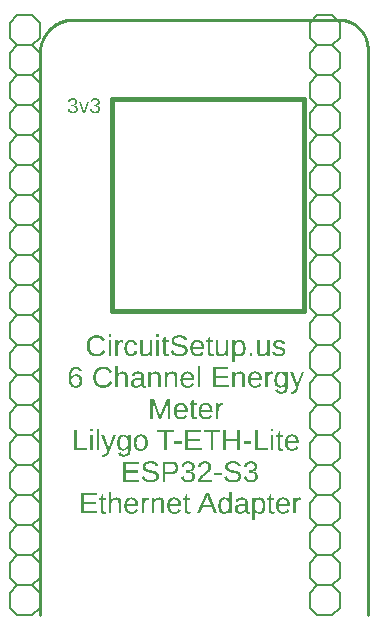
<source format=gbr>
G04 EAGLE Gerber RS-274X export*
G75*
%MOMM*%
%FSLAX34Y34*%
%LPD*%
%INSilkscreen Top*%
%IPPOS*%
%AMOC8*
5,1,8,0,0,1.08239X$1,22.5*%
G01*
G04 Define Apertures*
%ADD10C,0.406400*%
%ADD11C,0.254000*%
%ADD12C,0.152400*%
G36*
X96545Y134486D02*
X96016Y134499D01*
X95514Y134539D01*
X95040Y134606D01*
X94594Y134699D01*
X94176Y134819D01*
X93784Y134966D01*
X93421Y135139D01*
X93085Y135339D01*
X92778Y135563D01*
X92499Y135810D01*
X92248Y136079D01*
X92027Y136371D01*
X91834Y136685D01*
X91671Y137021D01*
X91535Y137380D01*
X91429Y137762D01*
X93650Y138081D01*
X93713Y137857D01*
X93793Y137647D01*
X93890Y137450D01*
X94004Y137266D01*
X94134Y137096D01*
X94281Y136939D01*
X94445Y136795D01*
X94625Y136664D01*
X94821Y136547D01*
X95032Y136446D01*
X95257Y136361D01*
X95497Y136291D01*
X95752Y136237D01*
X96022Y136198D01*
X96307Y136175D01*
X96606Y136167D01*
X97006Y136182D01*
X97026Y136184D01*
X97380Y136227D01*
X97728Y136303D01*
X98050Y136408D01*
X98346Y136544D01*
X98617Y136710D01*
X98862Y136907D01*
X99081Y137133D01*
X99275Y137390D01*
X99442Y137676D01*
X99584Y137993D01*
X99700Y138341D01*
X99790Y138718D01*
X99855Y139126D01*
X99893Y139563D01*
X99906Y140031D01*
X99906Y142166D01*
X99882Y142166D01*
X99718Y141857D01*
X99540Y141567D01*
X99347Y141298D01*
X99139Y141048D01*
X98917Y140818D01*
X98681Y140607D01*
X98430Y140417D01*
X98182Y140257D01*
X98164Y140246D01*
X97885Y140095D01*
X97595Y139964D01*
X97294Y139853D01*
X96980Y139763D01*
X96656Y139692D01*
X96319Y139642D01*
X95972Y139612D01*
X95612Y139602D01*
X95312Y139608D01*
X95022Y139627D01*
X94742Y139659D01*
X94473Y139703D01*
X94213Y139760D01*
X93963Y139830D01*
X93724Y139912D01*
X93495Y140007D01*
X93275Y140114D01*
X93066Y140234D01*
X92678Y140513D01*
X92331Y140842D01*
X92024Y141221D01*
X91755Y141655D01*
X91522Y142147D01*
X91325Y142696D01*
X91164Y143304D01*
X91038Y143969D01*
X90949Y144692D01*
X90895Y145473D01*
X90877Y146312D01*
X90896Y147164D01*
X90954Y147958D01*
X91050Y148694D01*
X91185Y149372D01*
X91359Y149992D01*
X91570Y150555D01*
X91821Y151061D01*
X92110Y151508D01*
X92438Y151900D01*
X92806Y152241D01*
X93006Y152391D01*
X93215Y152528D01*
X93434Y152653D01*
X93663Y152764D01*
X93903Y152862D01*
X94152Y152947D01*
X94411Y153019D01*
X94680Y153078D01*
X94960Y153124D01*
X95249Y153156D01*
X95548Y153176D01*
X95858Y153183D01*
X96205Y153173D01*
X96540Y153142D01*
X96863Y153092D01*
X97175Y153022D01*
X97475Y152931D01*
X97764Y152820D01*
X98040Y152689D01*
X98305Y152539D01*
X98557Y152369D01*
X98794Y152182D01*
X99016Y151979D01*
X99224Y151758D01*
X99417Y151520D01*
X99595Y151265D01*
X99758Y150993D01*
X99906Y150704D01*
X99931Y150704D01*
X99943Y151207D01*
X99980Y151980D01*
X100029Y152683D01*
X100053Y152880D01*
X100078Y152974D01*
X102176Y152974D01*
X102144Y152554D01*
X102121Y151956D01*
X102102Y150226D01*
X102102Y140080D01*
X102081Y139403D01*
X102015Y138769D01*
X101907Y138179D01*
X101755Y137633D01*
X101559Y137130D01*
X101321Y136671D01*
X101038Y136256D01*
X100713Y135885D01*
X100344Y135557D01*
X99931Y135273D01*
X99475Y135032D01*
X98976Y134836D01*
X98433Y134683D01*
X97847Y134574D01*
X97218Y134508D01*
X96545Y134486D01*
G37*
%LPC*%
G36*
X96361Y141234D02*
X96618Y141243D01*
X96868Y141272D01*
X97110Y141320D01*
X97345Y141387D01*
X97573Y141473D01*
X97794Y141579D01*
X98007Y141703D01*
X98213Y141847D01*
X98410Y142009D01*
X98595Y142187D01*
X98769Y142382D01*
X98794Y142415D01*
X98931Y142594D01*
X99082Y142822D01*
X99221Y143067D01*
X99348Y143329D01*
X99465Y143607D01*
X99568Y143901D01*
X99658Y144208D01*
X99734Y144529D01*
X99796Y144863D01*
X99844Y145211D01*
X99879Y145573D01*
X99899Y145948D01*
X99906Y146337D01*
X99899Y146735D01*
X99879Y147119D01*
X99844Y147489D01*
X99796Y147844D01*
X99734Y148186D01*
X99658Y148514D01*
X99568Y148828D01*
X99465Y149128D01*
X99349Y149412D01*
X99221Y149679D01*
X99082Y149929D01*
X98932Y150162D01*
X98771Y150377D01*
X98599Y150575D01*
X98415Y150756D01*
X98219Y150919D01*
X98015Y151064D01*
X97804Y151190D01*
X97587Y151297D01*
X97362Y151384D01*
X97131Y151452D01*
X96893Y151500D01*
X96649Y151529D01*
X96398Y151539D01*
X95989Y151520D01*
X95609Y151462D01*
X95257Y151366D01*
X94935Y151232D01*
X94641Y151059D01*
X94376Y150849D01*
X94139Y150599D01*
X93932Y150312D01*
X93751Y149981D01*
X93594Y149603D01*
X93461Y149178D01*
X93352Y148705D01*
X93267Y148184D01*
X93207Y147616D01*
X93171Y147000D01*
X93159Y146337D01*
X93170Y145680D01*
X93204Y145071D01*
X93261Y144510D01*
X93340Y143997D01*
X93442Y143532D01*
X93566Y143114D01*
X93713Y142745D01*
X93883Y142424D01*
X94080Y142145D01*
X94309Y141903D01*
X94570Y141698D01*
X94864Y141531D01*
X95190Y141401D01*
X95548Y141308D01*
X95938Y141252D01*
X96361Y141234D01*
G37*
%LPD*%
G36*
X229654Y187826D02*
X229125Y187839D01*
X228624Y187879D01*
X228150Y187946D01*
X227704Y188039D01*
X227285Y188159D01*
X226894Y188306D01*
X226530Y188479D01*
X226195Y188679D01*
X225887Y188903D01*
X225608Y189150D01*
X225358Y189419D01*
X225136Y189711D01*
X224944Y190025D01*
X224780Y190361D01*
X224645Y190720D01*
X224538Y191102D01*
X226759Y191421D01*
X226822Y191197D01*
X226903Y190987D01*
X227000Y190790D01*
X227113Y190606D01*
X227243Y190436D01*
X227390Y190279D01*
X227554Y190135D01*
X227734Y190004D01*
X227930Y189887D01*
X228141Y189786D01*
X228366Y189701D01*
X228607Y189631D01*
X228862Y189577D01*
X229132Y189538D01*
X229416Y189515D01*
X229715Y189507D01*
X230115Y189522D01*
X230136Y189524D01*
X230489Y189567D01*
X230837Y189643D01*
X231159Y189748D01*
X231456Y189884D01*
X231726Y190050D01*
X231971Y190247D01*
X232191Y190473D01*
X232384Y190730D01*
X232552Y191016D01*
X232693Y191333D01*
X232809Y191681D01*
X232900Y192058D01*
X232964Y192466D01*
X233003Y192903D01*
X233016Y193371D01*
X233016Y195506D01*
X232991Y195506D01*
X232827Y195197D01*
X232649Y194907D01*
X232456Y194638D01*
X232249Y194388D01*
X232027Y194158D01*
X231790Y193947D01*
X231539Y193757D01*
X231291Y193597D01*
X231274Y193586D01*
X230995Y193435D01*
X230705Y193304D01*
X230403Y193193D01*
X230090Y193103D01*
X229765Y193032D01*
X229429Y192982D01*
X229081Y192952D01*
X228722Y192942D01*
X228422Y192948D01*
X228132Y192967D01*
X227852Y192999D01*
X227582Y193043D01*
X227322Y193100D01*
X227073Y193170D01*
X226833Y193252D01*
X226604Y193347D01*
X226385Y193454D01*
X226176Y193574D01*
X225788Y193853D01*
X225440Y194182D01*
X225133Y194561D01*
X224865Y194995D01*
X224632Y195487D01*
X224434Y196036D01*
X224273Y196644D01*
X224148Y197309D01*
X224058Y198032D01*
X224004Y198813D01*
X223986Y199652D01*
X224006Y200504D01*
X224063Y201298D01*
X224160Y202034D01*
X224295Y202712D01*
X224468Y203332D01*
X224680Y203895D01*
X224930Y204401D01*
X225219Y204848D01*
X225548Y205240D01*
X225916Y205581D01*
X226115Y205731D01*
X226324Y205868D01*
X226543Y205993D01*
X226773Y206104D01*
X227012Y206202D01*
X227261Y206287D01*
X227520Y206359D01*
X227790Y206418D01*
X228069Y206464D01*
X228358Y206496D01*
X228658Y206516D01*
X228967Y206523D01*
X229314Y206513D01*
X229649Y206482D01*
X229973Y206432D01*
X230284Y206362D01*
X230585Y206271D01*
X230873Y206160D01*
X231150Y206029D01*
X231415Y205879D01*
X231666Y205709D01*
X231903Y205522D01*
X232126Y205319D01*
X232333Y205098D01*
X232526Y204860D01*
X232704Y204605D01*
X232867Y204333D01*
X233016Y204044D01*
X233040Y204044D01*
X233052Y204547D01*
X233089Y205320D01*
X233138Y206023D01*
X233163Y206220D01*
X233187Y206314D01*
X235285Y206314D01*
X235253Y205894D01*
X235230Y205296D01*
X235212Y203566D01*
X235212Y193420D01*
X235190Y192743D01*
X235125Y192109D01*
X235016Y191519D01*
X234864Y190973D01*
X234669Y190470D01*
X234430Y190011D01*
X234148Y189596D01*
X233822Y189225D01*
X233453Y188897D01*
X233041Y188613D01*
X232585Y188372D01*
X232086Y188176D01*
X231543Y188023D01*
X230957Y187914D01*
X230327Y187848D01*
X229654Y187826D01*
G37*
%LPC*%
G36*
X229470Y194574D02*
X229727Y194583D01*
X229977Y194612D01*
X230219Y194660D01*
X230455Y194727D01*
X230683Y194813D01*
X230903Y194919D01*
X231117Y195043D01*
X231323Y195187D01*
X231519Y195349D01*
X231704Y195527D01*
X231878Y195722D01*
X231903Y195755D01*
X232040Y195934D01*
X232191Y196162D01*
X232330Y196407D01*
X232458Y196669D01*
X232574Y196947D01*
X232677Y197241D01*
X232767Y197548D01*
X232843Y197869D01*
X232905Y198203D01*
X232953Y198551D01*
X232988Y198913D01*
X233009Y199288D01*
X233016Y199677D01*
X233009Y200075D01*
X232988Y200459D01*
X232953Y200829D01*
X232905Y201184D01*
X232843Y201526D01*
X232767Y201854D01*
X232677Y202168D01*
X232574Y202468D01*
X232458Y202752D01*
X232331Y203019D01*
X232192Y203269D01*
X232042Y203502D01*
X231881Y203717D01*
X231708Y203915D01*
X231524Y204096D01*
X231329Y204259D01*
X231124Y204404D01*
X230914Y204530D01*
X230696Y204637D01*
X230472Y204724D01*
X230240Y204792D01*
X230003Y204840D01*
X229758Y204869D01*
X229507Y204879D01*
X229098Y204860D01*
X228718Y204802D01*
X228367Y204706D01*
X228044Y204572D01*
X227750Y204399D01*
X227485Y204189D01*
X227249Y203939D01*
X227041Y203652D01*
X226860Y203321D01*
X226703Y202943D01*
X226570Y202518D01*
X226461Y202045D01*
X226377Y201524D01*
X226316Y200956D01*
X226280Y200340D01*
X226268Y199677D01*
X226279Y199020D01*
X226313Y198411D01*
X226370Y197850D01*
X226449Y197337D01*
X226551Y196872D01*
X226675Y196454D01*
X226822Y196085D01*
X226992Y195764D01*
X227189Y195485D01*
X227418Y195243D01*
X227680Y195038D01*
X227973Y194871D01*
X228299Y194741D01*
X228657Y194648D01*
X229048Y194592D01*
X229470Y194574D01*
G37*
%LPD*%
G36*
X190520Y214496D02*
X188312Y214496D01*
X188312Y230273D01*
X188293Y231975D01*
X188270Y232566D01*
X188238Y232984D01*
X190373Y232984D01*
X190410Y232634D01*
X190465Y231708D01*
X190495Y230849D01*
X190545Y230849D01*
X190698Y231146D01*
X190863Y231422D01*
X191040Y231677D01*
X191228Y231912D01*
X191429Y232127D01*
X191642Y232320D01*
X191866Y232494D01*
X192103Y232647D01*
X192354Y232780D01*
X192626Y232896D01*
X192916Y232994D01*
X193225Y233075D01*
X193554Y233137D01*
X193901Y233181D01*
X194268Y233208D01*
X194654Y233217D01*
X194956Y233211D01*
X195248Y233191D01*
X195531Y233159D01*
X195804Y233114D01*
X196067Y233057D01*
X196320Y232986D01*
X196564Y232902D01*
X196798Y232806D01*
X197023Y232697D01*
X197237Y232575D01*
X197638Y232292D01*
X197999Y231959D01*
X198322Y231573D01*
X198607Y231133D01*
X198854Y230634D01*
X199063Y230076D01*
X199233Y229460D01*
X199366Y228785D01*
X199461Y228052D01*
X199518Y227259D01*
X199537Y226408D01*
X199518Y225568D01*
X199461Y224781D01*
X199365Y224049D01*
X199232Y223370D01*
X199060Y222747D01*
X198850Y222177D01*
X198602Y221662D01*
X198316Y221201D01*
X197992Y220794D01*
X197630Y220441D01*
X197434Y220285D01*
X197229Y220143D01*
X197015Y220014D01*
X196791Y219899D01*
X196557Y219797D01*
X196314Y219709D01*
X196061Y219634D01*
X195799Y219573D01*
X195527Y219526D01*
X195246Y219492D01*
X194955Y219471D01*
X194654Y219465D01*
X194279Y219474D01*
X193919Y219501D01*
X193575Y219546D01*
X193247Y219609D01*
X192934Y219690D01*
X192637Y219789D01*
X192356Y219906D01*
X192090Y220041D01*
X191841Y220194D01*
X191606Y220366D01*
X191388Y220555D01*
X191186Y220762D01*
X190999Y220987D01*
X190827Y221230D01*
X190672Y221492D01*
X190532Y221771D01*
X190471Y221771D01*
X190492Y221604D01*
X190508Y221201D01*
X190520Y219685D01*
X190520Y214496D01*
G37*
%LPC*%
G36*
X194065Y221096D02*
X194463Y221115D01*
X194832Y221172D01*
X195173Y221266D01*
X195487Y221398D01*
X195773Y221568D01*
X196031Y221776D01*
X196261Y222021D01*
X196464Y222305D01*
X196641Y222632D01*
X196794Y223011D01*
X196924Y223441D01*
X197030Y223923D01*
X197112Y224455D01*
X197171Y225039D01*
X197207Y225673D01*
X197218Y226359D01*
X197207Y227028D01*
X197172Y227647D01*
X197113Y228216D01*
X197031Y228736D01*
X196926Y229207D01*
X196797Y229628D01*
X196645Y230000D01*
X196470Y230322D01*
X196269Y230601D01*
X196041Y230843D01*
X195785Y231047D01*
X195501Y231214D01*
X195190Y231345D01*
X194851Y231438D01*
X194484Y231493D01*
X194090Y231512D01*
X193771Y231503D01*
X193469Y231477D01*
X193186Y231434D01*
X192920Y231374D01*
X192672Y231296D01*
X192442Y231201D01*
X192230Y231089D01*
X192035Y230960D01*
X191855Y230812D01*
X191686Y230645D01*
X191528Y230459D01*
X191382Y230253D01*
X191246Y230028D01*
X191122Y229783D01*
X191009Y229519D01*
X190906Y229236D01*
X190816Y228932D01*
X190737Y228606D01*
X190671Y228258D01*
X190617Y227888D01*
X190574Y227496D01*
X190544Y227082D01*
X190526Y226646D01*
X190520Y226188D01*
X190533Y225556D01*
X190572Y224967D01*
X190637Y224421D01*
X190729Y223918D01*
X190846Y223458D01*
X190989Y223041D01*
X191159Y222667D01*
X191354Y222335D01*
X191579Y222045D01*
X191837Y221793D01*
X192127Y221580D01*
X192449Y221406D01*
X192804Y221271D01*
X193192Y221174D01*
X193613Y221116D01*
X194065Y221096D01*
G37*
%LPD*%
G36*
X207270Y81146D02*
X205062Y81146D01*
X205062Y96923D01*
X205043Y98625D01*
X205020Y99216D01*
X204988Y99634D01*
X207123Y99634D01*
X207160Y99284D01*
X207215Y98358D01*
X207245Y97499D01*
X207295Y97499D01*
X207448Y97796D01*
X207613Y98072D01*
X207790Y98327D01*
X207978Y98562D01*
X208179Y98777D01*
X208392Y98970D01*
X208616Y99144D01*
X208853Y99297D01*
X209104Y99430D01*
X209376Y99546D01*
X209666Y99644D01*
X209975Y99725D01*
X210304Y99787D01*
X210651Y99831D01*
X211018Y99858D01*
X211404Y99867D01*
X211706Y99861D01*
X211998Y99841D01*
X212281Y99809D01*
X212554Y99764D01*
X212817Y99707D01*
X213070Y99636D01*
X213314Y99552D01*
X213548Y99456D01*
X213773Y99347D01*
X213987Y99225D01*
X214388Y98942D01*
X214749Y98609D01*
X215072Y98223D01*
X215357Y97783D01*
X215604Y97284D01*
X215813Y96726D01*
X215983Y96110D01*
X216116Y95435D01*
X216211Y94702D01*
X216268Y93909D01*
X216287Y93058D01*
X216268Y92218D01*
X216211Y91431D01*
X216115Y90699D01*
X215982Y90020D01*
X215810Y89397D01*
X215600Y88827D01*
X215352Y88312D01*
X215066Y87851D01*
X214742Y87444D01*
X214380Y87091D01*
X214184Y86935D01*
X213979Y86793D01*
X213765Y86664D01*
X213541Y86549D01*
X213307Y86447D01*
X213064Y86359D01*
X212811Y86284D01*
X212549Y86223D01*
X212277Y86176D01*
X211996Y86142D01*
X211705Y86121D01*
X211404Y86115D01*
X211029Y86124D01*
X210669Y86151D01*
X210325Y86196D01*
X209997Y86259D01*
X209684Y86340D01*
X209387Y86439D01*
X209106Y86556D01*
X208840Y86691D01*
X208591Y86844D01*
X208356Y87016D01*
X208138Y87205D01*
X207936Y87412D01*
X207749Y87637D01*
X207577Y87880D01*
X207422Y88142D01*
X207282Y88421D01*
X207221Y88421D01*
X207242Y88254D01*
X207258Y87851D01*
X207270Y86335D01*
X207270Y81146D01*
G37*
%LPC*%
G36*
X210815Y87746D02*
X211213Y87765D01*
X211582Y87822D01*
X211923Y87916D01*
X212237Y88048D01*
X212523Y88218D01*
X212781Y88426D01*
X213011Y88671D01*
X213214Y88955D01*
X213391Y89282D01*
X213544Y89661D01*
X213674Y90091D01*
X213780Y90573D01*
X213862Y91105D01*
X213921Y91689D01*
X213957Y92323D01*
X213968Y93009D01*
X213957Y93678D01*
X213922Y94297D01*
X213863Y94866D01*
X213781Y95386D01*
X213676Y95857D01*
X213547Y96278D01*
X213395Y96650D01*
X213220Y96972D01*
X213019Y97251D01*
X212791Y97493D01*
X212535Y97697D01*
X212251Y97864D01*
X211940Y97995D01*
X211601Y98088D01*
X211234Y98143D01*
X210840Y98162D01*
X210521Y98153D01*
X210219Y98127D01*
X209936Y98084D01*
X209670Y98024D01*
X209422Y97946D01*
X209192Y97851D01*
X208980Y97739D01*
X208785Y97610D01*
X208605Y97462D01*
X208436Y97295D01*
X208278Y97109D01*
X208132Y96903D01*
X207996Y96678D01*
X207872Y96433D01*
X207759Y96169D01*
X207656Y95886D01*
X207566Y95582D01*
X207487Y95256D01*
X207421Y94908D01*
X207367Y94538D01*
X207324Y94146D01*
X207294Y93732D01*
X207276Y93296D01*
X207270Y92838D01*
X207283Y92206D01*
X207322Y91617D01*
X207387Y91071D01*
X207479Y90568D01*
X207596Y90108D01*
X207739Y89691D01*
X207909Y89317D01*
X208104Y88985D01*
X208329Y88695D01*
X208587Y88443D01*
X208877Y88230D01*
X209199Y88056D01*
X209554Y87921D01*
X209942Y87824D01*
X210363Y87766D01*
X210815Y87746D01*
G37*
%LPD*%
G36*
X181369Y86115D02*
X181060Y86121D01*
X180761Y86141D01*
X180473Y86174D01*
X180195Y86220D01*
X179927Y86280D01*
X179670Y86353D01*
X179423Y86439D01*
X179187Y86538D01*
X178961Y86650D01*
X178745Y86776D01*
X178540Y86915D01*
X178345Y87067D01*
X178161Y87232D01*
X177987Y87411D01*
X177670Y87808D01*
X177393Y88258D01*
X177152Y88763D01*
X176949Y89322D01*
X176782Y89936D01*
X176653Y90604D01*
X176560Y91327D01*
X176505Y92104D01*
X176486Y92936D01*
X176505Y93777D01*
X176563Y94563D01*
X176658Y95295D01*
X176791Y95974D01*
X176963Y96597D01*
X177173Y97167D01*
X177421Y97682D01*
X177707Y98143D01*
X178031Y98550D01*
X178394Y98903D01*
X178589Y99059D01*
X178794Y99201D01*
X179009Y99330D01*
X179233Y99445D01*
X179466Y99547D01*
X179710Y99635D01*
X179962Y99710D01*
X180225Y99771D01*
X180496Y99818D01*
X180778Y99852D01*
X181069Y99873D01*
X181369Y99879D01*
X181738Y99871D01*
X182092Y99845D01*
X182430Y99802D01*
X182752Y99741D01*
X183059Y99664D01*
X183350Y99569D01*
X183625Y99457D01*
X183884Y99327D01*
X184129Y99179D01*
X184362Y99011D01*
X184583Y98822D01*
X184792Y98613D01*
X184988Y98383D01*
X185172Y98134D01*
X185344Y97863D01*
X185503Y97573D01*
X185528Y97573D01*
X185503Y99057D01*
X185503Y104566D01*
X187712Y104566D01*
X187712Y89096D01*
X187730Y87375D01*
X187753Y86779D01*
X187785Y86360D01*
X185675Y86360D01*
X185637Y86685D01*
X185595Y87268D01*
X185563Y87930D01*
X185552Y88495D01*
X185503Y88495D01*
X185344Y88187D01*
X185172Y87902D01*
X184987Y87640D01*
X184790Y87400D01*
X184581Y87183D01*
X184359Y86988D01*
X184125Y86816D01*
X183878Y86667D01*
X183617Y86537D01*
X183341Y86425D01*
X183051Y86330D01*
X182745Y86253D01*
X182423Y86192D01*
X182087Y86149D01*
X181736Y86123D01*
X181369Y86115D01*
G37*
%LPC*%
G36*
X181933Y87820D02*
X182386Y87840D01*
X182807Y87901D01*
X183196Y88003D01*
X183553Y88145D01*
X183877Y88328D01*
X184169Y88551D01*
X184429Y88816D01*
X184629Y89084D01*
X184657Y89120D01*
X184855Y89468D01*
X185027Y89860D01*
X185173Y90297D01*
X185292Y90780D01*
X185384Y91307D01*
X185450Y91878D01*
X185490Y92495D01*
X185503Y93157D01*
X185490Y93794D01*
X185450Y94387D01*
X185384Y94936D01*
X185292Y95441D01*
X185173Y95902D01*
X185027Y96319D01*
X184855Y96692D01*
X184657Y97021D01*
X184429Y97308D01*
X184171Y97558D01*
X183880Y97769D01*
X183559Y97941D01*
X183206Y98075D01*
X182821Y98171D01*
X182405Y98229D01*
X181958Y98248D01*
X181555Y98228D01*
X181182Y98171D01*
X180837Y98074D01*
X180521Y97940D01*
X180234Y97766D01*
X179976Y97554D01*
X179747Y97304D01*
X179547Y97015D01*
X179373Y96683D01*
X179222Y96302D01*
X179095Y95874D01*
X178991Y95397D01*
X178909Y94872D01*
X178851Y94299D01*
X178817Y93678D01*
X178805Y93009D01*
X178816Y92338D01*
X178851Y91716D01*
X178908Y91143D01*
X178989Y90620D01*
X179093Y90146D01*
X179219Y89722D01*
X179369Y89347D01*
X179541Y89022D01*
X179739Y88740D01*
X179967Y88496D01*
X180223Y88290D01*
X180507Y88120D01*
X180821Y87989D01*
X181163Y87895D01*
X181534Y87839D01*
X181933Y87820D01*
G37*
%LPD*%
G36*
X131664Y113030D02*
X129320Y113030D01*
X129320Y130316D01*
X136595Y130316D01*
X137302Y130294D01*
X137967Y130231D01*
X138591Y130124D01*
X139175Y129975D01*
X139717Y129784D01*
X140218Y129550D01*
X140679Y129273D01*
X141098Y128954D01*
X141472Y128596D01*
X141796Y128203D01*
X142070Y127776D01*
X142294Y127313D01*
X142468Y126816D01*
X142537Y126554D01*
X142593Y126283D01*
X142637Y126004D01*
X142668Y125716D01*
X142686Y125419D01*
X142693Y125114D01*
X142686Y124811D01*
X142668Y124516D01*
X142636Y124229D01*
X142593Y123950D01*
X142467Y123415D01*
X142292Y122912D01*
X142067Y122440D01*
X141792Y121999D01*
X141467Y121590D01*
X141092Y121213D01*
X140673Y120874D01*
X140219Y120579D01*
X139730Y120331D01*
X139204Y120127D01*
X138642Y119969D01*
X138045Y119856D01*
X137412Y119788D01*
X136743Y119765D01*
X131664Y119765D01*
X131664Y113030D01*
G37*
%LPC*%
G36*
X136411Y121618D02*
X136887Y121631D01*
X137331Y121672D01*
X137746Y121740D01*
X138129Y121835D01*
X138482Y121957D01*
X138804Y122106D01*
X139095Y122282D01*
X139356Y122486D01*
X139586Y122716D01*
X139785Y122974D01*
X139954Y123259D01*
X140092Y123571D01*
X140199Y123910D01*
X140276Y124276D01*
X140322Y124669D01*
X140337Y125090D01*
X140321Y125495D01*
X140274Y125874D01*
X140196Y126228D01*
X140086Y126555D01*
X139944Y126856D01*
X139771Y127130D01*
X139567Y127379D01*
X139331Y127601D01*
X139064Y127798D01*
X138765Y127968D01*
X138435Y128112D01*
X138074Y128229D01*
X137681Y128321D01*
X137256Y128386D01*
X136800Y128426D01*
X136313Y128439D01*
X131664Y128439D01*
X131664Y121618D01*
X136411Y121618D01*
G37*
%LPD*%
G36*
X110722Y139455D02*
X110364Y139462D01*
X110017Y139482D01*
X109682Y139517D01*
X109357Y139565D01*
X109044Y139628D01*
X108742Y139704D01*
X108450Y139794D01*
X108170Y139898D01*
X107901Y140016D01*
X107644Y140147D01*
X107397Y140293D01*
X107161Y140452D01*
X106937Y140625D01*
X106723Y140812D01*
X106521Y141013D01*
X106330Y141227D01*
X106150Y141455D01*
X105982Y141695D01*
X105826Y141948D01*
X105681Y142212D01*
X105547Y142489D01*
X105426Y142779D01*
X105315Y143080D01*
X105217Y143394D01*
X105130Y143720D01*
X105054Y144059D01*
X104938Y144773D01*
X104869Y145537D01*
X104846Y146349D01*
X104869Y147181D01*
X104898Y147577D01*
X104939Y147959D01*
X104991Y148328D01*
X105055Y148684D01*
X105130Y149026D01*
X105218Y149355D01*
X105316Y149670D01*
X105427Y149972D01*
X105549Y150261D01*
X105682Y150536D01*
X105828Y150797D01*
X105985Y151046D01*
X106153Y151280D01*
X106333Y151502D01*
X106525Y151710D01*
X106728Y151904D01*
X106943Y152086D01*
X107170Y152253D01*
X107408Y152408D01*
X107658Y152548D01*
X107919Y152676D01*
X108193Y152790D01*
X108477Y152891D01*
X108774Y152978D01*
X109082Y153052D01*
X109401Y153112D01*
X109732Y153159D01*
X110075Y153193D01*
X110430Y153213D01*
X110796Y153219D01*
X111170Y153213D01*
X111531Y153193D01*
X111880Y153161D01*
X112216Y153115D01*
X112540Y153056D01*
X112852Y152984D01*
X113150Y152899D01*
X113436Y152801D01*
X113710Y152690D01*
X113971Y152565D01*
X114219Y152428D01*
X114455Y152277D01*
X114679Y152114D01*
X114890Y151937D01*
X115088Y151748D01*
X115274Y151545D01*
X115447Y151328D01*
X115610Y151097D01*
X115761Y150852D01*
X115902Y150592D01*
X116030Y150318D01*
X116148Y150029D01*
X116255Y149726D01*
X116350Y149409D01*
X116434Y149077D01*
X116507Y148730D01*
X116619Y147994D01*
X116686Y147201D01*
X116709Y146349D01*
X116703Y145921D01*
X116685Y145506D01*
X116655Y145105D01*
X116613Y144718D01*
X116559Y144345D01*
X116493Y143986D01*
X116415Y143641D01*
X116326Y143310D01*
X116224Y142992D01*
X116110Y142689D01*
X115984Y142399D01*
X115846Y142124D01*
X115697Y141862D01*
X115535Y141614D01*
X115361Y141380D01*
X115175Y141160D01*
X114978Y140953D01*
X114770Y140760D01*
X114552Y140580D01*
X114322Y140414D01*
X114082Y140261D01*
X113830Y140121D01*
X113568Y139994D01*
X113295Y139881D01*
X113012Y139781D01*
X112717Y139694D01*
X112412Y139621D01*
X112095Y139561D01*
X111768Y139515D01*
X111430Y139481D01*
X111082Y139461D01*
X110722Y139455D01*
G37*
%LPC*%
G36*
X110698Y141086D02*
X111177Y141106D01*
X111620Y141166D01*
X112029Y141266D01*
X112401Y141405D01*
X112739Y141585D01*
X113040Y141804D01*
X113307Y142063D01*
X113538Y142362D01*
X113737Y142704D01*
X113911Y143090D01*
X114057Y143521D01*
X114177Y143997D01*
X114270Y144518D01*
X114337Y145083D01*
X114377Y145694D01*
X114390Y146349D01*
X114377Y147013D01*
X114339Y147629D01*
X114276Y148199D01*
X114186Y148722D01*
X114072Y149197D01*
X113931Y149626D01*
X113766Y150008D01*
X113574Y150343D01*
X113353Y150634D01*
X113097Y150887D01*
X112806Y151101D01*
X112481Y151276D01*
X112121Y151413D01*
X111726Y151510D01*
X111297Y151568D01*
X110832Y151588D01*
X110365Y151568D01*
X109930Y151508D01*
X109530Y151409D01*
X109163Y151270D01*
X108829Y151092D01*
X108529Y150874D01*
X108262Y150616D01*
X108029Y150318D01*
X107827Y149978D01*
X107651Y149594D01*
X107502Y149165D01*
X107381Y148691D01*
X107286Y148173D01*
X107218Y147609D01*
X107178Y147002D01*
X107164Y146349D01*
X107178Y145713D01*
X107218Y145118D01*
X107284Y144564D01*
X107378Y144051D01*
X107497Y143578D01*
X107644Y143146D01*
X107817Y142755D01*
X108017Y142405D01*
X108245Y142096D01*
X108504Y141828D01*
X108794Y141601D01*
X109113Y141416D01*
X109464Y141272D01*
X109845Y141169D01*
X110256Y141107D01*
X110698Y141086D01*
G37*
%LPD*%
G36*
X55656Y192795D02*
X55296Y192803D01*
X54948Y192829D01*
X54609Y192871D01*
X54282Y192930D01*
X53965Y193007D01*
X53659Y193100D01*
X53364Y193210D01*
X53080Y193338D01*
X52806Y193482D01*
X52543Y193643D01*
X52291Y193821D01*
X52049Y194016D01*
X51818Y194228D01*
X51598Y194457D01*
X51389Y194703D01*
X51190Y194966D01*
X51003Y195245D01*
X50828Y195540D01*
X50665Y195850D01*
X50514Y196175D01*
X50375Y196516D01*
X50248Y196872D01*
X50134Y197244D01*
X50031Y197631D01*
X49941Y198034D01*
X49862Y198452D01*
X49796Y198885D01*
X49741Y199334D01*
X49699Y199799D01*
X49669Y200278D01*
X49651Y200774D01*
X49645Y201284D01*
X49651Y201837D01*
X49670Y202374D01*
X49701Y202895D01*
X49745Y203399D01*
X49802Y203887D01*
X49871Y204358D01*
X49952Y204814D01*
X50046Y205253D01*
X50153Y205676D01*
X50272Y206082D01*
X50404Y206472D01*
X50549Y206846D01*
X50706Y207204D01*
X50875Y207545D01*
X51057Y207870D01*
X51252Y208179D01*
X51458Y208470D01*
X51675Y208742D01*
X51902Y208996D01*
X52140Y209231D01*
X52389Y209447D01*
X52649Y209644D01*
X52919Y209823D01*
X53199Y209982D01*
X53491Y210123D01*
X53793Y210245D01*
X54105Y210349D01*
X54428Y210433D01*
X54762Y210499D01*
X55107Y210546D01*
X55462Y210574D01*
X55828Y210583D01*
X56306Y210570D01*
X56761Y210528D01*
X57194Y210460D01*
X57604Y210363D01*
X57991Y210239D01*
X58356Y210088D01*
X58698Y209909D01*
X59017Y209703D01*
X59314Y209469D01*
X59589Y209208D01*
X59840Y208919D01*
X60069Y208603D01*
X60276Y208259D01*
X60460Y207888D01*
X60621Y207489D01*
X60759Y207062D01*
X58649Y206682D01*
X58562Y206938D01*
X58463Y207177D01*
X58351Y207399D01*
X58228Y207605D01*
X58092Y207795D01*
X57944Y207968D01*
X57785Y208125D01*
X57613Y208265D01*
X57429Y208388D01*
X57233Y208495D01*
X57025Y208586D01*
X56805Y208660D01*
X56572Y208718D01*
X56328Y208759D01*
X56072Y208784D01*
X55803Y208792D01*
X55570Y208785D01*
X55344Y208765D01*
X55125Y208730D01*
X54912Y208682D01*
X54706Y208620D01*
X54506Y208545D01*
X54127Y208352D01*
X53775Y208105D01*
X53449Y207802D01*
X53150Y207444D01*
X52877Y207032D01*
X52634Y206567D01*
X52424Y206053D01*
X52246Y205490D01*
X52100Y204877D01*
X51986Y204215D01*
X51905Y203504D01*
X51857Y202744D01*
X51841Y201934D01*
X51999Y202205D01*
X52172Y202459D01*
X52360Y202697D01*
X52564Y202917D01*
X52784Y203121D01*
X53018Y203309D01*
X53268Y203479D01*
X53534Y203633D01*
X53812Y203770D01*
X54099Y203888D01*
X54397Y203989D01*
X54705Y204071D01*
X55023Y204134D01*
X55351Y204180D01*
X55689Y204207D01*
X56036Y204216D01*
X56619Y204193D01*
X57171Y204123D01*
X57692Y204006D01*
X58182Y203842D01*
X58641Y203632D01*
X59069Y203374D01*
X59467Y203070D01*
X59833Y202720D01*
X60162Y202329D01*
X60448Y201907D01*
X60689Y201452D01*
X60887Y200965D01*
X61040Y200446D01*
X61150Y199895D01*
X61216Y199311D01*
X61238Y198696D01*
X61215Y198030D01*
X61145Y197400D01*
X61029Y196806D01*
X60867Y196248D01*
X60658Y195726D01*
X60403Y195241D01*
X60101Y194791D01*
X59754Y194377D01*
X59365Y194006D01*
X58941Y193685D01*
X58481Y193413D01*
X57987Y193190D01*
X57457Y193017D01*
X57179Y192949D01*
X56892Y192894D01*
X56596Y192850D01*
X56292Y192819D01*
X55978Y192801D01*
X55656Y192795D01*
G37*
%LPC*%
G36*
X55582Y194574D02*
X55970Y194590D01*
X56337Y194641D01*
X56682Y194724D01*
X57005Y194842D01*
X57308Y194993D01*
X57588Y195177D01*
X57847Y195395D01*
X58085Y195647D01*
X58298Y195928D01*
X58482Y196234D01*
X58638Y196565D01*
X58766Y196921D01*
X58865Y197303D01*
X58936Y197709D01*
X58979Y198141D01*
X58993Y198597D01*
X58979Y199053D01*
X58935Y199482D01*
X58864Y199884D01*
X58763Y200260D01*
X58633Y200608D01*
X58475Y200930D01*
X58288Y201225D01*
X58073Y201493D01*
X57831Y201731D01*
X57567Y201938D01*
X57281Y202113D01*
X56972Y202256D01*
X56640Y202368D01*
X56285Y202447D01*
X55908Y202495D01*
X55509Y202511D01*
X55132Y202497D01*
X54773Y202455D01*
X54433Y202384D01*
X54112Y202286D01*
X53809Y202159D01*
X53525Y202004D01*
X53259Y201821D01*
X53012Y201609D01*
X52789Y201373D01*
X52596Y201116D01*
X52433Y200837D01*
X52299Y200537D01*
X52195Y200216D01*
X52121Y199874D01*
X52076Y199510D01*
X52061Y199125D01*
X52077Y198636D01*
X52123Y198170D01*
X52200Y197727D01*
X52308Y197306D01*
X52447Y196908D01*
X52617Y196533D01*
X52818Y196180D01*
X53049Y195849D01*
X53305Y195550D01*
X53578Y195291D01*
X53868Y195072D01*
X54176Y194892D01*
X54502Y194753D01*
X54844Y194653D01*
X55205Y194593D01*
X55582Y194574D01*
G37*
%LPD*%
G36*
X120953Y166370D02*
X118867Y166370D01*
X118867Y183656D01*
X121947Y183656D01*
X126547Y171670D01*
X126788Y170920D01*
X127019Y170118D01*
X127208Y169405D01*
X127320Y168922D01*
X127472Y169540D01*
X127731Y170412D01*
X127993Y171227D01*
X128154Y171670D01*
X132669Y183656D01*
X135675Y183656D01*
X135675Y166370D01*
X133564Y166370D01*
X133564Y177902D01*
X133571Y178850D01*
X133592Y179779D01*
X133627Y180690D01*
X133675Y181582D01*
X133382Y180544D01*
X133104Y179626D01*
X132842Y178827D01*
X132595Y178147D01*
X128130Y166370D01*
X126486Y166370D01*
X121959Y178147D01*
X121272Y180233D01*
X120867Y181582D01*
X120904Y180221D01*
X120953Y177902D01*
X120953Y166370D01*
G37*
G36*
X161159Y86360D02*
X158730Y86360D01*
X165784Y103646D01*
X168447Y103646D01*
X175390Y86360D01*
X172998Y86360D01*
X171023Y91414D01*
X163147Y91414D01*
X161159Y86360D01*
G37*
%LPC*%
G36*
X170324Y93242D02*
X168103Y98947D01*
X167760Y99849D01*
X167416Y100861D01*
X167085Y101879D01*
X166974Y101536D01*
X166594Y100373D01*
X166067Y98923D01*
X163858Y93242D01*
X170324Y93242D01*
G37*
%LPD*%
G36*
X106510Y192795D02*
X106026Y192811D01*
X105572Y192861D01*
X105150Y192943D01*
X104759Y193058D01*
X104399Y193207D01*
X104070Y193388D01*
X103772Y193602D01*
X103505Y193850D01*
X103269Y194126D01*
X103064Y194426D01*
X102892Y194751D01*
X102750Y195101D01*
X102640Y195475D01*
X102561Y195874D01*
X102514Y196297D01*
X102499Y196745D01*
X102520Y197245D01*
X102583Y197716D01*
X102689Y198156D01*
X102837Y198567D01*
X103028Y198947D01*
X103261Y199298D01*
X103536Y199619D01*
X103854Y199910D01*
X104219Y200170D01*
X104636Y200398D01*
X105105Y200593D01*
X105625Y200757D01*
X106198Y200888D01*
X106823Y200987D01*
X107499Y201053D01*
X108228Y201088D01*
X111209Y201137D01*
X111209Y201861D01*
X111198Y202251D01*
X111166Y202613D01*
X111112Y202946D01*
X111037Y203250D01*
X110941Y203526D01*
X110822Y203772D01*
X110683Y203990D01*
X110522Y204179D01*
X110338Y204343D01*
X110129Y204485D01*
X109896Y204606D01*
X109639Y204704D01*
X109356Y204780D01*
X109050Y204835D01*
X108718Y204868D01*
X108363Y204879D01*
X108004Y204871D01*
X107671Y204847D01*
X107363Y204808D01*
X107081Y204753D01*
X106823Y204682D01*
X106592Y204596D01*
X106385Y204494D01*
X106204Y204376D01*
X106043Y204241D01*
X105900Y204087D01*
X105773Y203914D01*
X105664Y203722D01*
X105571Y203512D01*
X105495Y203283D01*
X105436Y203035D01*
X105394Y202769D01*
X103087Y202977D01*
X103174Y203411D01*
X103294Y203817D01*
X103447Y204195D01*
X103632Y204544D01*
X103850Y204866D01*
X104101Y205160D01*
X104384Y205426D01*
X104701Y205664D01*
X105050Y205874D01*
X105432Y206056D01*
X105847Y206210D01*
X106294Y206336D01*
X106774Y206433D01*
X107287Y206503D01*
X107833Y206545D01*
X108412Y206559D01*
X109018Y206541D01*
X109586Y206488D01*
X110115Y206398D01*
X110605Y206273D01*
X111056Y206111D01*
X111469Y205914D01*
X111843Y205681D01*
X112178Y205412D01*
X112474Y205110D01*
X112731Y204775D01*
X112948Y204408D01*
X113126Y204009D01*
X113264Y203578D01*
X113363Y203116D01*
X113422Y202621D01*
X113442Y202094D01*
X113442Y196377D01*
X113458Y195916D01*
X113506Y195517D01*
X113587Y195177D01*
X113699Y194899D01*
X113771Y194782D01*
X113857Y194681D01*
X113958Y194596D01*
X114073Y194526D01*
X114203Y194472D01*
X114348Y194433D01*
X114507Y194410D01*
X114681Y194402D01*
X115021Y194423D01*
X115405Y194488D01*
X115405Y193114D01*
X114985Y193028D01*
X114561Y192966D01*
X114133Y192930D01*
X113699Y192917D01*
X113403Y192927D01*
X113128Y192958D01*
X112873Y193008D01*
X112640Y193078D01*
X112427Y193169D01*
X112235Y193280D01*
X112064Y193410D01*
X111914Y193561D01*
X111782Y193734D01*
X111666Y193929D01*
X111564Y194147D01*
X111477Y194388D01*
X111406Y194652D01*
X111350Y194938D01*
X111308Y195247D01*
X111283Y195579D01*
X111209Y195579D01*
X110993Y195213D01*
X110768Y194874D01*
X110535Y194564D01*
X110293Y194281D01*
X110043Y194025D01*
X109784Y193798D01*
X109516Y193598D01*
X109240Y193426D01*
X108952Y193278D01*
X108648Y193150D01*
X108330Y193041D01*
X107996Y192953D01*
X107647Y192884D01*
X107284Y192834D01*
X106904Y192805D01*
X106510Y192795D01*
G37*
%LPC*%
G36*
X107013Y194451D02*
X107313Y194459D01*
X107604Y194485D01*
X107886Y194528D01*
X108160Y194589D01*
X108426Y194666D01*
X108683Y194761D01*
X108932Y194874D01*
X109172Y195003D01*
X109402Y195147D01*
X109620Y195305D01*
X109825Y195475D01*
X110017Y195658D01*
X110197Y195854D01*
X110365Y196062D01*
X110520Y196284D01*
X110663Y196518D01*
X110791Y196760D01*
X110902Y197003D01*
X110996Y197248D01*
X111072Y197495D01*
X111132Y197743D01*
X111175Y197994D01*
X111200Y198246D01*
X111209Y198499D01*
X111209Y199591D01*
X108792Y199542D01*
X108060Y199513D01*
X107423Y199450D01*
X106879Y199353D01*
X106643Y199292D01*
X106430Y199223D01*
X106052Y199056D01*
X105720Y198849D01*
X105436Y198602D01*
X105198Y198315D01*
X105097Y198156D01*
X105010Y197985D01*
X104936Y197802D01*
X104876Y197607D01*
X104829Y197400D01*
X104795Y197181D01*
X104775Y196951D01*
X104768Y196708D01*
X104777Y196446D01*
X104805Y196199D01*
X104850Y195967D01*
X104914Y195751D01*
X104996Y195550D01*
X105096Y195365D01*
X105214Y195195D01*
X105351Y195040D01*
X105504Y194902D01*
X105673Y194782D01*
X105858Y194681D01*
X106058Y194598D01*
X106273Y194534D01*
X106504Y194488D01*
X106751Y194460D01*
X107013Y194451D01*
G37*
%LPD*%
G36*
X194479Y86115D02*
X193995Y86131D01*
X193541Y86181D01*
X193119Y86263D01*
X192728Y86378D01*
X192368Y86527D01*
X192038Y86708D01*
X191740Y86922D01*
X191473Y87170D01*
X191238Y87446D01*
X191033Y87746D01*
X190860Y88071D01*
X190719Y88421D01*
X190609Y88795D01*
X190530Y89194D01*
X190483Y89617D01*
X190467Y90065D01*
X190489Y90565D01*
X190552Y91036D01*
X190658Y91476D01*
X190806Y91887D01*
X190997Y92267D01*
X191230Y92618D01*
X191505Y92939D01*
X191823Y93230D01*
X192188Y93490D01*
X192605Y93718D01*
X193073Y93913D01*
X193594Y94077D01*
X194167Y94208D01*
X194791Y94307D01*
X195468Y94373D01*
X196197Y94408D01*
X199178Y94457D01*
X199178Y95181D01*
X199167Y95571D01*
X199135Y95933D01*
X199081Y96266D01*
X199006Y96570D01*
X198909Y96846D01*
X198791Y97092D01*
X198652Y97310D01*
X198491Y97499D01*
X198307Y97663D01*
X198098Y97805D01*
X197865Y97926D01*
X197607Y98024D01*
X197325Y98100D01*
X197018Y98155D01*
X196687Y98188D01*
X196331Y98199D01*
X195973Y98191D01*
X195640Y98167D01*
X195332Y98128D01*
X195049Y98073D01*
X194792Y98002D01*
X194560Y97916D01*
X194354Y97814D01*
X194172Y97696D01*
X194012Y97561D01*
X193869Y97407D01*
X193742Y97234D01*
X193632Y97042D01*
X193540Y96832D01*
X193464Y96603D01*
X193405Y96355D01*
X193363Y96089D01*
X191056Y96297D01*
X191143Y96731D01*
X191263Y97137D01*
X191415Y97515D01*
X191601Y97864D01*
X191819Y98186D01*
X192069Y98480D01*
X192353Y98746D01*
X192669Y98984D01*
X193019Y99194D01*
X193401Y99376D01*
X193815Y99530D01*
X194263Y99656D01*
X194743Y99753D01*
X195256Y99823D01*
X195802Y99865D01*
X196381Y99879D01*
X196987Y99861D01*
X197554Y99808D01*
X198083Y99718D01*
X198573Y99593D01*
X199025Y99431D01*
X199438Y99234D01*
X199812Y99001D01*
X200147Y98732D01*
X200443Y98430D01*
X200700Y98095D01*
X200917Y97728D01*
X201095Y97329D01*
X201233Y96898D01*
X201331Y96436D01*
X201391Y95941D01*
X201410Y95414D01*
X201410Y89697D01*
X201427Y89236D01*
X201475Y88837D01*
X201555Y88497D01*
X201668Y88219D01*
X201740Y88102D01*
X201826Y88001D01*
X201927Y87916D01*
X202042Y87846D01*
X202172Y87792D01*
X202317Y87753D01*
X202476Y87730D01*
X202650Y87722D01*
X202990Y87743D01*
X203373Y87808D01*
X203373Y86434D01*
X202954Y86348D01*
X202530Y86286D01*
X202101Y86250D01*
X201668Y86237D01*
X201372Y86247D01*
X201096Y86278D01*
X200842Y86328D01*
X200608Y86398D01*
X200396Y86489D01*
X200204Y86600D01*
X200033Y86730D01*
X199883Y86881D01*
X199751Y87054D01*
X199634Y87249D01*
X199533Y87467D01*
X199446Y87708D01*
X199375Y87972D01*
X199318Y88258D01*
X199277Y88567D01*
X199251Y88899D01*
X199178Y88899D01*
X198962Y88533D01*
X198737Y88194D01*
X198504Y87884D01*
X198262Y87601D01*
X198012Y87345D01*
X197753Y87118D01*
X197485Y86918D01*
X197209Y86746D01*
X196920Y86598D01*
X196617Y86470D01*
X196299Y86361D01*
X195965Y86273D01*
X195616Y86204D01*
X195252Y86154D01*
X194873Y86125D01*
X194479Y86115D01*
G37*
%LPC*%
G36*
X194982Y87771D02*
X195281Y87779D01*
X195572Y87805D01*
X195855Y87848D01*
X196129Y87909D01*
X196395Y87986D01*
X196652Y88081D01*
X196901Y88194D01*
X197141Y88323D01*
X197371Y88467D01*
X197589Y88625D01*
X197794Y88795D01*
X197986Y88978D01*
X198166Y89174D01*
X198334Y89382D01*
X198489Y89604D01*
X198632Y89838D01*
X198760Y90080D01*
X198871Y90323D01*
X198964Y90568D01*
X199041Y90815D01*
X199101Y91063D01*
X199144Y91314D01*
X199169Y91566D01*
X199178Y91819D01*
X199178Y92911D01*
X196761Y92862D01*
X196029Y92833D01*
X195391Y92770D01*
X194848Y92673D01*
X194612Y92612D01*
X194399Y92543D01*
X194021Y92376D01*
X193689Y92169D01*
X193404Y91922D01*
X193166Y91635D01*
X193066Y91476D01*
X192978Y91305D01*
X192905Y91122D01*
X192844Y90927D01*
X192797Y90720D01*
X192764Y90501D01*
X192744Y90271D01*
X192737Y90028D01*
X192746Y89766D01*
X192773Y89519D01*
X192819Y89287D01*
X192883Y89071D01*
X192965Y88870D01*
X193065Y88685D01*
X193183Y88515D01*
X193320Y88360D01*
X193473Y88222D01*
X193642Y88102D01*
X193827Y88001D01*
X194027Y87918D01*
X194242Y87854D01*
X194473Y87808D01*
X194720Y87780D01*
X194982Y87771D01*
G37*
%LPD*%
G36*
X73829Y86360D02*
X60211Y86360D01*
X60211Y103646D01*
X73326Y103646D01*
X73326Y101732D01*
X62554Y101732D01*
X62554Y96187D01*
X72590Y96187D01*
X72590Y94297D01*
X62554Y94297D01*
X62554Y88274D01*
X73829Y88274D01*
X73829Y86360D01*
G37*
G36*
X109438Y113030D02*
X95820Y113030D01*
X95820Y130316D01*
X108935Y130316D01*
X108935Y128402D01*
X98164Y128402D01*
X98164Y122857D01*
X108199Y122857D01*
X108199Y120967D01*
X98164Y120967D01*
X98164Y114944D01*
X109438Y114944D01*
X109438Y113030D01*
G37*
G36*
X162282Y139700D02*
X148664Y139700D01*
X148664Y156986D01*
X161779Y156986D01*
X161779Y155072D01*
X151007Y155072D01*
X151007Y149527D01*
X161043Y149527D01*
X161043Y147637D01*
X151007Y147637D01*
X151007Y141614D01*
X162282Y141614D01*
X162282Y139700D01*
G37*
G36*
X185547Y193040D02*
X171930Y193040D01*
X171930Y210326D01*
X185044Y210326D01*
X185044Y208412D01*
X174273Y208412D01*
X174273Y202867D01*
X184308Y202867D01*
X184308Y200977D01*
X174273Y200977D01*
X174273Y194954D01*
X185547Y194954D01*
X185547Y193040D01*
G37*
G36*
X102928Y86115D02*
X102566Y86122D01*
X102214Y86142D01*
X101874Y86176D01*
X101544Y86224D01*
X101225Y86286D01*
X100918Y86361D01*
X100621Y86450D01*
X100335Y86553D01*
X100061Y86670D01*
X99797Y86800D01*
X99544Y86944D01*
X99302Y87101D01*
X99071Y87273D01*
X98851Y87458D01*
X98642Y87657D01*
X98444Y87869D01*
X98258Y88095D01*
X98084Y88334D01*
X97921Y88587D01*
X97771Y88853D01*
X97633Y89132D01*
X97506Y89425D01*
X97392Y89730D01*
X97290Y90050D01*
X97200Y90382D01*
X97121Y90728D01*
X97055Y91087D01*
X97001Y91460D01*
X96959Y91846D01*
X96929Y92245D01*
X96911Y92657D01*
X96905Y93083D01*
X96911Y93488D01*
X96929Y93881D01*
X96959Y94262D01*
X97001Y94631D01*
X97055Y94988D01*
X97121Y95333D01*
X97200Y95666D01*
X97290Y95987D01*
X97392Y96297D01*
X97506Y96594D01*
X97633Y96879D01*
X97771Y97152D01*
X97921Y97413D01*
X98084Y97663D01*
X98258Y97900D01*
X98444Y98125D01*
X98642Y98338D01*
X98850Y98536D01*
X99068Y98721D01*
X99297Y98893D01*
X99536Y99050D01*
X99785Y99194D01*
X100044Y99324D01*
X100314Y99441D01*
X100594Y99544D01*
X100884Y99633D01*
X101185Y99708D01*
X101496Y99770D01*
X101817Y99818D01*
X102149Y99852D01*
X102490Y99873D01*
X102843Y99879D01*
X103203Y99873D01*
X103551Y99852D01*
X103888Y99817D01*
X104214Y99769D01*
X104528Y99707D01*
X104831Y99631D01*
X105123Y99542D01*
X105403Y99439D01*
X105671Y99321D01*
X105929Y99191D01*
X106174Y99046D01*
X106409Y98887D01*
X106631Y98715D01*
X106843Y98529D01*
X107043Y98329D01*
X107231Y98116D01*
X107409Y97889D01*
X107574Y97647D01*
X107729Y97393D01*
X107872Y97124D01*
X108003Y96841D01*
X108123Y96545D01*
X108232Y96235D01*
X108329Y95911D01*
X108414Y95574D01*
X108489Y95223D01*
X108552Y94857D01*
X108603Y94479D01*
X108672Y93679D01*
X108694Y92825D01*
X108694Y92531D01*
X99223Y92531D01*
X99238Y91977D01*
X99283Y91455D01*
X99356Y90966D01*
X99460Y90510D01*
X99592Y90086D01*
X99755Y89695D01*
X99947Y89336D01*
X100168Y89010D01*
X100418Y88719D01*
X100695Y88468D01*
X100999Y88255D01*
X101331Y88081D01*
X101689Y87945D01*
X102075Y87848D01*
X102488Y87790D01*
X102928Y87771D01*
X103278Y87780D01*
X103610Y87807D01*
X103925Y87852D01*
X104221Y87915D01*
X104500Y87996D01*
X104761Y88095D01*
X105004Y88212D01*
X105229Y88347D01*
X105436Y88496D01*
X105626Y88655D01*
X105799Y88823D01*
X105954Y89001D01*
X106092Y89188D01*
X106212Y89385D01*
X106315Y89591D01*
X106400Y89807D01*
X108339Y89255D01*
X108178Y88875D01*
X107994Y88519D01*
X107786Y88188D01*
X107554Y87881D01*
X107299Y87599D01*
X107020Y87341D01*
X106717Y87108D01*
X106391Y86900D01*
X106041Y86716D01*
X105667Y86556D01*
X105270Y86421D01*
X104849Y86311D01*
X104404Y86225D01*
X103936Y86164D01*
X103444Y86127D01*
X102928Y86115D01*
G37*
%LPC*%
G36*
X106413Y94224D02*
X106356Y94731D01*
X106277Y95202D01*
X106176Y95638D01*
X106054Y96038D01*
X105909Y96403D01*
X105743Y96732D01*
X105555Y97026D01*
X105345Y97285D01*
X105112Y97510D01*
X104855Y97706D01*
X104574Y97872D01*
X104269Y98007D01*
X103939Y98112D01*
X103586Y98188D01*
X103208Y98233D01*
X102806Y98248D01*
X102414Y98231D01*
X102044Y98181D01*
X101694Y98097D01*
X101366Y97979D01*
X101058Y97828D01*
X100771Y97644D01*
X100505Y97426D01*
X100260Y97174D01*
X100039Y96893D01*
X99845Y96587D01*
X99678Y96256D01*
X99538Y95900D01*
X99425Y95519D01*
X99339Y95112D01*
X99280Y94681D01*
X99248Y94224D01*
X106413Y94224D01*
G37*
%LPD*%
G36*
X139241Y86115D02*
X138878Y86122D01*
X138527Y86142D01*
X138186Y86176D01*
X137857Y86224D01*
X137538Y86286D01*
X137230Y86361D01*
X136934Y86450D01*
X136648Y86553D01*
X136373Y86670D01*
X136109Y86800D01*
X135856Y86944D01*
X135615Y87101D01*
X135384Y87273D01*
X135164Y87458D01*
X134955Y87657D01*
X134757Y87869D01*
X134571Y88095D01*
X134396Y88334D01*
X134234Y88587D01*
X134083Y88853D01*
X133945Y89132D01*
X133819Y89425D01*
X133704Y89730D01*
X133602Y90050D01*
X133512Y90382D01*
X133434Y90728D01*
X133368Y91087D01*
X133314Y91460D01*
X133271Y91846D01*
X133241Y92245D01*
X133223Y92657D01*
X133217Y93083D01*
X133223Y93488D01*
X133241Y93881D01*
X133271Y94262D01*
X133314Y94631D01*
X133368Y94988D01*
X133434Y95333D01*
X133512Y95666D01*
X133602Y95987D01*
X133704Y96297D01*
X133819Y96594D01*
X133945Y96879D01*
X134083Y97152D01*
X134234Y97413D01*
X134396Y97663D01*
X134571Y97900D01*
X134757Y98125D01*
X134955Y98338D01*
X135162Y98536D01*
X135381Y98721D01*
X135609Y98893D01*
X135848Y99050D01*
X136097Y99194D01*
X136357Y99324D01*
X136626Y99441D01*
X136906Y99544D01*
X137197Y99633D01*
X137497Y99708D01*
X137808Y99770D01*
X138130Y99818D01*
X138461Y99852D01*
X138803Y99873D01*
X139155Y99879D01*
X139515Y99873D01*
X139864Y99852D01*
X140201Y99817D01*
X140527Y99769D01*
X140841Y99707D01*
X141144Y99631D01*
X141435Y99542D01*
X141715Y99439D01*
X141984Y99321D01*
X142241Y99191D01*
X142487Y99046D01*
X142721Y98887D01*
X142944Y98715D01*
X143155Y98529D01*
X143355Y98329D01*
X143544Y98116D01*
X143721Y97889D01*
X143887Y97647D01*
X144041Y97393D01*
X144184Y97124D01*
X144315Y96841D01*
X144435Y96545D01*
X144544Y96235D01*
X144641Y95911D01*
X144727Y95574D01*
X144801Y95223D01*
X144864Y94857D01*
X144915Y94479D01*
X144984Y93679D01*
X145007Y92825D01*
X145007Y92531D01*
X135536Y92531D01*
X135551Y91977D01*
X135595Y91455D01*
X135669Y90966D01*
X135772Y90510D01*
X135905Y90086D01*
X136067Y89695D01*
X136259Y89336D01*
X136481Y89010D01*
X136730Y88719D01*
X137007Y88468D01*
X137312Y88255D01*
X137643Y88081D01*
X138002Y87945D01*
X138388Y87848D01*
X138801Y87790D01*
X139241Y87771D01*
X139591Y87780D01*
X139923Y87807D01*
X140237Y87852D01*
X140534Y87915D01*
X140812Y87996D01*
X141073Y88095D01*
X141316Y88212D01*
X141541Y88347D01*
X141749Y88496D01*
X141939Y88655D01*
X142111Y88823D01*
X142267Y89001D01*
X142404Y89188D01*
X142525Y89385D01*
X142627Y89591D01*
X142713Y89807D01*
X144651Y89255D01*
X144491Y88875D01*
X144306Y88519D01*
X144098Y88188D01*
X143867Y87881D01*
X143611Y87599D01*
X143333Y87341D01*
X143030Y87108D01*
X142704Y86900D01*
X142354Y86716D01*
X141980Y86556D01*
X141583Y86421D01*
X141162Y86311D01*
X140717Y86225D01*
X140249Y86164D01*
X139757Y86127D01*
X139241Y86115D01*
G37*
%LPC*%
G36*
X142725Y94224D02*
X142668Y94731D01*
X142589Y95202D01*
X142489Y95638D01*
X142366Y96038D01*
X142222Y96403D01*
X142056Y96732D01*
X141868Y97026D01*
X141658Y97285D01*
X141425Y97510D01*
X141168Y97706D01*
X140887Y97872D01*
X140581Y98007D01*
X140252Y98112D01*
X139898Y98188D01*
X139520Y98233D01*
X139118Y98248D01*
X138727Y98231D01*
X138356Y98181D01*
X138007Y98097D01*
X137678Y97979D01*
X137371Y97828D01*
X137084Y97644D01*
X136818Y97426D01*
X136573Y97174D01*
X136352Y96893D01*
X136157Y96587D01*
X135990Y96256D01*
X135850Y95900D01*
X135737Y95519D01*
X135651Y95112D01*
X135592Y94681D01*
X135561Y94224D01*
X142725Y94224D01*
G37*
%LPD*%
G36*
X144835Y166125D02*
X144472Y166132D01*
X144121Y166152D01*
X143780Y166186D01*
X143450Y166234D01*
X143132Y166296D01*
X142824Y166371D01*
X142527Y166460D01*
X142242Y166563D01*
X141967Y166680D01*
X141703Y166810D01*
X141450Y166954D01*
X141208Y167111D01*
X140977Y167283D01*
X140758Y167468D01*
X140549Y167667D01*
X140351Y167879D01*
X140164Y168105D01*
X139990Y168344D01*
X139827Y168597D01*
X139677Y168863D01*
X139539Y169142D01*
X139412Y169435D01*
X139298Y169740D01*
X139196Y170060D01*
X139106Y170392D01*
X139028Y170738D01*
X138961Y171097D01*
X138907Y171470D01*
X138865Y171856D01*
X138835Y172255D01*
X138817Y172667D01*
X138811Y173093D01*
X138817Y173498D01*
X138835Y173891D01*
X138865Y174272D01*
X138907Y174641D01*
X138961Y174998D01*
X139028Y175343D01*
X139106Y175676D01*
X139196Y175997D01*
X139298Y176307D01*
X139412Y176604D01*
X139539Y176889D01*
X139677Y177162D01*
X139827Y177423D01*
X139990Y177673D01*
X140164Y177910D01*
X140351Y178135D01*
X140548Y178348D01*
X140756Y178546D01*
X140974Y178731D01*
X141203Y178903D01*
X141442Y179060D01*
X141691Y179204D01*
X141950Y179334D01*
X142220Y179451D01*
X142500Y179554D01*
X142790Y179643D01*
X143091Y179718D01*
X143402Y179780D01*
X143723Y179828D01*
X144055Y179862D01*
X144397Y179883D01*
X144749Y179889D01*
X145109Y179883D01*
X145457Y179862D01*
X145795Y179827D01*
X146120Y179779D01*
X146435Y179717D01*
X146738Y179641D01*
X147029Y179552D01*
X147309Y179449D01*
X147578Y179331D01*
X147835Y179201D01*
X148080Y179056D01*
X148315Y178897D01*
X148538Y178725D01*
X148749Y178539D01*
X148949Y178339D01*
X149138Y178126D01*
X149315Y177899D01*
X149481Y177657D01*
X149635Y177403D01*
X149778Y177134D01*
X149909Y176851D01*
X150029Y176555D01*
X150138Y176245D01*
X150235Y175921D01*
X150321Y175584D01*
X150395Y175233D01*
X150458Y174867D01*
X150509Y174489D01*
X150578Y173689D01*
X150601Y172835D01*
X150601Y172541D01*
X141130Y172541D01*
X141144Y171987D01*
X141189Y171465D01*
X141263Y170976D01*
X141366Y170520D01*
X141499Y170096D01*
X141661Y169705D01*
X141853Y169346D01*
X142074Y169020D01*
X142324Y168729D01*
X142601Y168478D01*
X142905Y168265D01*
X143237Y168091D01*
X143595Y167955D01*
X143981Y167858D01*
X144394Y167800D01*
X144835Y167781D01*
X145185Y167790D01*
X145517Y167817D01*
X145831Y167862D01*
X146127Y167925D01*
X146406Y168006D01*
X146667Y168105D01*
X146910Y168222D01*
X147135Y168357D01*
X147342Y168506D01*
X147533Y168665D01*
X147705Y168833D01*
X147860Y169011D01*
X147998Y169198D01*
X148118Y169395D01*
X148221Y169601D01*
X148307Y169817D01*
X150245Y169265D01*
X150084Y168885D01*
X149900Y168529D01*
X149692Y168198D01*
X149461Y167891D01*
X149205Y167609D01*
X148926Y167351D01*
X148624Y167118D01*
X148297Y166910D01*
X147947Y166726D01*
X147574Y166566D01*
X147176Y166431D01*
X146755Y166321D01*
X146311Y166235D01*
X145842Y166174D01*
X145350Y166137D01*
X144835Y166125D01*
G37*
%LPC*%
G36*
X148319Y174234D02*
X148262Y174741D01*
X148183Y175212D01*
X148082Y175648D01*
X147960Y176048D01*
X147816Y176413D01*
X147649Y176742D01*
X147461Y177036D01*
X147252Y177295D01*
X147019Y177520D01*
X146762Y177716D01*
X146480Y177882D01*
X146175Y178017D01*
X145845Y178122D01*
X145492Y178198D01*
X145114Y178243D01*
X144712Y178258D01*
X144321Y178241D01*
X143950Y178191D01*
X143601Y178107D01*
X143272Y177989D01*
X142964Y177838D01*
X142677Y177654D01*
X142411Y177436D01*
X142166Y177184D01*
X141945Y176903D01*
X141751Y176597D01*
X141584Y176266D01*
X141444Y175910D01*
X141331Y175529D01*
X141245Y175122D01*
X141186Y174691D01*
X141154Y174234D01*
X148319Y174234D01*
G37*
%LPD*%
G36*
X150428Y192795D02*
X150066Y192802D01*
X149714Y192822D01*
X149374Y192856D01*
X149044Y192904D01*
X148725Y192966D01*
X148418Y193041D01*
X148121Y193130D01*
X147835Y193233D01*
X147561Y193350D01*
X147297Y193480D01*
X147044Y193624D01*
X146802Y193781D01*
X146571Y193953D01*
X146351Y194138D01*
X146142Y194337D01*
X145944Y194549D01*
X145758Y194775D01*
X145584Y195014D01*
X145421Y195267D01*
X145271Y195533D01*
X145133Y195812D01*
X145006Y196105D01*
X144892Y196410D01*
X144790Y196730D01*
X144700Y197062D01*
X144621Y197408D01*
X144555Y197767D01*
X144501Y198140D01*
X144459Y198526D01*
X144429Y198925D01*
X144411Y199337D01*
X144405Y199763D01*
X144411Y200168D01*
X144429Y200561D01*
X144459Y200942D01*
X144501Y201311D01*
X144555Y201668D01*
X144621Y202013D01*
X144700Y202346D01*
X144790Y202667D01*
X144892Y202977D01*
X145006Y203274D01*
X145133Y203559D01*
X145271Y203832D01*
X145421Y204093D01*
X145584Y204343D01*
X145758Y204580D01*
X145944Y204805D01*
X146142Y205018D01*
X146350Y205216D01*
X146568Y205401D01*
X146797Y205573D01*
X147036Y205730D01*
X147285Y205874D01*
X147544Y206004D01*
X147814Y206121D01*
X148094Y206224D01*
X148384Y206313D01*
X148685Y206388D01*
X148996Y206450D01*
X149317Y206498D01*
X149649Y206532D01*
X149990Y206553D01*
X150343Y206559D01*
X150703Y206553D01*
X151051Y206532D01*
X151388Y206497D01*
X151714Y206449D01*
X152028Y206387D01*
X152331Y206311D01*
X152623Y206222D01*
X152903Y206119D01*
X153171Y206001D01*
X153429Y205871D01*
X153674Y205726D01*
X153909Y205567D01*
X154131Y205395D01*
X154343Y205209D01*
X154543Y205009D01*
X154731Y204796D01*
X154909Y204569D01*
X155074Y204327D01*
X155229Y204073D01*
X155372Y203804D01*
X155503Y203521D01*
X155623Y203225D01*
X155732Y202915D01*
X155829Y202591D01*
X155914Y202254D01*
X155989Y201903D01*
X156052Y201537D01*
X156103Y201159D01*
X156172Y200359D01*
X156194Y199505D01*
X156194Y199211D01*
X146723Y199211D01*
X146738Y198657D01*
X146783Y198135D01*
X146856Y197646D01*
X146960Y197190D01*
X147092Y196766D01*
X147255Y196375D01*
X147447Y196016D01*
X147668Y195690D01*
X147918Y195399D01*
X148195Y195148D01*
X148499Y194935D01*
X148831Y194761D01*
X149189Y194625D01*
X149575Y194528D01*
X149988Y194470D01*
X150428Y194451D01*
X150778Y194460D01*
X151110Y194487D01*
X151425Y194532D01*
X151721Y194595D01*
X152000Y194676D01*
X152261Y194775D01*
X152504Y194892D01*
X152729Y195027D01*
X152936Y195176D01*
X153126Y195335D01*
X153299Y195503D01*
X153454Y195681D01*
X153592Y195868D01*
X153712Y196065D01*
X153815Y196271D01*
X153900Y196487D01*
X155839Y195935D01*
X155678Y195555D01*
X155494Y195199D01*
X155286Y194868D01*
X155054Y194561D01*
X154799Y194279D01*
X154520Y194021D01*
X154217Y193788D01*
X153891Y193580D01*
X153541Y193396D01*
X153167Y193236D01*
X152770Y193101D01*
X152349Y192991D01*
X151904Y192905D01*
X151436Y192844D01*
X150944Y192807D01*
X150428Y192795D01*
G37*
%LPC*%
G36*
X153913Y200904D02*
X153856Y201411D01*
X153777Y201882D01*
X153676Y202318D01*
X153554Y202718D01*
X153409Y203083D01*
X153243Y203412D01*
X153055Y203706D01*
X152845Y203965D01*
X152612Y204190D01*
X152355Y204386D01*
X152074Y204552D01*
X151769Y204687D01*
X151439Y204792D01*
X151086Y204868D01*
X150708Y204913D01*
X150306Y204928D01*
X149914Y204911D01*
X149544Y204861D01*
X149194Y204777D01*
X148866Y204659D01*
X148558Y204508D01*
X148271Y204324D01*
X148005Y204106D01*
X147760Y203854D01*
X147539Y203573D01*
X147345Y203267D01*
X147178Y202936D01*
X147038Y202580D01*
X146925Y202199D01*
X146839Y201792D01*
X146780Y201361D01*
X146748Y200904D01*
X153913Y200904D01*
G37*
%LPD*%
G36*
X158803Y219465D02*
X158441Y219472D01*
X158089Y219492D01*
X157749Y219526D01*
X157419Y219574D01*
X157100Y219636D01*
X156793Y219711D01*
X156496Y219800D01*
X156210Y219903D01*
X155936Y220020D01*
X155672Y220150D01*
X155419Y220294D01*
X155177Y220451D01*
X154946Y220623D01*
X154726Y220808D01*
X154517Y221007D01*
X154319Y221219D01*
X154133Y221445D01*
X153959Y221684D01*
X153796Y221937D01*
X153646Y222203D01*
X153508Y222482D01*
X153381Y222775D01*
X153267Y223080D01*
X153165Y223400D01*
X153075Y223732D01*
X152996Y224078D01*
X152930Y224437D01*
X152876Y224810D01*
X152834Y225196D01*
X152804Y225595D01*
X152786Y226007D01*
X152780Y226433D01*
X152786Y226838D01*
X152804Y227231D01*
X152834Y227612D01*
X152876Y227981D01*
X152930Y228338D01*
X152996Y228683D01*
X153075Y229016D01*
X153165Y229337D01*
X153267Y229647D01*
X153381Y229944D01*
X153508Y230229D01*
X153646Y230502D01*
X153796Y230763D01*
X153959Y231013D01*
X154133Y231250D01*
X154319Y231475D01*
X154517Y231688D01*
X154725Y231886D01*
X154943Y232071D01*
X155172Y232243D01*
X155411Y232400D01*
X155660Y232544D01*
X155919Y232674D01*
X156189Y232791D01*
X156469Y232894D01*
X156759Y232983D01*
X157060Y233058D01*
X157371Y233120D01*
X157692Y233168D01*
X158024Y233202D01*
X158365Y233223D01*
X158718Y233229D01*
X159078Y233223D01*
X159426Y233202D01*
X159763Y233167D01*
X160089Y233119D01*
X160403Y233057D01*
X160706Y232981D01*
X160998Y232892D01*
X161278Y232789D01*
X161546Y232671D01*
X161804Y232541D01*
X162049Y232396D01*
X162284Y232237D01*
X162506Y232065D01*
X162718Y231879D01*
X162918Y231679D01*
X163106Y231466D01*
X163284Y231239D01*
X163449Y230997D01*
X163604Y230743D01*
X163747Y230474D01*
X163878Y230191D01*
X163998Y229895D01*
X164107Y229585D01*
X164204Y229261D01*
X164289Y228924D01*
X164364Y228573D01*
X164427Y228207D01*
X164478Y227829D01*
X164547Y227029D01*
X164569Y226175D01*
X164569Y225881D01*
X155098Y225881D01*
X155113Y225327D01*
X155158Y224805D01*
X155231Y224316D01*
X155335Y223860D01*
X155467Y223436D01*
X155630Y223045D01*
X155822Y222686D01*
X156043Y222360D01*
X156293Y222069D01*
X156570Y221818D01*
X156874Y221605D01*
X157206Y221431D01*
X157564Y221295D01*
X157950Y221198D01*
X158363Y221140D01*
X158803Y221121D01*
X159153Y221130D01*
X159485Y221157D01*
X159800Y221202D01*
X160096Y221265D01*
X160375Y221346D01*
X160636Y221445D01*
X160879Y221562D01*
X161104Y221697D01*
X161311Y221846D01*
X161501Y222005D01*
X161674Y222173D01*
X161829Y222351D01*
X161967Y222538D01*
X162087Y222735D01*
X162190Y222941D01*
X162275Y223157D01*
X164214Y222605D01*
X164053Y222225D01*
X163869Y221869D01*
X163661Y221538D01*
X163429Y221231D01*
X163174Y220949D01*
X162895Y220691D01*
X162592Y220458D01*
X162266Y220250D01*
X161916Y220066D01*
X161542Y219906D01*
X161145Y219771D01*
X160724Y219661D01*
X160279Y219575D01*
X159811Y219514D01*
X159319Y219477D01*
X158803Y219465D01*
G37*
%LPC*%
G36*
X162288Y227574D02*
X162231Y228081D01*
X162152Y228552D01*
X162051Y228988D01*
X161929Y229388D01*
X161784Y229753D01*
X161618Y230082D01*
X161430Y230376D01*
X161220Y230635D01*
X160987Y230860D01*
X160730Y231056D01*
X160449Y231222D01*
X160144Y231357D01*
X159814Y231462D01*
X159461Y231538D01*
X159083Y231583D01*
X158681Y231598D01*
X158289Y231581D01*
X157919Y231531D01*
X157569Y231447D01*
X157241Y231329D01*
X156933Y231178D01*
X156646Y230994D01*
X156380Y230776D01*
X156135Y230524D01*
X155914Y230243D01*
X155720Y229937D01*
X155553Y229606D01*
X155413Y229250D01*
X155300Y228869D01*
X155214Y228462D01*
X155155Y228031D01*
X155123Y227574D01*
X162288Y227574D01*
G37*
%LPD*%
G36*
X165772Y166125D02*
X165410Y166132D01*
X165058Y166152D01*
X164717Y166186D01*
X164388Y166234D01*
X164069Y166296D01*
X163761Y166371D01*
X163465Y166460D01*
X163179Y166563D01*
X162904Y166680D01*
X162640Y166810D01*
X162388Y166954D01*
X162146Y167111D01*
X161915Y167283D01*
X161695Y167468D01*
X161486Y167667D01*
X161288Y167879D01*
X161102Y168105D01*
X160927Y168344D01*
X160765Y168597D01*
X160615Y168863D01*
X160476Y169142D01*
X160350Y169435D01*
X160236Y169740D01*
X160133Y170060D01*
X160043Y170392D01*
X159965Y170738D01*
X159899Y171097D01*
X159845Y171470D01*
X159803Y171856D01*
X159773Y172255D01*
X159755Y172667D01*
X159749Y173093D01*
X159755Y173498D01*
X159773Y173891D01*
X159803Y174272D01*
X159845Y174641D01*
X159899Y174998D01*
X159965Y175343D01*
X160043Y175676D01*
X160133Y175997D01*
X160236Y176307D01*
X160350Y176604D01*
X160476Y176889D01*
X160615Y177162D01*
X160765Y177423D01*
X160927Y177673D01*
X161102Y177910D01*
X161288Y178135D01*
X161486Y178348D01*
X161694Y178546D01*
X161912Y178731D01*
X162140Y178903D01*
X162379Y179060D01*
X162628Y179204D01*
X162888Y179334D01*
X163158Y179451D01*
X163438Y179554D01*
X163728Y179643D01*
X164029Y179718D01*
X164340Y179780D01*
X164661Y179828D01*
X164992Y179862D01*
X165334Y179883D01*
X165686Y179889D01*
X166046Y179883D01*
X166395Y179862D01*
X166732Y179827D01*
X167058Y179779D01*
X167372Y179717D01*
X167675Y179641D01*
X167966Y179552D01*
X168247Y179449D01*
X168515Y179331D01*
X168772Y179201D01*
X169018Y179056D01*
X169252Y178897D01*
X169475Y178725D01*
X169687Y178539D01*
X169887Y178339D01*
X170075Y178126D01*
X170252Y177899D01*
X170418Y177657D01*
X170572Y177403D01*
X170715Y177134D01*
X170847Y176851D01*
X170967Y176555D01*
X171075Y176245D01*
X171172Y175921D01*
X171258Y175584D01*
X171332Y175233D01*
X171395Y174867D01*
X171447Y174489D01*
X171515Y173689D01*
X171538Y172835D01*
X171538Y172541D01*
X162067Y172541D01*
X162082Y171987D01*
X162126Y171465D01*
X162200Y170976D01*
X162303Y170520D01*
X162436Y170096D01*
X162599Y169705D01*
X162790Y169346D01*
X163012Y169020D01*
X163262Y168729D01*
X163539Y168478D01*
X163843Y168265D01*
X164174Y168091D01*
X164533Y167955D01*
X164919Y167858D01*
X165332Y167800D01*
X165772Y167781D01*
X166122Y167790D01*
X166454Y167817D01*
X166768Y167862D01*
X167065Y167925D01*
X167344Y168006D01*
X167604Y168105D01*
X167847Y168222D01*
X168072Y168357D01*
X168280Y168506D01*
X168470Y168665D01*
X168643Y168833D01*
X168798Y169011D01*
X168936Y169198D01*
X169056Y169395D01*
X169159Y169601D01*
X169244Y169817D01*
X171182Y169265D01*
X171022Y168885D01*
X170838Y168529D01*
X170630Y168198D01*
X170398Y167891D01*
X170143Y167609D01*
X169864Y167351D01*
X169561Y167118D01*
X169235Y166910D01*
X168885Y166726D01*
X168511Y166566D01*
X168114Y166431D01*
X167693Y166321D01*
X167248Y166235D01*
X166780Y166174D01*
X166288Y166137D01*
X165772Y166125D01*
G37*
%LPC*%
G36*
X169256Y174234D02*
X169199Y174741D01*
X169121Y175212D01*
X169020Y175648D01*
X168897Y176048D01*
X168753Y176413D01*
X168587Y176742D01*
X168399Y177036D01*
X168189Y177295D01*
X167956Y177520D01*
X167699Y177716D01*
X167418Y177882D01*
X167112Y178017D01*
X166783Y178122D01*
X166429Y178198D01*
X166051Y178243D01*
X165650Y178258D01*
X165258Y178241D01*
X164888Y178191D01*
X164538Y178107D01*
X164210Y177989D01*
X163902Y177838D01*
X163615Y177654D01*
X163349Y177436D01*
X163104Y177184D01*
X162883Y176903D01*
X162689Y176597D01*
X162522Y176266D01*
X162382Y175910D01*
X162269Y175529D01*
X162183Y175122D01*
X162124Y174691D01*
X162092Y174234D01*
X169256Y174234D01*
G37*
%LPD*%
G36*
X207678Y192795D02*
X207316Y192802D01*
X206964Y192822D01*
X206624Y192856D01*
X206294Y192904D01*
X205975Y192966D01*
X205668Y193041D01*
X205371Y193130D01*
X205085Y193233D01*
X204811Y193350D01*
X204547Y193480D01*
X204294Y193624D01*
X204052Y193781D01*
X203821Y193953D01*
X203601Y194138D01*
X203392Y194337D01*
X203194Y194549D01*
X203008Y194775D01*
X202834Y195014D01*
X202671Y195267D01*
X202521Y195533D01*
X202383Y195812D01*
X202256Y196105D01*
X202142Y196410D01*
X202040Y196730D01*
X201950Y197062D01*
X201871Y197408D01*
X201805Y197767D01*
X201751Y198140D01*
X201709Y198526D01*
X201679Y198925D01*
X201661Y199337D01*
X201655Y199763D01*
X201661Y200168D01*
X201679Y200561D01*
X201709Y200942D01*
X201751Y201311D01*
X201805Y201668D01*
X201871Y202013D01*
X201950Y202346D01*
X202040Y202667D01*
X202142Y202977D01*
X202256Y203274D01*
X202383Y203559D01*
X202521Y203832D01*
X202671Y204093D01*
X202834Y204343D01*
X203008Y204580D01*
X203194Y204805D01*
X203392Y205018D01*
X203600Y205216D01*
X203818Y205401D01*
X204047Y205573D01*
X204286Y205730D01*
X204535Y205874D01*
X204794Y206004D01*
X205064Y206121D01*
X205344Y206224D01*
X205634Y206313D01*
X205935Y206388D01*
X206246Y206450D01*
X206567Y206498D01*
X206899Y206532D01*
X207240Y206553D01*
X207593Y206559D01*
X207953Y206553D01*
X208301Y206532D01*
X208638Y206497D01*
X208964Y206449D01*
X209278Y206387D01*
X209581Y206311D01*
X209873Y206222D01*
X210153Y206119D01*
X210421Y206001D01*
X210679Y205871D01*
X210924Y205726D01*
X211159Y205567D01*
X211381Y205395D01*
X211593Y205209D01*
X211793Y205009D01*
X211981Y204796D01*
X212159Y204569D01*
X212324Y204327D01*
X212479Y204073D01*
X212622Y203804D01*
X212753Y203521D01*
X212873Y203225D01*
X212982Y202915D01*
X213079Y202591D01*
X213164Y202254D01*
X213239Y201903D01*
X213302Y201537D01*
X213353Y201159D01*
X213422Y200359D01*
X213444Y199505D01*
X213444Y199211D01*
X203973Y199211D01*
X203988Y198657D01*
X204033Y198135D01*
X204106Y197646D01*
X204210Y197190D01*
X204342Y196766D01*
X204505Y196375D01*
X204697Y196016D01*
X204918Y195690D01*
X205168Y195399D01*
X205445Y195148D01*
X205749Y194935D01*
X206081Y194761D01*
X206439Y194625D01*
X206825Y194528D01*
X207238Y194470D01*
X207678Y194451D01*
X208028Y194460D01*
X208360Y194487D01*
X208675Y194532D01*
X208971Y194595D01*
X209250Y194676D01*
X209511Y194775D01*
X209754Y194892D01*
X209979Y195027D01*
X210186Y195176D01*
X210376Y195335D01*
X210549Y195503D01*
X210704Y195681D01*
X210842Y195868D01*
X210962Y196065D01*
X211065Y196271D01*
X211150Y196487D01*
X213089Y195935D01*
X212928Y195555D01*
X212744Y195199D01*
X212536Y194868D01*
X212304Y194561D01*
X212049Y194279D01*
X211770Y194021D01*
X211467Y193788D01*
X211141Y193580D01*
X210791Y193396D01*
X210417Y193236D01*
X210020Y193101D01*
X209599Y192991D01*
X209154Y192905D01*
X208686Y192844D01*
X208194Y192807D01*
X207678Y192795D01*
G37*
%LPC*%
G36*
X211163Y200904D02*
X211106Y201411D01*
X211027Y201882D01*
X210926Y202318D01*
X210804Y202718D01*
X210659Y203083D01*
X210493Y203412D01*
X210305Y203706D01*
X210095Y203965D01*
X209862Y204190D01*
X209605Y204386D01*
X209324Y204552D01*
X209019Y204687D01*
X208689Y204792D01*
X208336Y204868D01*
X207958Y204913D01*
X207556Y204928D01*
X207164Y204911D01*
X206794Y204861D01*
X206444Y204777D01*
X206116Y204659D01*
X205808Y204508D01*
X205521Y204324D01*
X205255Y204106D01*
X205010Y203854D01*
X204789Y203573D01*
X204595Y203267D01*
X204428Y202936D01*
X204288Y202580D01*
X204175Y202199D01*
X204089Y201792D01*
X204030Y201361D01*
X203998Y200904D01*
X211163Y200904D01*
G37*
%LPD*%
G36*
X231397Y86115D02*
X231035Y86122D01*
X230683Y86142D01*
X230342Y86176D01*
X230013Y86224D01*
X229694Y86286D01*
X229386Y86361D01*
X229090Y86450D01*
X228804Y86553D01*
X228529Y86670D01*
X228265Y86800D01*
X228013Y86944D01*
X227771Y87101D01*
X227540Y87273D01*
X227320Y87458D01*
X227111Y87657D01*
X226913Y87869D01*
X226727Y88095D01*
X226552Y88334D01*
X226390Y88587D01*
X226240Y88853D01*
X226101Y89132D01*
X225975Y89425D01*
X225861Y89730D01*
X225758Y90050D01*
X225668Y90382D01*
X225590Y90728D01*
X225524Y91087D01*
X225470Y91460D01*
X225428Y91846D01*
X225398Y92245D01*
X225380Y92657D01*
X225374Y93083D01*
X225380Y93488D01*
X225398Y93881D01*
X225428Y94262D01*
X225470Y94631D01*
X225524Y94988D01*
X225590Y95333D01*
X225668Y95666D01*
X225758Y95987D01*
X225861Y96297D01*
X225975Y96594D01*
X226101Y96879D01*
X226240Y97152D01*
X226390Y97413D01*
X226552Y97663D01*
X226727Y97900D01*
X226913Y98125D01*
X227111Y98338D01*
X227319Y98536D01*
X227537Y98721D01*
X227765Y98893D01*
X228004Y99050D01*
X228253Y99194D01*
X228513Y99324D01*
X228783Y99441D01*
X229063Y99544D01*
X229353Y99633D01*
X229654Y99708D01*
X229965Y99770D01*
X230286Y99818D01*
X230617Y99852D01*
X230959Y99873D01*
X231311Y99879D01*
X231671Y99873D01*
X232020Y99852D01*
X232357Y99817D01*
X232683Y99769D01*
X232997Y99707D01*
X233300Y99631D01*
X233591Y99542D01*
X233872Y99439D01*
X234140Y99321D01*
X234397Y99191D01*
X234643Y99046D01*
X234877Y98887D01*
X235100Y98715D01*
X235312Y98529D01*
X235512Y98329D01*
X235700Y98116D01*
X235877Y97889D01*
X236043Y97647D01*
X236197Y97393D01*
X236340Y97124D01*
X236472Y96841D01*
X236592Y96545D01*
X236700Y96235D01*
X236797Y95911D01*
X236883Y95574D01*
X236957Y95223D01*
X237020Y94857D01*
X237072Y94479D01*
X237140Y93679D01*
X237163Y92825D01*
X237163Y92531D01*
X227692Y92531D01*
X227707Y91977D01*
X227751Y91455D01*
X227825Y90966D01*
X227928Y90510D01*
X228061Y90086D01*
X228224Y89695D01*
X228415Y89336D01*
X228637Y89010D01*
X228887Y88719D01*
X229164Y88468D01*
X229468Y88255D01*
X229799Y88081D01*
X230158Y87945D01*
X230544Y87848D01*
X230957Y87790D01*
X231397Y87771D01*
X231747Y87780D01*
X232079Y87807D01*
X232393Y87852D01*
X232690Y87915D01*
X232969Y87996D01*
X233229Y88095D01*
X233472Y88212D01*
X233697Y88347D01*
X233905Y88496D01*
X234095Y88655D01*
X234268Y88823D01*
X234423Y89001D01*
X234561Y89188D01*
X234681Y89385D01*
X234784Y89591D01*
X234869Y89807D01*
X236807Y89255D01*
X236647Y88875D01*
X236463Y88519D01*
X236255Y88188D01*
X236023Y87881D01*
X235768Y87599D01*
X235489Y87341D01*
X235186Y87108D01*
X234860Y86900D01*
X234510Y86716D01*
X234136Y86556D01*
X233739Y86421D01*
X233318Y86311D01*
X232873Y86225D01*
X232405Y86164D01*
X231913Y86127D01*
X231397Y86115D01*
G37*
%LPC*%
G36*
X234881Y94224D02*
X234824Y94731D01*
X234746Y95202D01*
X234645Y95638D01*
X234522Y96038D01*
X234378Y96403D01*
X234212Y96732D01*
X234024Y97026D01*
X233814Y97285D01*
X233581Y97510D01*
X233324Y97706D01*
X233043Y97872D01*
X232737Y98007D01*
X232408Y98112D01*
X232054Y98188D01*
X231676Y98233D01*
X231275Y98248D01*
X230883Y98231D01*
X230513Y98181D01*
X230163Y98097D01*
X229835Y97979D01*
X229527Y97828D01*
X229240Y97644D01*
X228974Y97426D01*
X228729Y97174D01*
X228508Y96893D01*
X228314Y96587D01*
X228147Y96256D01*
X228007Y95900D01*
X227894Y95519D01*
X227808Y95112D01*
X227749Y94681D01*
X227717Y94224D01*
X234881Y94224D01*
G37*
%LPD*%
G36*
X238850Y139455D02*
X238488Y139462D01*
X238136Y139482D01*
X237796Y139516D01*
X237466Y139564D01*
X237147Y139626D01*
X236840Y139701D01*
X236543Y139790D01*
X236257Y139893D01*
X235982Y140010D01*
X235719Y140140D01*
X235466Y140284D01*
X235224Y140441D01*
X234993Y140613D01*
X234773Y140798D01*
X234564Y140997D01*
X234366Y141209D01*
X234180Y141435D01*
X234005Y141674D01*
X233843Y141927D01*
X233693Y142193D01*
X233554Y142472D01*
X233428Y142765D01*
X233314Y143070D01*
X233212Y143390D01*
X233121Y143722D01*
X233043Y144068D01*
X232977Y144427D01*
X232923Y144800D01*
X232881Y145186D01*
X232851Y145585D01*
X232833Y145997D01*
X232827Y146423D01*
X232833Y146828D01*
X232851Y147221D01*
X232881Y147602D01*
X232923Y147971D01*
X232977Y148328D01*
X233043Y148673D01*
X233121Y149006D01*
X233212Y149327D01*
X233314Y149637D01*
X233428Y149934D01*
X233554Y150219D01*
X233693Y150492D01*
X233843Y150753D01*
X234005Y151003D01*
X234180Y151240D01*
X234366Y151465D01*
X234564Y151678D01*
X234772Y151876D01*
X234990Y152061D01*
X235219Y152233D01*
X235457Y152390D01*
X235707Y152534D01*
X235966Y152664D01*
X236236Y152781D01*
X236516Y152884D01*
X236806Y152973D01*
X237107Y153048D01*
X237418Y153110D01*
X237739Y153158D01*
X238070Y153192D01*
X238412Y153213D01*
X238764Y153219D01*
X239124Y153213D01*
X239473Y153192D01*
X239810Y153157D01*
X240136Y153109D01*
X240450Y153047D01*
X240753Y152971D01*
X241045Y152882D01*
X241325Y152779D01*
X241593Y152661D01*
X241850Y152531D01*
X242096Y152386D01*
X242330Y152227D01*
X242553Y152055D01*
X242765Y151869D01*
X242965Y151669D01*
X243153Y151456D01*
X243330Y151229D01*
X243496Y150987D01*
X243651Y150733D01*
X243793Y150464D01*
X243925Y150181D01*
X244045Y149885D01*
X244153Y149575D01*
X244251Y149251D01*
X244336Y148914D01*
X244411Y148563D01*
X244473Y148197D01*
X244525Y147819D01*
X244593Y147019D01*
X244616Y146165D01*
X244616Y145871D01*
X235145Y145871D01*
X235160Y145317D01*
X235204Y144795D01*
X235278Y144306D01*
X235382Y143850D01*
X235514Y143426D01*
X235677Y143035D01*
X235869Y142676D01*
X236090Y142350D01*
X236340Y142059D01*
X236617Y141808D01*
X236921Y141595D01*
X237252Y141421D01*
X237611Y141285D01*
X237997Y141188D01*
X238410Y141130D01*
X238850Y141111D01*
X239200Y141120D01*
X239532Y141147D01*
X239847Y141192D01*
X240143Y141255D01*
X240422Y141336D01*
X240682Y141435D01*
X240925Y141552D01*
X241151Y141687D01*
X241358Y141836D01*
X241548Y141995D01*
X241721Y142163D01*
X241876Y142341D01*
X242014Y142528D01*
X242134Y142725D01*
X242237Y142931D01*
X242322Y143147D01*
X244261Y142595D01*
X244100Y142215D01*
X243916Y141859D01*
X243708Y141528D01*
X243476Y141221D01*
X243221Y140939D01*
X242942Y140681D01*
X242639Y140448D01*
X242313Y140240D01*
X241963Y140056D01*
X241589Y139896D01*
X241192Y139761D01*
X240771Y139651D01*
X240326Y139565D01*
X239858Y139504D01*
X239366Y139467D01*
X238850Y139455D01*
G37*
%LPC*%
G36*
X242334Y147564D02*
X242278Y148071D01*
X242199Y148542D01*
X242098Y148978D01*
X241976Y149378D01*
X241831Y149743D01*
X241665Y150072D01*
X241477Y150366D01*
X241267Y150625D01*
X241034Y150850D01*
X240777Y151046D01*
X240496Y151212D01*
X240191Y151347D01*
X239861Y151452D01*
X239507Y151528D01*
X239130Y151573D01*
X238728Y151588D01*
X238336Y151571D01*
X237966Y151521D01*
X237616Y151437D01*
X237288Y151319D01*
X236980Y151168D01*
X236693Y150984D01*
X236427Y150766D01*
X236182Y150514D01*
X235961Y150233D01*
X235767Y149927D01*
X235600Y149596D01*
X235460Y149240D01*
X235347Y148859D01*
X235261Y148452D01*
X235202Y148021D01*
X235170Y147564D01*
X242334Y147564D01*
G37*
%LPD*%
G36*
X183101Y139700D02*
X180758Y139700D01*
X180758Y156986D01*
X183101Y156986D01*
X183101Y149674D01*
X192449Y149674D01*
X192449Y156986D01*
X194793Y156986D01*
X194793Y139700D01*
X192449Y139700D01*
X192449Y147711D01*
X183101Y147711D01*
X183101Y139700D01*
G37*
G36*
X118974Y112785D02*
X118205Y112802D01*
X117478Y112853D01*
X116792Y112939D01*
X116147Y113059D01*
X115544Y113214D01*
X114983Y113402D01*
X114463Y113625D01*
X113984Y113883D01*
X113547Y114174D01*
X113152Y114500D01*
X112798Y114861D01*
X112485Y115255D01*
X112214Y115684D01*
X111985Y116147D01*
X111797Y116645D01*
X111650Y117177D01*
X113920Y117631D01*
X114032Y117254D01*
X114171Y116903D01*
X114339Y116578D01*
X114533Y116280D01*
X114756Y116006D01*
X115006Y115759D01*
X115283Y115538D01*
X115588Y115343D01*
X115922Y115171D01*
X116284Y115023D01*
X116675Y114898D01*
X117094Y114795D01*
X117543Y114715D01*
X118020Y114658D01*
X118526Y114624D01*
X119060Y114613D01*
X119611Y114625D01*
X120130Y114661D01*
X120617Y114722D01*
X121071Y114807D01*
X121492Y114917D01*
X121881Y115051D01*
X122238Y115209D01*
X122563Y115392D01*
X122852Y115598D01*
X123102Y115827D01*
X123314Y116079D01*
X123487Y116353D01*
X123622Y116651D01*
X123719Y116971D01*
X123776Y117314D01*
X123796Y117680D01*
X123790Y117886D01*
X123772Y118083D01*
X123741Y118270D01*
X123699Y118446D01*
X123578Y118770D01*
X123409Y119054D01*
X123196Y119306D01*
X122945Y119535D01*
X122654Y119741D01*
X122324Y119925D01*
X121957Y120090D01*
X121557Y120241D01*
X121123Y120378D01*
X120655Y120501D01*
X118508Y121004D01*
X117545Y121231D01*
X116706Y121458D01*
X115991Y121685D01*
X115398Y121912D01*
X114896Y122146D01*
X114449Y122392D01*
X114058Y122652D01*
X113724Y122924D01*
X113435Y123215D01*
X113182Y123530D01*
X112966Y123868D01*
X112785Y124231D01*
X112643Y124619D01*
X112541Y125034D01*
X112480Y125477D01*
X112460Y125948D01*
X112467Y126222D01*
X112487Y126487D01*
X112520Y126745D01*
X112566Y126995D01*
X112626Y127237D01*
X112699Y127470D01*
X112885Y127914D01*
X113124Y128326D01*
X113416Y128706D01*
X113761Y129055D01*
X114159Y129371D01*
X114607Y129653D01*
X115100Y129897D01*
X115640Y130104D01*
X116225Y130273D01*
X116856Y130404D01*
X117532Y130498D01*
X118255Y130555D01*
X119023Y130573D01*
X119738Y130559D01*
X120409Y130517D01*
X121037Y130447D01*
X121621Y130348D01*
X122162Y130221D01*
X122660Y130066D01*
X123115Y129883D01*
X123526Y129672D01*
X123901Y129426D01*
X124247Y129141D01*
X124563Y128817D01*
X124851Y128452D01*
X125109Y128049D01*
X125338Y127605D01*
X125539Y127122D01*
X125710Y126598D01*
X123403Y126194D01*
X123297Y126525D01*
X123170Y126833D01*
X123021Y127118D01*
X122851Y127379D01*
X122659Y127616D01*
X122446Y127830D01*
X122212Y128021D01*
X121955Y128187D01*
X121676Y128332D01*
X121370Y128458D01*
X121039Y128565D01*
X120683Y128652D01*
X120300Y128720D01*
X119892Y128768D01*
X119458Y128797D01*
X118999Y128807D01*
X118496Y128796D01*
X118024Y128764D01*
X117582Y128710D01*
X117171Y128635D01*
X116791Y128538D01*
X116441Y128420D01*
X116122Y128281D01*
X115834Y128120D01*
X115578Y127937D01*
X115356Y127734D01*
X115168Y127510D01*
X115015Y127264D01*
X114895Y126997D01*
X114810Y126710D01*
X114759Y126401D01*
X114742Y126071D01*
X114748Y125876D01*
X114768Y125689D01*
X114801Y125512D01*
X114848Y125343D01*
X114907Y125182D01*
X114980Y125030D01*
X115165Y124752D01*
X115400Y124501D01*
X115682Y124271D01*
X116010Y124060D01*
X116386Y123869D01*
X116883Y123678D01*
X117579Y123466D01*
X118472Y123233D01*
X119563Y122979D01*
X121152Y122605D01*
X121926Y122397D01*
X122667Y122151D01*
X123368Y121865D01*
X124023Y121532D01*
X124328Y121344D01*
X124613Y121136D01*
X124877Y120908D01*
X125121Y120661D01*
X125341Y120392D01*
X125536Y120099D01*
X125706Y119784D01*
X125851Y119446D01*
X125966Y119081D01*
X126048Y118686D01*
X126098Y118259D01*
X126114Y117802D01*
X126107Y117507D01*
X126085Y117221D01*
X126049Y116943D01*
X125997Y116674D01*
X125932Y116413D01*
X125851Y116160D01*
X125756Y115916D01*
X125647Y115680D01*
X125522Y115453D01*
X125384Y115234D01*
X125230Y115023D01*
X125062Y114821D01*
X124682Y114442D01*
X124243Y114097D01*
X123752Y113790D01*
X123213Y113523D01*
X122626Y113297D01*
X121991Y113113D01*
X121308Y112969D01*
X120578Y112867D01*
X119800Y112805D01*
X118974Y112785D01*
G37*
G36*
X143427Y219465D02*
X142658Y219482D01*
X141931Y219533D01*
X141245Y219619D01*
X140600Y219739D01*
X139997Y219894D01*
X139436Y220082D01*
X138916Y220305D01*
X138437Y220563D01*
X138000Y220854D01*
X137605Y221180D01*
X137251Y221541D01*
X136938Y221935D01*
X136667Y222364D01*
X136438Y222827D01*
X136250Y223325D01*
X136103Y223857D01*
X138373Y224311D01*
X138485Y223934D01*
X138625Y223583D01*
X138792Y223258D01*
X138986Y222960D01*
X139209Y222686D01*
X139459Y222439D01*
X139736Y222218D01*
X140041Y222023D01*
X140375Y221851D01*
X140737Y221703D01*
X141128Y221578D01*
X141547Y221475D01*
X141996Y221395D01*
X142473Y221338D01*
X142979Y221304D01*
X143513Y221293D01*
X144065Y221305D01*
X144583Y221341D01*
X145070Y221402D01*
X145524Y221487D01*
X145945Y221597D01*
X146335Y221731D01*
X146691Y221889D01*
X147016Y222072D01*
X147305Y222278D01*
X147555Y222507D01*
X147767Y222759D01*
X147941Y223033D01*
X148075Y223331D01*
X148172Y223651D01*
X148230Y223994D01*
X148249Y224360D01*
X148243Y224566D01*
X148225Y224763D01*
X148194Y224950D01*
X148152Y225126D01*
X148031Y225450D01*
X147862Y225734D01*
X147650Y225986D01*
X147398Y226215D01*
X147107Y226421D01*
X146777Y226605D01*
X146410Y226770D01*
X146010Y226921D01*
X145576Y227058D01*
X145108Y227181D01*
X142961Y227684D01*
X141999Y227911D01*
X141159Y228138D01*
X140444Y228365D01*
X139851Y228592D01*
X139349Y228826D01*
X138902Y229072D01*
X138511Y229332D01*
X138177Y229604D01*
X137888Y229895D01*
X137635Y230210D01*
X137419Y230548D01*
X137238Y230911D01*
X137096Y231299D01*
X136994Y231714D01*
X136933Y232157D01*
X136913Y232628D01*
X136920Y232902D01*
X136940Y233167D01*
X136973Y233425D01*
X137019Y233675D01*
X137079Y233917D01*
X137152Y234150D01*
X137338Y234594D01*
X137577Y235006D01*
X137869Y235386D01*
X138214Y235735D01*
X138612Y236051D01*
X139060Y236333D01*
X139553Y236577D01*
X140093Y236784D01*
X140678Y236953D01*
X141309Y237084D01*
X141986Y237178D01*
X142708Y237235D01*
X143477Y237253D01*
X144191Y237239D01*
X144862Y237197D01*
X145490Y237127D01*
X146074Y237028D01*
X146615Y236901D01*
X147113Y236746D01*
X147568Y236563D01*
X147979Y236352D01*
X148354Y236106D01*
X148700Y235821D01*
X149016Y235497D01*
X149304Y235132D01*
X149562Y234729D01*
X149792Y234285D01*
X149992Y233802D01*
X150163Y233278D01*
X147856Y232874D01*
X147750Y233205D01*
X147623Y233513D01*
X147474Y233798D01*
X147304Y234059D01*
X147112Y234296D01*
X146899Y234510D01*
X146665Y234701D01*
X146409Y234867D01*
X146129Y235012D01*
X145824Y235138D01*
X145493Y235245D01*
X145136Y235332D01*
X144753Y235400D01*
X144345Y235448D01*
X143911Y235477D01*
X143452Y235487D01*
X142949Y235476D01*
X142477Y235444D01*
X142035Y235390D01*
X141624Y235315D01*
X141244Y235218D01*
X140894Y235100D01*
X140575Y234961D01*
X140287Y234800D01*
X140031Y234617D01*
X139809Y234414D01*
X139621Y234190D01*
X139468Y233944D01*
X139349Y233677D01*
X139263Y233390D01*
X139212Y233081D01*
X139195Y232751D01*
X139202Y232556D01*
X139221Y232369D01*
X139255Y232192D01*
X139301Y232023D01*
X139360Y231862D01*
X139433Y231710D01*
X139618Y231432D01*
X139853Y231181D01*
X140135Y230951D01*
X140464Y230740D01*
X140839Y230549D01*
X141337Y230358D01*
X142032Y230146D01*
X142925Y229913D01*
X144016Y229659D01*
X145605Y229285D01*
X146379Y229077D01*
X147120Y228831D01*
X147821Y228545D01*
X148476Y228212D01*
X148781Y228024D01*
X149066Y227816D01*
X149330Y227588D01*
X149574Y227341D01*
X149794Y227072D01*
X149989Y226779D01*
X150159Y226464D01*
X150304Y226126D01*
X150419Y225761D01*
X150502Y225366D01*
X150551Y224939D01*
X150567Y224482D01*
X150560Y224187D01*
X150538Y223901D01*
X150502Y223623D01*
X150451Y223354D01*
X150385Y223093D01*
X150304Y222840D01*
X150209Y222596D01*
X150100Y222360D01*
X149976Y222133D01*
X149837Y221914D01*
X149683Y221703D01*
X149515Y221501D01*
X149135Y221122D01*
X148697Y220777D01*
X148205Y220470D01*
X147666Y220203D01*
X147079Y219977D01*
X146444Y219793D01*
X145761Y219649D01*
X145031Y219547D01*
X144253Y219485D01*
X143427Y219465D01*
G37*
G36*
X188787Y112785D02*
X188018Y112802D01*
X187290Y112853D01*
X186604Y112939D01*
X185960Y113059D01*
X185357Y113214D01*
X184795Y113402D01*
X184275Y113625D01*
X183797Y113883D01*
X183360Y114174D01*
X182964Y114500D01*
X182610Y114861D01*
X182298Y115255D01*
X182027Y115684D01*
X181797Y116147D01*
X181609Y116645D01*
X181463Y117177D01*
X183732Y117631D01*
X183844Y117254D01*
X183984Y116903D01*
X184151Y116578D01*
X184346Y116280D01*
X184568Y116006D01*
X184818Y115759D01*
X185096Y115538D01*
X185401Y115343D01*
X185734Y115171D01*
X186096Y115023D01*
X186487Y114898D01*
X186907Y114795D01*
X187355Y114715D01*
X187832Y114658D01*
X188338Y114624D01*
X188873Y114613D01*
X189424Y114625D01*
X189943Y114661D01*
X190429Y114722D01*
X190883Y114807D01*
X191305Y114917D01*
X191694Y115051D01*
X192051Y115209D01*
X192375Y115392D01*
X192664Y115598D01*
X192915Y115827D01*
X193127Y116079D01*
X193300Y116353D01*
X193435Y116651D01*
X193531Y116971D01*
X193589Y117314D01*
X193608Y117680D01*
X193602Y117886D01*
X193584Y118083D01*
X193554Y118270D01*
X193512Y118446D01*
X193391Y118770D01*
X193222Y119054D01*
X193009Y119306D01*
X192757Y119535D01*
X192466Y119741D01*
X192136Y119925D01*
X191770Y120090D01*
X191369Y120241D01*
X190935Y120378D01*
X190468Y120501D01*
X188321Y121004D01*
X187358Y121231D01*
X186519Y121458D01*
X185803Y121685D01*
X185211Y121912D01*
X184708Y122146D01*
X184261Y122392D01*
X183871Y122652D01*
X183536Y122924D01*
X183247Y123215D01*
X182995Y123530D01*
X182778Y123868D01*
X182598Y124231D01*
X182455Y124619D01*
X182354Y125034D01*
X182293Y125477D01*
X182272Y125948D01*
X182279Y126222D01*
X182299Y126487D01*
X182332Y126745D01*
X182379Y126995D01*
X182438Y127237D01*
X182511Y127470D01*
X182697Y127914D01*
X182936Y128326D01*
X183228Y128706D01*
X183573Y129055D01*
X183972Y129371D01*
X184419Y129653D01*
X184913Y129897D01*
X185452Y130104D01*
X186037Y130273D01*
X186668Y130404D01*
X187345Y130498D01*
X188068Y130555D01*
X188836Y130573D01*
X189550Y130559D01*
X190221Y130517D01*
X190849Y130447D01*
X191434Y130348D01*
X191975Y130221D01*
X192473Y130066D01*
X192927Y129883D01*
X193338Y129672D01*
X193713Y129426D01*
X194059Y129141D01*
X194376Y128817D01*
X194663Y128452D01*
X194922Y128049D01*
X195151Y127605D01*
X195351Y127122D01*
X195522Y126598D01*
X193216Y126194D01*
X193110Y126525D01*
X192983Y126833D01*
X192834Y127118D01*
X192664Y127379D01*
X192472Y127616D01*
X192259Y127830D01*
X192024Y128021D01*
X191768Y128187D01*
X191488Y128332D01*
X191183Y128458D01*
X190852Y128565D01*
X190495Y128652D01*
X190113Y128720D01*
X189705Y128768D01*
X189271Y128797D01*
X188811Y128807D01*
X188308Y128796D01*
X187836Y128764D01*
X187394Y128710D01*
X186983Y128635D01*
X186603Y128538D01*
X186253Y128420D01*
X185935Y128281D01*
X185646Y128120D01*
X185390Y127937D01*
X185169Y127734D01*
X184981Y127510D01*
X184827Y127264D01*
X184708Y126997D01*
X184623Y126710D01*
X184571Y126401D01*
X184554Y126071D01*
X184561Y125876D01*
X184581Y125689D01*
X184614Y125512D01*
X184660Y125343D01*
X184720Y125182D01*
X184792Y125030D01*
X184978Y124752D01*
X185213Y124501D01*
X185494Y124271D01*
X185823Y124060D01*
X186198Y123869D01*
X186696Y123678D01*
X187391Y123466D01*
X188285Y123233D01*
X189376Y122979D01*
X190964Y122605D01*
X191739Y122397D01*
X192480Y122151D01*
X193180Y121865D01*
X193835Y121532D01*
X194141Y121344D01*
X194426Y121136D01*
X194690Y120908D01*
X194933Y120661D01*
X195154Y120392D01*
X195349Y120099D01*
X195519Y119784D01*
X195663Y119446D01*
X195778Y119081D01*
X195861Y118686D01*
X195910Y118259D01*
X195927Y117802D01*
X195920Y117507D01*
X195898Y117221D01*
X195861Y116943D01*
X195810Y116674D01*
X195744Y116413D01*
X195664Y116160D01*
X195569Y115916D01*
X195459Y115680D01*
X195335Y115453D01*
X195196Y115234D01*
X195043Y115023D01*
X194874Y114821D01*
X194494Y114442D01*
X194056Y114097D01*
X193564Y113790D01*
X193025Y113523D01*
X192438Y113297D01*
X191803Y113113D01*
X191121Y112969D01*
X190391Y112867D01*
X189613Y112805D01*
X188787Y112785D01*
G37*
G36*
X73448Y219465D02*
X72806Y219482D01*
X72185Y219533D01*
X71587Y219617D01*
X71011Y219736D01*
X70457Y219889D01*
X69925Y220075D01*
X69415Y220296D01*
X68927Y220550D01*
X68464Y220836D01*
X68030Y221151D01*
X67624Y221496D01*
X67246Y221869D01*
X66897Y222272D01*
X66576Y222703D01*
X66284Y223164D01*
X66019Y223654D01*
X65785Y224170D01*
X65582Y224710D01*
X65410Y225272D01*
X65270Y225858D01*
X65160Y226467D01*
X65082Y227099D01*
X65035Y227754D01*
X65020Y228433D01*
X65028Y228942D01*
X65055Y229438D01*
X65098Y229920D01*
X65159Y230388D01*
X65238Y230842D01*
X65334Y231281D01*
X65447Y231707D01*
X65578Y232119D01*
X65726Y232517D01*
X65892Y232901D01*
X66075Y233271D01*
X66276Y233627D01*
X66494Y233968D01*
X66729Y234296D01*
X66982Y234610D01*
X67252Y234910D01*
X67538Y235194D01*
X67837Y235459D01*
X68150Y235706D01*
X68476Y235935D01*
X68816Y236146D01*
X69169Y236338D01*
X69535Y236512D01*
X69915Y236668D01*
X70308Y236805D01*
X70714Y236924D01*
X71134Y237025D01*
X71568Y237107D01*
X72015Y237171D01*
X72475Y237217D01*
X72948Y237244D01*
X73436Y237253D01*
X74111Y237236D01*
X74759Y237186D01*
X75378Y237102D01*
X75969Y236983D01*
X76531Y236832D01*
X77065Y236646D01*
X77571Y236427D01*
X78048Y236174D01*
X78496Y235888D01*
X78913Y235569D01*
X79300Y235217D01*
X79655Y234833D01*
X79981Y234417D01*
X80275Y233968D01*
X80539Y233486D01*
X80772Y232972D01*
X78551Y232236D01*
X78390Y232602D01*
X78205Y232946D01*
X77998Y233267D01*
X77768Y233567D01*
X77515Y233844D01*
X77239Y234099D01*
X76940Y234332D01*
X76619Y234542D01*
X76279Y234729D01*
X75922Y234891D01*
X75551Y235028D01*
X75164Y235140D01*
X74761Y235227D01*
X74343Y235290D01*
X73909Y235327D01*
X73460Y235340D01*
X73106Y235332D01*
X72762Y235311D01*
X72428Y235275D01*
X72104Y235224D01*
X71790Y235159D01*
X71486Y235080D01*
X71192Y234986D01*
X70908Y234878D01*
X70634Y234755D01*
X70370Y234618D01*
X70116Y234467D01*
X69872Y234301D01*
X69637Y234121D01*
X69413Y233926D01*
X69199Y233717D01*
X68994Y233493D01*
X68621Y233010D01*
X68452Y232753D01*
X68297Y232485D01*
X68153Y232206D01*
X68023Y231916D01*
X67904Y231616D01*
X67798Y231305D01*
X67705Y230983D01*
X67624Y230651D01*
X67555Y230308D01*
X67499Y229954D01*
X67456Y229590D01*
X67425Y229215D01*
X67406Y228829D01*
X67400Y228433D01*
X67406Y228040D01*
X67426Y227658D01*
X67458Y227285D01*
X67504Y226922D01*
X67562Y226568D01*
X67633Y226225D01*
X67718Y225891D01*
X67815Y225566D01*
X67926Y225252D01*
X68049Y224947D01*
X68185Y224652D01*
X68335Y224367D01*
X68497Y224091D01*
X68672Y223825D01*
X69062Y223323D01*
X69274Y223089D01*
X69496Y222870D01*
X69727Y222666D01*
X69966Y222478D01*
X70215Y222304D01*
X70473Y222145D01*
X70741Y222002D01*
X71017Y221874D01*
X71303Y221761D01*
X71598Y221662D01*
X71901Y221579D01*
X72214Y221511D01*
X72537Y221459D01*
X72868Y221421D01*
X73209Y221398D01*
X73558Y221391D01*
X74005Y221405D01*
X74438Y221447D01*
X74857Y221517D01*
X75261Y221615D01*
X75652Y221742D01*
X76028Y221896D01*
X76390Y222079D01*
X76739Y222289D01*
X77073Y222528D01*
X77393Y222795D01*
X77699Y223090D01*
X77991Y223413D01*
X78269Y223764D01*
X78532Y224143D01*
X78782Y224550D01*
X79017Y224985D01*
X80931Y224028D01*
X80651Y223487D01*
X80344Y222979D01*
X80009Y222504D01*
X79648Y222062D01*
X79259Y221654D01*
X78844Y221280D01*
X78401Y220938D01*
X77932Y220630D01*
X77439Y220357D01*
X76927Y220120D01*
X76395Y219920D01*
X75845Y219756D01*
X75274Y219629D01*
X74685Y219538D01*
X74076Y219483D01*
X73448Y219465D01*
G37*
G36*
X79010Y192795D02*
X78368Y192812D01*
X77748Y192863D01*
X77150Y192947D01*
X76574Y193066D01*
X76019Y193219D01*
X75487Y193405D01*
X74977Y193626D01*
X74490Y193880D01*
X74027Y194166D01*
X73592Y194481D01*
X73186Y194826D01*
X72809Y195199D01*
X72460Y195602D01*
X72139Y196033D01*
X71846Y196494D01*
X71582Y196984D01*
X71348Y197500D01*
X71145Y198040D01*
X70973Y198602D01*
X70832Y199188D01*
X70723Y199797D01*
X70645Y200429D01*
X70598Y201084D01*
X70582Y201763D01*
X70591Y202272D01*
X70617Y202768D01*
X70661Y203250D01*
X70722Y203718D01*
X70800Y204172D01*
X70896Y204611D01*
X71009Y205037D01*
X71140Y205449D01*
X71289Y205847D01*
X71454Y206231D01*
X71637Y206601D01*
X71838Y206957D01*
X72056Y207298D01*
X72292Y207626D01*
X72545Y207940D01*
X72815Y208240D01*
X73101Y208524D01*
X73400Y208789D01*
X73713Y209036D01*
X74039Y209265D01*
X74378Y209476D01*
X74731Y209668D01*
X75097Y209842D01*
X75477Y209998D01*
X75870Y210135D01*
X76277Y210254D01*
X76697Y210355D01*
X77130Y210437D01*
X77577Y210501D01*
X78037Y210547D01*
X78511Y210574D01*
X78998Y210583D01*
X79674Y210566D01*
X80321Y210516D01*
X80941Y210432D01*
X81531Y210313D01*
X82094Y210162D01*
X82628Y209976D01*
X83134Y209757D01*
X83611Y209504D01*
X84059Y209218D01*
X84476Y208899D01*
X84862Y208547D01*
X85218Y208163D01*
X85543Y207747D01*
X85837Y207298D01*
X86101Y206816D01*
X86334Y206302D01*
X84114Y205566D01*
X83952Y205932D01*
X83768Y206276D01*
X83560Y206597D01*
X83330Y206897D01*
X83077Y207174D01*
X82802Y207429D01*
X82503Y207662D01*
X82182Y207872D01*
X81841Y208059D01*
X81485Y208221D01*
X81113Y208358D01*
X80726Y208470D01*
X80324Y208557D01*
X79905Y208620D01*
X79472Y208657D01*
X79023Y208670D01*
X78669Y208662D01*
X78325Y208641D01*
X77991Y208605D01*
X77667Y208554D01*
X77353Y208489D01*
X77049Y208410D01*
X76755Y208316D01*
X76471Y208208D01*
X76197Y208085D01*
X75933Y207948D01*
X75678Y207797D01*
X75434Y207631D01*
X75200Y207451D01*
X74976Y207256D01*
X74761Y207047D01*
X74557Y206823D01*
X74183Y206340D01*
X74015Y206083D01*
X73859Y205815D01*
X73716Y205536D01*
X73585Y205246D01*
X73467Y204946D01*
X73361Y204635D01*
X73267Y204313D01*
X73186Y203981D01*
X73118Y203638D01*
X73062Y203284D01*
X73018Y202920D01*
X72987Y202545D01*
X72968Y202159D01*
X72962Y201763D01*
X72969Y201370D01*
X72988Y200988D01*
X73021Y200615D01*
X73066Y200252D01*
X73124Y199898D01*
X73196Y199555D01*
X73280Y199221D01*
X73378Y198896D01*
X73488Y198582D01*
X73611Y198277D01*
X73748Y197982D01*
X73897Y197697D01*
X74060Y197421D01*
X74235Y197155D01*
X74624Y196653D01*
X74837Y196419D01*
X75058Y196200D01*
X75289Y195996D01*
X75529Y195808D01*
X75778Y195634D01*
X76036Y195475D01*
X76303Y195332D01*
X76580Y195204D01*
X76865Y195091D01*
X77160Y194992D01*
X77464Y194909D01*
X77777Y194841D01*
X78099Y194789D01*
X78431Y194751D01*
X78771Y194728D01*
X79121Y194721D01*
X79568Y194735D01*
X80000Y194777D01*
X80419Y194847D01*
X80824Y194945D01*
X81214Y195072D01*
X81591Y195226D01*
X81953Y195409D01*
X82301Y195619D01*
X82635Y195858D01*
X82955Y196125D01*
X83261Y196420D01*
X83553Y196743D01*
X83831Y197094D01*
X84095Y197473D01*
X84344Y197880D01*
X84580Y198315D01*
X86494Y197358D01*
X86213Y196817D01*
X85906Y196309D01*
X85572Y195834D01*
X85210Y195392D01*
X84822Y194984D01*
X84406Y194610D01*
X83964Y194268D01*
X83494Y193960D01*
X83002Y193687D01*
X82489Y193450D01*
X81958Y193250D01*
X81407Y193086D01*
X80837Y192959D01*
X80247Y192868D01*
X79639Y192813D01*
X79010Y192795D01*
G37*
G36*
X151014Y112785D02*
X150375Y112803D01*
X149768Y112859D01*
X149195Y112951D01*
X148654Y113081D01*
X148147Y113247D01*
X147673Y113451D01*
X147233Y113691D01*
X146825Y113969D01*
X146454Y114282D01*
X146122Y114631D01*
X145830Y115016D01*
X145578Y115436D01*
X145366Y115892D01*
X145193Y116383D01*
X145060Y116909D01*
X144966Y117471D01*
X147248Y117680D01*
X147315Y117308D01*
X147404Y116961D01*
X147515Y116637D01*
X147649Y116338D01*
X147806Y116062D01*
X147985Y115811D01*
X148186Y115583D01*
X148411Y115379D01*
X148657Y115200D01*
X148926Y115044D01*
X149218Y114912D01*
X149532Y114804D01*
X149869Y114720D01*
X150228Y114661D01*
X150610Y114625D01*
X151014Y114613D01*
X151420Y114625D01*
X151804Y114664D01*
X152165Y114728D01*
X152503Y114818D01*
X152820Y114934D01*
X153113Y115075D01*
X153385Y115242D01*
X153634Y115435D01*
X153857Y115652D01*
X154050Y115895D01*
X154213Y116163D01*
X154347Y116456D01*
X154451Y116773D01*
X154525Y117116D01*
X154570Y117483D01*
X154584Y117876D01*
X154567Y118219D01*
X154517Y118543D01*
X154432Y118847D01*
X154313Y119132D01*
X154160Y119397D01*
X153974Y119644D01*
X153753Y119871D01*
X153499Y120078D01*
X153212Y120263D01*
X152896Y120424D01*
X152549Y120560D01*
X152172Y120671D01*
X151765Y120758D01*
X151328Y120820D01*
X150861Y120857D01*
X150364Y120869D01*
X149113Y120869D01*
X149113Y122783D01*
X150315Y122783D01*
X150756Y122795D01*
X151172Y122833D01*
X151562Y122894D01*
X151927Y122981D01*
X152266Y123092D01*
X152580Y123228D01*
X152868Y123389D01*
X153131Y123574D01*
X153365Y123782D01*
X153568Y124008D01*
X153740Y124253D01*
X153881Y124518D01*
X153990Y124801D01*
X154068Y125103D01*
X154115Y125424D01*
X154131Y125764D01*
X154118Y126102D01*
X154080Y126421D01*
X154016Y126722D01*
X153927Y127005D01*
X153812Y127269D01*
X153672Y127516D01*
X153506Y127744D01*
X153315Y127954D01*
X153098Y128142D01*
X152857Y128306D01*
X152592Y128444D01*
X152301Y128557D01*
X151986Y128645D01*
X151646Y128707D01*
X151281Y128745D01*
X150892Y128758D01*
X150536Y128746D01*
X150197Y128711D01*
X149875Y128652D01*
X149571Y128571D01*
X149285Y128465D01*
X149016Y128337D01*
X148764Y128185D01*
X148530Y128009D01*
X148317Y127813D01*
X148126Y127597D01*
X147960Y127362D01*
X147817Y127108D01*
X147698Y126834D01*
X147602Y126542D01*
X147530Y126230D01*
X147481Y125899D01*
X145261Y126071D01*
X145342Y126587D01*
X145463Y127074D01*
X145623Y127532D01*
X145824Y127960D01*
X146063Y128360D01*
X146343Y128730D01*
X146662Y129071D01*
X147021Y129383D01*
X147413Y129662D01*
X147833Y129904D01*
X148279Y130108D01*
X148753Y130276D01*
X149253Y130406D01*
X149780Y130499D01*
X150335Y130555D01*
X150916Y130573D01*
X151548Y130554D01*
X152144Y130498D01*
X152704Y130403D01*
X153227Y130271D01*
X153714Y130101D01*
X154165Y129894D01*
X154580Y129648D01*
X154959Y129365D01*
X155296Y129048D01*
X155589Y128701D01*
X155837Y128325D01*
X156040Y127919D01*
X156197Y127483D01*
X156310Y127018D01*
X156378Y126522D01*
X156400Y125997D01*
X156386Y125593D01*
X156342Y125208D01*
X156270Y124842D01*
X156169Y124496D01*
X156038Y124169D01*
X155879Y123862D01*
X155691Y123573D01*
X155474Y123305D01*
X155229Y123056D01*
X154958Y122828D01*
X154661Y122621D01*
X154338Y122435D01*
X153988Y122270D01*
X153612Y122126D01*
X153210Y122002D01*
X152781Y121900D01*
X152781Y121851D01*
X153252Y121785D01*
X153697Y121691D01*
X154114Y121570D01*
X154505Y121421D01*
X154869Y121245D01*
X155206Y121041D01*
X155516Y120809D01*
X155799Y120550D01*
X156052Y120269D01*
X156271Y119969D01*
X156457Y119652D01*
X156609Y119317D01*
X156727Y118965D01*
X156811Y118595D01*
X156862Y118208D01*
X156879Y117802D01*
X156873Y117507D01*
X156855Y117221D01*
X156783Y116674D01*
X156665Y116160D01*
X156498Y115680D01*
X156284Y115234D01*
X156023Y114821D01*
X155714Y114442D01*
X155357Y114097D01*
X154957Y113790D01*
X154515Y113523D01*
X154034Y113297D01*
X153511Y113113D01*
X152948Y112969D01*
X152344Y112867D01*
X151700Y112805D01*
X151014Y112785D01*
G37*
G36*
X204077Y112785D02*
X203437Y112803D01*
X202831Y112859D01*
X202257Y112951D01*
X201717Y113081D01*
X201210Y113247D01*
X200736Y113451D01*
X200295Y113691D01*
X199887Y113969D01*
X199516Y114282D01*
X199185Y114631D01*
X198893Y115016D01*
X198641Y115436D01*
X198428Y115892D01*
X198255Y116383D01*
X198122Y116909D01*
X198029Y117471D01*
X200311Y117680D01*
X200377Y117308D01*
X200466Y116961D01*
X200578Y116637D01*
X200712Y116338D01*
X200868Y116062D01*
X201047Y115811D01*
X201249Y115583D01*
X201473Y115379D01*
X201720Y115200D01*
X201989Y115044D01*
X202281Y114912D01*
X202595Y114804D01*
X202932Y114720D01*
X203291Y114661D01*
X203673Y114625D01*
X204077Y114613D01*
X204483Y114625D01*
X204866Y114664D01*
X205227Y114728D01*
X205566Y114818D01*
X205882Y114934D01*
X206176Y115075D01*
X206447Y115242D01*
X206696Y115435D01*
X206919Y115652D01*
X207112Y115895D01*
X207276Y116163D01*
X207409Y116456D01*
X207513Y116773D01*
X207588Y117116D01*
X207632Y117483D01*
X207647Y117876D01*
X207630Y118219D01*
X207579Y118543D01*
X207494Y118847D01*
X207376Y119132D01*
X207223Y119397D01*
X207036Y119644D01*
X206816Y119871D01*
X206561Y120078D01*
X206275Y120263D01*
X205958Y120424D01*
X205612Y120560D01*
X205235Y120671D01*
X204828Y120758D01*
X204391Y120820D01*
X203924Y120857D01*
X203427Y120869D01*
X202175Y120869D01*
X202175Y122783D01*
X203378Y122783D01*
X203819Y122795D01*
X204235Y122833D01*
X204625Y122894D01*
X204989Y122981D01*
X205329Y123092D01*
X205642Y123228D01*
X205930Y123389D01*
X206193Y123574D01*
X206428Y123782D01*
X206631Y124008D01*
X206802Y124253D01*
X206943Y124518D01*
X207052Y124801D01*
X207131Y125103D01*
X207177Y125424D01*
X207193Y125764D01*
X207180Y126102D01*
X207142Y126421D01*
X207078Y126722D01*
X206989Y127005D01*
X206874Y127269D01*
X206734Y127516D01*
X206568Y127744D01*
X206377Y127954D01*
X206161Y128142D01*
X205920Y128306D01*
X205654Y128444D01*
X205364Y128557D01*
X205048Y128645D01*
X204708Y128707D01*
X204344Y128745D01*
X203954Y128758D01*
X203598Y128746D01*
X203259Y128711D01*
X202938Y128652D01*
X202634Y128571D01*
X202347Y128465D01*
X202078Y128337D01*
X201827Y128185D01*
X201593Y128009D01*
X201379Y127813D01*
X201189Y127597D01*
X201022Y127362D01*
X200880Y127108D01*
X200760Y126834D01*
X200665Y126542D01*
X200592Y126230D01*
X200544Y125899D01*
X198323Y126071D01*
X198404Y126587D01*
X198525Y127074D01*
X198686Y127532D01*
X198886Y127960D01*
X199126Y128360D01*
X199405Y128730D01*
X199725Y129071D01*
X200084Y129383D01*
X200476Y129662D01*
X200895Y129904D01*
X201342Y130108D01*
X201815Y130276D01*
X202315Y130406D01*
X202843Y130499D01*
X203397Y130555D01*
X203979Y130573D01*
X204611Y130554D01*
X205207Y130498D01*
X205766Y130403D01*
X206290Y130271D01*
X206777Y130101D01*
X207228Y129894D01*
X207643Y129648D01*
X208021Y129365D01*
X208359Y129048D01*
X208652Y128701D01*
X208900Y128325D01*
X209102Y127919D01*
X209260Y127483D01*
X209373Y127018D01*
X209440Y126522D01*
X209463Y125997D01*
X209448Y125593D01*
X209405Y125208D01*
X209332Y124842D01*
X209231Y124496D01*
X209101Y124169D01*
X208942Y123862D01*
X208753Y123573D01*
X208536Y123305D01*
X208292Y123056D01*
X208021Y122828D01*
X207724Y122621D01*
X207400Y122435D01*
X207050Y122270D01*
X206674Y122126D01*
X206272Y122002D01*
X205844Y121900D01*
X205844Y121851D01*
X206315Y121785D01*
X206759Y121691D01*
X207177Y121570D01*
X207567Y121421D01*
X207931Y121245D01*
X208268Y121041D01*
X208578Y120809D01*
X208861Y120550D01*
X209115Y120269D01*
X209334Y119969D01*
X209519Y119652D01*
X209671Y119317D01*
X209789Y118965D01*
X209874Y118595D01*
X209924Y118208D01*
X209941Y117802D01*
X209935Y117507D01*
X209917Y117221D01*
X209846Y116674D01*
X209727Y116160D01*
X209561Y115680D01*
X209347Y115234D01*
X209085Y114821D01*
X208776Y114442D01*
X208420Y114097D01*
X208019Y113790D01*
X207578Y113523D01*
X207096Y113297D01*
X206573Y113113D01*
X206010Y112969D01*
X205406Y112867D01*
X204762Y112805D01*
X204077Y112785D01*
G37*
G36*
X85819Y86360D02*
X83611Y86360D01*
X83611Y104566D01*
X85819Y104566D01*
X85819Y99830D01*
X85808Y99070D01*
X85776Y98285D01*
X85721Y97364D01*
X85758Y97364D01*
X85940Y97679D01*
X86132Y97971D01*
X86332Y98242D01*
X86541Y98492D01*
X86760Y98719D01*
X86987Y98925D01*
X87224Y99109D01*
X87469Y99272D01*
X87727Y99414D01*
X88002Y99538D01*
X88294Y99642D01*
X88602Y99728D01*
X88927Y99794D01*
X89269Y99841D01*
X89627Y99870D01*
X90002Y99879D01*
X90525Y99863D01*
X91011Y99812D01*
X91462Y99728D01*
X91878Y99611D01*
X92258Y99460D01*
X92603Y99276D01*
X92912Y99058D01*
X93186Y98806D01*
X93426Y98515D01*
X93634Y98178D01*
X93810Y97796D01*
X93954Y97369D01*
X94066Y96896D01*
X94146Y96378D01*
X94194Y95814D01*
X94210Y95205D01*
X94210Y86360D01*
X91990Y86360D01*
X91990Y94776D01*
X91974Y95430D01*
X91925Y95995D01*
X91845Y96470D01*
X91732Y96855D01*
X91583Y97173D01*
X91392Y97446D01*
X91160Y97673D01*
X90886Y97855D01*
X90563Y97995D01*
X90183Y98094D01*
X89747Y98154D01*
X89254Y98174D01*
X88874Y98157D01*
X88514Y98107D01*
X88173Y98022D01*
X87851Y97904D01*
X87549Y97752D01*
X87266Y97567D01*
X87002Y97348D01*
X86758Y97095D01*
X86538Y96813D01*
X86347Y96508D01*
X86186Y96180D01*
X86054Y95828D01*
X85951Y95453D01*
X85878Y95054D01*
X85834Y94632D01*
X85819Y94187D01*
X85819Y86360D01*
G37*
G36*
X91413Y193040D02*
X89205Y193040D01*
X89205Y211246D01*
X91413Y211246D01*
X91413Y206510D01*
X91402Y205750D01*
X91370Y204965D01*
X91315Y204044D01*
X91351Y204044D01*
X91534Y204359D01*
X91725Y204651D01*
X91926Y204922D01*
X92135Y205172D01*
X92354Y205399D01*
X92581Y205605D01*
X92817Y205789D01*
X93063Y205952D01*
X93321Y206094D01*
X93596Y206218D01*
X93888Y206322D01*
X94196Y206408D01*
X94521Y206474D01*
X94863Y206521D01*
X95221Y206550D01*
X95596Y206559D01*
X96118Y206543D01*
X96605Y206492D01*
X97056Y206408D01*
X97472Y206291D01*
X97852Y206140D01*
X98197Y205956D01*
X98506Y205738D01*
X98780Y205486D01*
X99020Y205195D01*
X99228Y204858D01*
X99404Y204476D01*
X99548Y204049D01*
X99660Y203576D01*
X99740Y203058D01*
X99788Y202494D01*
X99804Y201885D01*
X99804Y193040D01*
X97584Y193040D01*
X97584Y201456D01*
X97568Y202110D01*
X97519Y202675D01*
X97439Y203150D01*
X97326Y203535D01*
X97177Y203853D01*
X96986Y204126D01*
X96753Y204353D01*
X96480Y204535D01*
X96157Y204675D01*
X95777Y204774D01*
X95341Y204834D01*
X94848Y204854D01*
X94468Y204837D01*
X94108Y204787D01*
X93766Y204702D01*
X93445Y204584D01*
X93142Y204432D01*
X92859Y204247D01*
X92596Y204028D01*
X92351Y203775D01*
X92131Y203493D01*
X91941Y203188D01*
X91779Y202860D01*
X91647Y202508D01*
X91545Y202133D01*
X91471Y201734D01*
X91427Y201312D01*
X91413Y200867D01*
X91413Y193040D01*
G37*
G36*
X170688Y113030D02*
X159242Y113030D01*
X159242Y114588D01*
X159572Y115285D01*
X159936Y115939D01*
X160336Y116551D01*
X160769Y117121D01*
X161226Y117657D01*
X161694Y118167D01*
X162173Y118651D01*
X162665Y119109D01*
X163654Y119966D01*
X164634Y120759D01*
X165561Y121520D01*
X166394Y122280D01*
X166768Y122665D01*
X167104Y123059D01*
X167403Y123462D01*
X167664Y123875D01*
X167777Y124087D01*
X167876Y124306D01*
X167959Y124532D01*
X168027Y124764D01*
X168080Y125004D01*
X168118Y125251D01*
X168141Y125504D01*
X168148Y125764D01*
X168135Y126110D01*
X168096Y126436D01*
X168031Y126742D01*
X167940Y127028D01*
X167822Y127294D01*
X167679Y127540D01*
X167510Y127766D01*
X167314Y127973D01*
X167095Y128157D01*
X166856Y128316D01*
X166597Y128451D01*
X166317Y128561D01*
X166017Y128647D01*
X165697Y128709D01*
X165356Y128745D01*
X164995Y128758D01*
X164651Y128746D01*
X164321Y128710D01*
X164007Y128650D01*
X163709Y128566D01*
X163426Y128458D01*
X163159Y128326D01*
X162907Y128171D01*
X162671Y127991D01*
X162454Y127790D01*
X162261Y127569D01*
X162091Y127329D01*
X161945Y127069D01*
X161823Y126790D01*
X161724Y126492D01*
X161649Y126175D01*
X161597Y125838D01*
X159340Y126046D01*
X159421Y126552D01*
X159542Y127030D01*
X159702Y127482D01*
X159903Y127908D01*
X160143Y128307D01*
X160422Y128680D01*
X160741Y129027D01*
X161100Y129347D01*
X161493Y129634D01*
X161912Y129883D01*
X162358Y130094D01*
X162832Y130267D01*
X163332Y130401D01*
X163860Y130497D01*
X164414Y130554D01*
X164995Y130573D01*
X165630Y130554D01*
X166226Y130496D01*
X166785Y130400D01*
X167306Y130265D01*
X167790Y130092D01*
X168235Y129880D01*
X168643Y129629D01*
X169013Y129340D01*
X169342Y129016D01*
X169628Y128659D01*
X169869Y128270D01*
X170067Y127848D01*
X170220Y127394D01*
X170330Y126908D01*
X170396Y126389D01*
X170418Y125838D01*
X170411Y125587D01*
X170389Y125336D01*
X170353Y125085D01*
X170303Y124835D01*
X170159Y124336D01*
X169958Y123838D01*
X169700Y123341D01*
X169386Y122844D01*
X169016Y122348D01*
X168590Y121851D01*
X168033Y121286D01*
X167268Y120584D01*
X166297Y119746D01*
X165118Y118771D01*
X164449Y118209D01*
X163851Y117675D01*
X163326Y117169D01*
X162873Y116692D01*
X162485Y116233D01*
X162155Y115783D01*
X161884Y115341D01*
X161671Y114907D01*
X170688Y114907D01*
X170688Y113030D01*
G37*
G36*
X79603Y134486D02*
X79167Y134495D01*
X78768Y134520D01*
X78406Y134562D01*
X78081Y134621D01*
X78081Y136277D01*
X78572Y136222D01*
X79112Y136204D01*
X79366Y136215D01*
X79614Y136251D01*
X79855Y136310D01*
X80089Y136393D01*
X80316Y136500D01*
X80537Y136630D01*
X80751Y136784D01*
X80958Y136961D01*
X81159Y137162D01*
X81353Y137387D01*
X81540Y137636D01*
X81720Y137908D01*
X81894Y138204D01*
X82061Y138524D01*
X82222Y138867D01*
X82375Y139234D01*
X82584Y139761D01*
X77321Y152974D01*
X79676Y152974D01*
X82473Y145638D01*
X82621Y145227D01*
X83173Y143626D01*
X83531Y142565D01*
X83676Y142105D01*
X84534Y144521D01*
X87442Y152974D01*
X89773Y152974D01*
X84669Y139700D01*
X84265Y138707D01*
X83875Y137849D01*
X83498Y137127D01*
X83136Y136541D01*
X82770Y136056D01*
X82386Y135636D01*
X81982Y135283D01*
X81773Y135131D01*
X81559Y134995D01*
X81340Y134876D01*
X81113Y134772D01*
X80879Y134685D01*
X80638Y134613D01*
X80390Y134558D01*
X80134Y134518D01*
X79872Y134494D01*
X79603Y134486D01*
G37*
G36*
X239243Y187826D02*
X238808Y187835D01*
X238409Y187860D01*
X238047Y187902D01*
X237722Y187961D01*
X237722Y189617D01*
X238213Y189562D01*
X238752Y189544D01*
X239007Y189555D01*
X239254Y189591D01*
X239495Y189650D01*
X239729Y189733D01*
X239957Y189840D01*
X240177Y189970D01*
X240392Y190124D01*
X240599Y190301D01*
X240799Y190502D01*
X240993Y190727D01*
X241181Y190976D01*
X241361Y191248D01*
X241535Y191544D01*
X241702Y191864D01*
X241862Y192207D01*
X242016Y192574D01*
X242224Y193101D01*
X236961Y206314D01*
X239317Y206314D01*
X242114Y198978D01*
X242261Y198567D01*
X242813Y196966D01*
X243172Y195905D01*
X243316Y195445D01*
X244175Y197861D01*
X247082Y206314D01*
X249413Y206314D01*
X244310Y193040D01*
X243906Y192047D01*
X243516Y191189D01*
X243139Y190467D01*
X242776Y189881D01*
X242411Y189396D01*
X242027Y188976D01*
X241623Y188623D01*
X241414Y188471D01*
X241200Y188335D01*
X240980Y188216D01*
X240753Y188112D01*
X240519Y188025D01*
X240278Y187953D01*
X240030Y187898D01*
X239775Y187858D01*
X239513Y187834D01*
X239243Y187826D01*
G37*
G36*
X114271Y219465D02*
X113743Y219482D01*
X113252Y219533D01*
X112798Y219617D01*
X112380Y219736D01*
X111999Y219889D01*
X111654Y220075D01*
X111346Y220296D01*
X111075Y220550D01*
X110838Y220844D01*
X110632Y221182D01*
X110458Y221564D01*
X110316Y221990D01*
X110205Y222461D01*
X110126Y222976D01*
X110079Y223535D01*
X110063Y224139D01*
X110063Y232984D01*
X112283Y232984D01*
X112283Y224568D01*
X112300Y223949D01*
X112348Y223403D01*
X112428Y222930D01*
X112541Y222532D01*
X112689Y222195D01*
X112875Y221909D01*
X113100Y221674D01*
X113363Y221489D01*
X113512Y221414D01*
X113678Y221349D01*
X114059Y221250D01*
X114506Y221190D01*
X115019Y221170D01*
X115407Y221187D01*
X115774Y221238D01*
X116120Y221323D01*
X116445Y221443D01*
X116749Y221596D01*
X117032Y221784D01*
X117294Y222006D01*
X117534Y222262D01*
X117750Y222548D01*
X117937Y222861D01*
X118095Y223200D01*
X118224Y223565D01*
X118325Y223957D01*
X118397Y224376D01*
X118440Y224821D01*
X118454Y225292D01*
X118454Y232984D01*
X120663Y232984D01*
X120663Y222544D01*
X120681Y220676D01*
X120704Y220080D01*
X120736Y219710D01*
X118651Y219710D01*
X118626Y220041D01*
X118595Y220661D01*
X118552Y221980D01*
X118516Y221980D01*
X118322Y221649D01*
X118120Y221343D01*
X117911Y221062D01*
X117695Y220806D01*
X117471Y220576D01*
X117240Y220371D01*
X117001Y220190D01*
X116755Y220035D01*
X116498Y219901D01*
X116225Y219786D01*
X115937Y219688D01*
X115634Y219607D01*
X115316Y219545D01*
X114983Y219500D01*
X114634Y219474D01*
X114271Y219465D01*
G37*
G36*
X178490Y219465D02*
X177962Y219482D01*
X177471Y219533D01*
X177017Y219617D01*
X176599Y219736D01*
X176218Y219889D01*
X175873Y220075D01*
X175565Y220296D01*
X175294Y220550D01*
X175057Y220844D01*
X174851Y221182D01*
X174677Y221564D01*
X174535Y221990D01*
X174424Y222461D01*
X174345Y222976D01*
X174297Y223535D01*
X174282Y224139D01*
X174282Y232984D01*
X176502Y232984D01*
X176502Y224568D01*
X176518Y223949D01*
X176567Y223403D01*
X176647Y222930D01*
X176760Y222532D01*
X176908Y222195D01*
X177094Y221909D01*
X177319Y221674D01*
X177582Y221489D01*
X177731Y221414D01*
X177897Y221349D01*
X178278Y221250D01*
X178725Y221190D01*
X179238Y221170D01*
X179626Y221187D01*
X179993Y221238D01*
X180339Y221323D01*
X180664Y221443D01*
X180968Y221596D01*
X181251Y221784D01*
X181512Y222006D01*
X181753Y222262D01*
X181969Y222548D01*
X182155Y222861D01*
X182314Y223200D01*
X182443Y223565D01*
X182544Y223957D01*
X182616Y224376D01*
X182659Y224821D01*
X182673Y225292D01*
X182673Y232984D01*
X184881Y232984D01*
X184881Y222544D01*
X184900Y220676D01*
X184923Y220080D01*
X184955Y219710D01*
X182869Y219710D01*
X182845Y220041D01*
X182814Y220661D01*
X182771Y221980D01*
X182734Y221980D01*
X182540Y221649D01*
X182339Y221343D01*
X182130Y221062D01*
X181914Y220806D01*
X181690Y220576D01*
X181459Y220371D01*
X181220Y220190D01*
X180974Y220035D01*
X180716Y219901D01*
X180444Y219786D01*
X180156Y219688D01*
X179853Y219607D01*
X179535Y219545D01*
X179202Y219500D01*
X178853Y219474D01*
X178490Y219465D01*
G37*
G36*
X213396Y219465D02*
X212868Y219482D01*
X212377Y219533D01*
X211923Y219617D01*
X211505Y219736D01*
X211124Y219889D01*
X210779Y220075D01*
X210471Y220296D01*
X210200Y220550D01*
X209963Y220844D01*
X209757Y221182D01*
X209583Y221564D01*
X209441Y221990D01*
X209330Y222461D01*
X209251Y222976D01*
X209204Y223535D01*
X209188Y224139D01*
X209188Y232984D01*
X211408Y232984D01*
X211408Y224568D01*
X211425Y223949D01*
X211473Y223403D01*
X211553Y222930D01*
X211666Y222532D01*
X211814Y222195D01*
X212000Y221909D01*
X212225Y221674D01*
X212488Y221489D01*
X212637Y221414D01*
X212803Y221349D01*
X213184Y221250D01*
X213631Y221190D01*
X214144Y221170D01*
X214532Y221187D01*
X214899Y221238D01*
X215245Y221323D01*
X215570Y221443D01*
X215874Y221596D01*
X216157Y221784D01*
X216419Y222006D01*
X216659Y222262D01*
X216875Y222548D01*
X217062Y222861D01*
X217220Y223200D01*
X217349Y223565D01*
X217450Y223957D01*
X217522Y224376D01*
X217565Y224821D01*
X217579Y225292D01*
X217579Y232984D01*
X219788Y232984D01*
X219788Y222544D01*
X219806Y220676D01*
X219829Y220080D01*
X219861Y219710D01*
X217776Y219710D01*
X217751Y220041D01*
X217720Y220661D01*
X217677Y221980D01*
X217641Y221980D01*
X217447Y221649D01*
X217245Y221343D01*
X217036Y221062D01*
X216820Y220806D01*
X216596Y220576D01*
X216365Y220371D01*
X216126Y220190D01*
X215880Y220035D01*
X215623Y219901D01*
X215350Y219786D01*
X215062Y219688D01*
X214759Y219607D01*
X214441Y219545D01*
X214108Y219500D01*
X213759Y219474D01*
X213396Y219465D01*
G37*
G36*
X119350Y193040D02*
X117142Y193040D01*
X117142Y203480D01*
X117124Y205348D01*
X117101Y205944D01*
X117068Y206314D01*
X119154Y206314D01*
X119179Y205983D01*
X119209Y205363D01*
X119252Y204044D01*
X119289Y204044D01*
X119483Y204375D01*
X119684Y204681D01*
X119893Y204962D01*
X120109Y205218D01*
X120333Y205448D01*
X120564Y205653D01*
X120803Y205834D01*
X121049Y205989D01*
X121307Y206123D01*
X121580Y206239D01*
X121867Y206337D01*
X122170Y206417D01*
X122489Y206479D01*
X122822Y206524D01*
X123170Y206550D01*
X123534Y206559D01*
X124061Y206542D01*
X124552Y206492D01*
X125007Y206407D01*
X125425Y206288D01*
X125806Y206135D01*
X126150Y205949D01*
X126458Y205728D01*
X126730Y205474D01*
X126967Y205180D01*
X127172Y204842D01*
X127346Y204460D01*
X127489Y204034D01*
X127599Y203563D01*
X127678Y203048D01*
X127726Y202489D01*
X127742Y201885D01*
X127742Y193040D01*
X125521Y193040D01*
X125521Y201456D01*
X125505Y202075D01*
X125457Y202621D01*
X125376Y203094D01*
X125264Y203492D01*
X125116Y203829D01*
X124929Y204115D01*
X124705Y204350D01*
X124442Y204535D01*
X124292Y204610D01*
X124126Y204675D01*
X123745Y204774D01*
X123298Y204834D01*
X122785Y204854D01*
X122397Y204837D01*
X122030Y204786D01*
X121684Y204701D01*
X121359Y204581D01*
X121055Y204428D01*
X120773Y204240D01*
X120511Y204018D01*
X120270Y203762D01*
X120055Y203476D01*
X119868Y203163D01*
X119710Y202824D01*
X119580Y202459D01*
X119480Y202067D01*
X119408Y201648D01*
X119365Y201203D01*
X119350Y200732D01*
X119350Y193040D01*
G37*
G36*
X122132Y86360D02*
X119923Y86360D01*
X119923Y96800D01*
X119905Y98668D01*
X119882Y99264D01*
X119850Y99634D01*
X121935Y99634D01*
X121960Y99303D01*
X121990Y98683D01*
X122033Y97364D01*
X122070Y97364D01*
X122264Y97695D01*
X122465Y98001D01*
X122674Y98282D01*
X122891Y98538D01*
X123114Y98768D01*
X123346Y98973D01*
X123584Y99154D01*
X123831Y99309D01*
X124088Y99443D01*
X124361Y99559D01*
X124649Y99657D01*
X124952Y99737D01*
X125270Y99799D01*
X125603Y99844D01*
X125951Y99870D01*
X126315Y99879D01*
X126843Y99862D01*
X127334Y99812D01*
X127788Y99727D01*
X128206Y99608D01*
X128587Y99455D01*
X128932Y99269D01*
X129239Y99048D01*
X129511Y98794D01*
X129748Y98500D01*
X129954Y98162D01*
X130128Y97780D01*
X130270Y97354D01*
X130381Y96883D01*
X130460Y96368D01*
X130507Y95809D01*
X130523Y95205D01*
X130523Y86360D01*
X128302Y86360D01*
X128302Y94776D01*
X128286Y95395D01*
X128238Y95941D01*
X128157Y96414D01*
X128045Y96812D01*
X127897Y97149D01*
X127710Y97435D01*
X127486Y97670D01*
X127223Y97855D01*
X127073Y97930D01*
X126908Y97995D01*
X126527Y98094D01*
X126080Y98154D01*
X125567Y98174D01*
X125178Y98157D01*
X124811Y98106D01*
X124465Y98021D01*
X124140Y97901D01*
X123837Y97748D01*
X123554Y97560D01*
X123292Y97338D01*
X123052Y97082D01*
X122836Y96796D01*
X122649Y96483D01*
X122491Y96144D01*
X122362Y95779D01*
X122261Y95387D01*
X122189Y94968D01*
X122146Y94523D01*
X122132Y94052D01*
X122132Y86360D01*
G37*
G36*
X133319Y193040D02*
X131111Y193040D01*
X131111Y203480D01*
X131092Y205348D01*
X131069Y205944D01*
X131037Y206314D01*
X133123Y206314D01*
X133147Y205983D01*
X133178Y205363D01*
X133221Y204044D01*
X133258Y204044D01*
X133452Y204375D01*
X133653Y204681D01*
X133862Y204962D01*
X134078Y205218D01*
X134302Y205448D01*
X134533Y205653D01*
X134772Y205834D01*
X135018Y205989D01*
X135276Y206123D01*
X135548Y206239D01*
X135836Y206337D01*
X136139Y206417D01*
X136457Y206479D01*
X136791Y206524D01*
X137139Y206550D01*
X137502Y206559D01*
X138030Y206542D01*
X138521Y206492D01*
X138976Y206407D01*
X139393Y206288D01*
X139774Y206135D01*
X140119Y205949D01*
X140427Y205728D01*
X140698Y205474D01*
X140936Y205180D01*
X141141Y204842D01*
X141315Y204460D01*
X141457Y204034D01*
X141568Y203563D01*
X141647Y203048D01*
X141695Y202489D01*
X141710Y201885D01*
X141710Y193040D01*
X139490Y193040D01*
X139490Y201456D01*
X139474Y202075D01*
X139425Y202621D01*
X139345Y203094D01*
X139232Y203492D01*
X139084Y203829D01*
X138898Y204115D01*
X138673Y204350D01*
X138410Y204535D01*
X138261Y204610D01*
X138095Y204675D01*
X137714Y204774D01*
X137267Y204834D01*
X136754Y204854D01*
X136366Y204837D01*
X135999Y204786D01*
X135653Y204701D01*
X135328Y204581D01*
X135024Y204428D01*
X134741Y204240D01*
X134480Y204018D01*
X134239Y203762D01*
X134024Y203476D01*
X133837Y203163D01*
X133678Y202824D01*
X133549Y202459D01*
X133448Y202067D01*
X133377Y201648D01*
X133333Y201203D01*
X133319Y200732D01*
X133319Y193040D01*
G37*
G36*
X190569Y193040D02*
X188361Y193040D01*
X188361Y203480D01*
X188342Y205348D01*
X188319Y205944D01*
X188287Y206314D01*
X190373Y206314D01*
X190397Y205983D01*
X190428Y205363D01*
X190471Y204044D01*
X190508Y204044D01*
X190702Y204375D01*
X190903Y204681D01*
X191112Y204962D01*
X191328Y205218D01*
X191552Y205448D01*
X191783Y205653D01*
X192022Y205834D01*
X192268Y205989D01*
X192526Y206123D01*
X192798Y206239D01*
X193086Y206337D01*
X193389Y206417D01*
X193707Y206479D01*
X194041Y206524D01*
X194389Y206550D01*
X194752Y206559D01*
X195280Y206542D01*
X195771Y206492D01*
X196226Y206407D01*
X196643Y206288D01*
X197024Y206135D01*
X197369Y205949D01*
X197677Y205728D01*
X197948Y205474D01*
X198186Y205180D01*
X198391Y204842D01*
X198565Y204460D01*
X198707Y204034D01*
X198818Y203563D01*
X198897Y203048D01*
X198945Y202489D01*
X198960Y201885D01*
X198960Y193040D01*
X196740Y193040D01*
X196740Y201456D01*
X196724Y202075D01*
X196675Y202621D01*
X196595Y203094D01*
X196482Y203492D01*
X196334Y203829D01*
X196148Y204115D01*
X195923Y204350D01*
X195660Y204535D01*
X195511Y204610D01*
X195345Y204675D01*
X194964Y204774D01*
X194517Y204834D01*
X194004Y204854D01*
X193616Y204837D01*
X193249Y204786D01*
X192903Y204701D01*
X192578Y204581D01*
X192274Y204428D01*
X191991Y204240D01*
X191730Y204018D01*
X191489Y203762D01*
X191274Y203476D01*
X191087Y203163D01*
X190928Y202824D01*
X190799Y202459D01*
X190698Y202067D01*
X190627Y201648D01*
X190583Y201203D01*
X190569Y200732D01*
X190569Y193040D01*
G37*
G36*
X227794Y219465D02*
X227192Y219477D01*
X226626Y219516D01*
X226095Y219579D01*
X225600Y219669D01*
X225140Y219783D01*
X224715Y219924D01*
X224326Y220089D01*
X223972Y220280D01*
X223651Y220499D01*
X223359Y220746D01*
X223097Y221021D01*
X222864Y221325D01*
X222660Y221657D01*
X222485Y222018D01*
X222340Y222408D01*
X222224Y222826D01*
X224175Y223206D01*
X224255Y222948D01*
X224354Y222708D01*
X224471Y222486D01*
X224607Y222282D01*
X224762Y222095D01*
X224936Y221926D01*
X225129Y221775D01*
X225340Y221642D01*
X225572Y221526D01*
X225825Y221425D01*
X226099Y221339D01*
X226395Y221270D01*
X226713Y221215D01*
X227052Y221176D01*
X227412Y221153D01*
X227794Y221145D01*
X228200Y221153D01*
X228578Y221178D01*
X228928Y221218D01*
X229249Y221274D01*
X229543Y221347D01*
X229808Y221435D01*
X230045Y221540D01*
X230254Y221661D01*
X230436Y221797D01*
X230595Y221950D01*
X230728Y222120D01*
X230838Y222305D01*
X230923Y222506D01*
X230984Y222723D01*
X231021Y222957D01*
X231033Y223206D01*
X231024Y223398D01*
X230999Y223581D01*
X230957Y223754D01*
X230898Y223918D01*
X230822Y224073D01*
X230729Y224219D01*
X230619Y224355D01*
X230493Y224482D01*
X230348Y224602D01*
X230182Y224717D01*
X229788Y224930D01*
X229311Y225122D01*
X228751Y225292D01*
X227168Y225709D01*
X226286Y225953D01*
X225541Y226195D01*
X224934Y226435D01*
X224463Y226672D01*
X224083Y226921D01*
X223747Y227195D01*
X223455Y227494D01*
X223206Y227819D01*
X223099Y227993D01*
X223007Y228176D01*
X222929Y228368D01*
X222865Y228571D01*
X222816Y228782D01*
X222780Y229004D01*
X222759Y229235D01*
X222752Y229475D01*
X222772Y229916D01*
X222833Y230329D01*
X222934Y230716D01*
X223075Y231075D01*
X223257Y231407D01*
X223480Y231712D01*
X223743Y231991D01*
X224046Y232242D01*
X224388Y232465D01*
X224767Y232658D01*
X225183Y232821D01*
X225636Y232955D01*
X226126Y233059D01*
X226653Y233133D01*
X227217Y233178D01*
X227819Y233193D01*
X228353Y233181D01*
X228860Y233144D01*
X229339Y233084D01*
X229789Y232999D01*
X230211Y232891D01*
X230605Y232758D01*
X230971Y232601D01*
X231309Y232420D01*
X231617Y232212D01*
X231897Y231975D01*
X232146Y231709D01*
X232365Y231414D01*
X232555Y231089D01*
X232715Y230736D01*
X232846Y230353D01*
X232947Y229942D01*
X230959Y229696D01*
X230903Y229911D01*
X230828Y230112D01*
X230734Y230301D01*
X230620Y230477D01*
X230487Y230640D01*
X230335Y230790D01*
X230163Y230927D01*
X229972Y231052D01*
X229762Y231163D01*
X229536Y231258D01*
X229292Y231340D01*
X229032Y231406D01*
X228754Y231458D01*
X228459Y231495D01*
X228147Y231517D01*
X227819Y231524D01*
X227457Y231517D01*
X227119Y231496D01*
X226806Y231460D01*
X226518Y231411D01*
X226254Y231347D01*
X226015Y231269D01*
X225800Y231177D01*
X225610Y231070D01*
X225443Y230949D01*
X225299Y230814D01*
X225177Y230664D01*
X225077Y230500D01*
X224999Y230321D01*
X224943Y230127D01*
X224910Y229919D01*
X224899Y229696D01*
X224917Y229426D01*
X224972Y229181D01*
X225064Y228960D01*
X225193Y228764D01*
X225358Y228587D01*
X225558Y228423D01*
X225794Y228274D01*
X226064Y228138D01*
X226432Y227997D01*
X226960Y227831D01*
X227647Y227641D01*
X228493Y227427D01*
X229309Y227210D01*
X230002Y227002D01*
X230573Y226802D01*
X231020Y226611D01*
X231387Y226419D01*
X231712Y226217D01*
X231997Y226005D01*
X232241Y225783D01*
X232452Y225547D01*
X232638Y225294D01*
X232799Y225022D01*
X232934Y224734D01*
X233042Y224426D01*
X233118Y224097D01*
X233164Y223748D01*
X233180Y223378D01*
X233158Y222922D01*
X233091Y222493D01*
X232980Y222091D01*
X232825Y221716D01*
X232626Y221367D01*
X232383Y221046D01*
X232095Y220751D01*
X231763Y220483D01*
X231391Y220244D01*
X230983Y220037D01*
X230540Y219862D01*
X230062Y219719D01*
X229548Y219608D01*
X228999Y219528D01*
X228414Y219481D01*
X227794Y219465D01*
G37*
G36*
X133092Y139700D02*
X130761Y139700D01*
X130761Y155072D01*
X124824Y155072D01*
X124824Y156986D01*
X139030Y156986D01*
X139030Y155072D01*
X133092Y155072D01*
X133092Y139700D01*
G37*
G36*
X172186Y139700D02*
X169855Y139700D01*
X169855Y155072D01*
X163917Y155072D01*
X163917Y156986D01*
X178124Y156986D01*
X178124Y155072D01*
X172186Y155072D01*
X172186Y139700D01*
G37*
G36*
X102653Y219465D02*
X102310Y219472D01*
X101977Y219492D01*
X101655Y219527D01*
X101343Y219575D01*
X101041Y219637D01*
X100750Y219712D01*
X100469Y219802D01*
X100198Y219905D01*
X99937Y220022D01*
X99687Y220152D01*
X99447Y220297D01*
X99218Y220455D01*
X98998Y220627D01*
X98789Y220812D01*
X98591Y221012D01*
X98402Y221225D01*
X98225Y221451D01*
X98059Y221690D01*
X97904Y221942D01*
X97761Y222206D01*
X97629Y222483D01*
X97509Y222772D01*
X97400Y223074D01*
X97303Y223389D01*
X97142Y224056D01*
X97028Y224773D01*
X96959Y225541D01*
X96936Y226359D01*
X96959Y227172D01*
X97028Y227935D01*
X97143Y228648D01*
X97304Y229311D01*
X97402Y229624D01*
X97511Y229925D01*
X97632Y230214D01*
X97764Y230489D01*
X97908Y230753D01*
X98063Y231004D01*
X98230Y231243D01*
X98408Y231469D01*
X98597Y231682D01*
X98796Y231882D01*
X99005Y232067D01*
X99224Y232239D01*
X99453Y232397D01*
X99692Y232542D01*
X99941Y232672D01*
X100199Y232789D01*
X100468Y232892D01*
X100747Y232982D01*
X101036Y233057D01*
X101334Y233119D01*
X101643Y233168D01*
X101961Y233202D01*
X102290Y233223D01*
X102628Y233229D01*
X103127Y233213D01*
X103603Y233163D01*
X104058Y233081D01*
X104492Y232966D01*
X104903Y232817D01*
X105293Y232636D01*
X105662Y232422D01*
X106008Y232174D01*
X106329Y231898D01*
X106617Y231597D01*
X106875Y231271D01*
X107102Y230920D01*
X107297Y230544D01*
X107461Y230143D01*
X107594Y229717D01*
X107695Y229267D01*
X105426Y229095D01*
X105374Y229364D01*
X105307Y229619D01*
X105223Y229859D01*
X105122Y230086D01*
X105005Y230298D01*
X104871Y230496D01*
X104721Y230680D01*
X104555Y230849D01*
X104371Y231002D01*
X104168Y231134D01*
X103947Y231246D01*
X103708Y231337D01*
X103450Y231408D01*
X103174Y231459D01*
X102880Y231489D01*
X102567Y231500D01*
X102144Y231481D01*
X101751Y231427D01*
X101388Y231336D01*
X101055Y231208D01*
X100753Y231044D01*
X100481Y230844D01*
X100239Y230607D01*
X100028Y230334D01*
X99844Y230018D01*
X99684Y229652D01*
X99549Y229236D01*
X99439Y228770D01*
X99353Y228254D01*
X99292Y227689D01*
X99255Y227074D01*
X99242Y226408D01*
X99256Y225767D01*
X99295Y225169D01*
X99360Y224614D01*
X99451Y224102D01*
X99568Y223633D01*
X99712Y223206D01*
X99881Y222823D01*
X100077Y222483D01*
X100298Y222184D01*
X100547Y221924D01*
X100821Y221705D01*
X101123Y221526D01*
X101450Y221386D01*
X101804Y221286D01*
X102185Y221227D01*
X102592Y221207D01*
X102880Y221217D01*
X103156Y221247D01*
X103421Y221296D01*
X103673Y221366D01*
X103913Y221456D01*
X104141Y221566D01*
X104357Y221695D01*
X104561Y221845D01*
X104749Y222015D01*
X104918Y222207D01*
X105069Y222420D01*
X105200Y222654D01*
X105313Y222910D01*
X105406Y223188D01*
X105480Y223487D01*
X105536Y223808D01*
X107769Y223660D01*
X107687Y223194D01*
X107570Y222752D01*
X107419Y222334D01*
X107232Y221940D01*
X107011Y221570D01*
X106754Y221224D01*
X106463Y220903D01*
X106137Y220606D01*
X105782Y220338D01*
X105404Y220106D01*
X105003Y219910D01*
X104579Y219750D01*
X104132Y219625D01*
X103662Y219536D01*
X103169Y219482D01*
X102653Y219465D01*
G37*
G36*
X65242Y139700D02*
X54164Y139700D01*
X54164Y156986D01*
X56507Y156986D01*
X56507Y141614D01*
X65242Y141614D01*
X65242Y139700D01*
G37*
G36*
X218367Y139700D02*
X207289Y139700D01*
X207289Y156986D01*
X209632Y156986D01*
X209632Y141614D01*
X218367Y141614D01*
X218367Y139700D01*
G37*
G36*
X79464Y86164D02*
X79143Y86175D01*
X78843Y86211D01*
X78563Y86269D01*
X78304Y86352D01*
X78066Y86457D01*
X77849Y86586D01*
X77652Y86739D01*
X77476Y86915D01*
X77321Y87115D01*
X77186Y87338D01*
X77073Y87584D01*
X76979Y87854D01*
X76907Y88148D01*
X76855Y88465D01*
X76824Y88805D01*
X76814Y89169D01*
X76814Y98027D01*
X75280Y98027D01*
X75280Y99634D01*
X76900Y99634D01*
X77550Y102603D01*
X79022Y102603D01*
X79022Y99634D01*
X81476Y99634D01*
X81476Y98027D01*
X79022Y98027D01*
X79022Y89648D01*
X79042Y89205D01*
X79100Y88834D01*
X79144Y88675D01*
X79198Y88533D01*
X79262Y88410D01*
X79335Y88304D01*
X79420Y88214D01*
X79520Y88135D01*
X79634Y88069D01*
X79763Y88015D01*
X79906Y87972D01*
X80063Y87942D01*
X80235Y87924D01*
X80421Y87918D01*
X80666Y87929D01*
X80960Y87961D01*
X81697Y88090D01*
X81697Y86458D01*
X81148Y86329D01*
X80592Y86237D01*
X80031Y86182D01*
X79464Y86164D01*
G37*
G36*
X132557Y219514D02*
X132237Y219525D01*
X131936Y219561D01*
X131657Y219619D01*
X131398Y219702D01*
X131160Y219807D01*
X130943Y219936D01*
X130746Y220089D01*
X130570Y220265D01*
X130415Y220465D01*
X130280Y220688D01*
X130166Y220934D01*
X130073Y221204D01*
X130001Y221498D01*
X129949Y221815D01*
X129918Y222155D01*
X129908Y222519D01*
X129908Y231377D01*
X128374Y231377D01*
X128374Y232984D01*
X129993Y232984D01*
X130644Y235953D01*
X132116Y235953D01*
X132116Y232984D01*
X134569Y232984D01*
X134569Y231377D01*
X132116Y231377D01*
X132116Y222998D01*
X132135Y222555D01*
X132194Y222184D01*
X132238Y222025D01*
X132292Y221883D01*
X132355Y221760D01*
X132429Y221654D01*
X132514Y221564D01*
X132614Y221485D01*
X132728Y221419D01*
X132857Y221365D01*
X132999Y221322D01*
X133157Y221292D01*
X133328Y221274D01*
X133514Y221268D01*
X133760Y221279D01*
X134054Y221311D01*
X134790Y221440D01*
X134790Y219808D01*
X134241Y219679D01*
X133686Y219587D01*
X133125Y219532D01*
X132557Y219514D01*
G37*
G36*
X150682Y86164D02*
X150362Y86175D01*
X150061Y86211D01*
X149782Y86269D01*
X149523Y86352D01*
X149285Y86457D01*
X149068Y86586D01*
X148871Y86739D01*
X148695Y86915D01*
X148540Y87115D01*
X148405Y87338D01*
X148291Y87584D01*
X148198Y87854D01*
X148126Y88148D01*
X148074Y88465D01*
X148043Y88805D01*
X148033Y89169D01*
X148033Y98027D01*
X146499Y98027D01*
X146499Y99634D01*
X148118Y99634D01*
X148769Y102603D01*
X150241Y102603D01*
X150241Y99634D01*
X152694Y99634D01*
X152694Y98027D01*
X150241Y98027D01*
X150241Y89648D01*
X150260Y89205D01*
X150319Y88834D01*
X150363Y88675D01*
X150417Y88533D01*
X150480Y88410D01*
X150554Y88304D01*
X150639Y88214D01*
X150739Y88135D01*
X150853Y88069D01*
X150982Y88015D01*
X151124Y87972D01*
X151282Y87942D01*
X151453Y87924D01*
X151639Y87918D01*
X151885Y87929D01*
X152179Y87961D01*
X152915Y88090D01*
X152915Y86458D01*
X152366Y86329D01*
X151811Y86237D01*
X151250Y86182D01*
X150682Y86164D01*
G37*
G36*
X156276Y166174D02*
X155955Y166185D01*
X155655Y166221D01*
X155376Y166279D01*
X155117Y166362D01*
X154879Y166467D01*
X154661Y166596D01*
X154465Y166749D01*
X154289Y166925D01*
X154134Y167125D01*
X153999Y167348D01*
X153885Y167594D01*
X153792Y167864D01*
X153719Y168158D01*
X153668Y168475D01*
X153637Y168815D01*
X153626Y169179D01*
X153626Y178037D01*
X152093Y178037D01*
X152093Y179644D01*
X153712Y179644D01*
X154362Y182613D01*
X155835Y182613D01*
X155835Y179644D01*
X158288Y179644D01*
X158288Y178037D01*
X155835Y178037D01*
X155835Y169658D01*
X155854Y169215D01*
X155913Y168844D01*
X155957Y168685D01*
X156011Y168543D01*
X156074Y168420D01*
X156147Y168314D01*
X156233Y168224D01*
X156333Y168145D01*
X156447Y168079D01*
X156575Y168025D01*
X156718Y167982D01*
X156875Y167952D01*
X157047Y167934D01*
X157233Y167928D01*
X157478Y167939D01*
X157773Y167971D01*
X158509Y168100D01*
X158509Y166468D01*
X157960Y166339D01*
X157405Y166247D01*
X156844Y166192D01*
X156276Y166174D01*
G37*
G36*
X170245Y219514D02*
X169924Y219525D01*
X169624Y219561D01*
X169344Y219619D01*
X169086Y219702D01*
X168848Y219807D01*
X168630Y219936D01*
X168434Y220089D01*
X168258Y220265D01*
X168102Y220465D01*
X167968Y220688D01*
X167854Y220934D01*
X167761Y221204D01*
X167688Y221498D01*
X167636Y221815D01*
X167605Y222155D01*
X167595Y222519D01*
X167595Y231377D01*
X166062Y231377D01*
X166062Y232984D01*
X167681Y232984D01*
X168331Y235953D01*
X169803Y235953D01*
X169803Y232984D01*
X172257Y232984D01*
X172257Y231377D01*
X169803Y231377D01*
X169803Y222998D01*
X169823Y222555D01*
X169882Y222184D01*
X169926Y222025D01*
X169979Y221883D01*
X170043Y221760D01*
X170116Y221654D01*
X170202Y221564D01*
X170301Y221485D01*
X170415Y221419D01*
X170544Y221365D01*
X170687Y221322D01*
X170844Y221292D01*
X171016Y221274D01*
X171202Y221268D01*
X171447Y221279D01*
X171742Y221311D01*
X172478Y221440D01*
X172478Y219808D01*
X171929Y219679D01*
X171374Y219587D01*
X170812Y219532D01*
X170245Y219514D01*
G37*
G36*
X221901Y86164D02*
X221580Y86175D01*
X221280Y86211D01*
X221001Y86269D01*
X220742Y86352D01*
X220504Y86457D01*
X220286Y86586D01*
X220090Y86739D01*
X219914Y86915D01*
X219759Y87115D01*
X219624Y87338D01*
X219510Y87584D01*
X219417Y87854D01*
X219344Y88148D01*
X219293Y88465D01*
X219262Y88805D01*
X219251Y89169D01*
X219251Y98027D01*
X217718Y98027D01*
X217718Y99634D01*
X219337Y99634D01*
X219987Y102603D01*
X221460Y102603D01*
X221460Y99634D01*
X223913Y99634D01*
X223913Y98027D01*
X221460Y98027D01*
X221460Y89648D01*
X221479Y89205D01*
X221538Y88834D01*
X221582Y88675D01*
X221636Y88533D01*
X221699Y88410D01*
X221772Y88304D01*
X221858Y88214D01*
X221958Y88135D01*
X222072Y88069D01*
X222200Y88015D01*
X222343Y87972D01*
X222500Y87942D01*
X222672Y87924D01*
X222858Y87918D01*
X223103Y87929D01*
X223398Y87961D01*
X224134Y88090D01*
X224134Y86458D01*
X223585Y86329D01*
X223030Y86237D01*
X222469Y86182D01*
X221901Y86164D01*
G37*
G36*
X229354Y139504D02*
X229033Y139515D01*
X228733Y139551D01*
X228454Y139609D01*
X228195Y139692D01*
X227957Y139797D01*
X227740Y139926D01*
X227543Y140079D01*
X227367Y140255D01*
X227212Y140455D01*
X227077Y140678D01*
X226963Y140924D01*
X226870Y141194D01*
X226798Y141488D01*
X226746Y141805D01*
X226715Y142145D01*
X226704Y142509D01*
X226704Y151367D01*
X225171Y151367D01*
X225171Y152974D01*
X226790Y152974D01*
X227441Y155943D01*
X228913Y155943D01*
X228913Y152974D01*
X231366Y152974D01*
X231366Y151367D01*
X228913Y151367D01*
X228913Y142988D01*
X228932Y142545D01*
X228991Y142174D01*
X229035Y142015D01*
X229089Y141873D01*
X229152Y141750D01*
X229226Y141644D01*
X229311Y141554D01*
X229411Y141475D01*
X229525Y141409D01*
X229653Y141355D01*
X229796Y141312D01*
X229954Y141282D01*
X230125Y141264D01*
X230311Y141258D01*
X230557Y141269D01*
X230851Y141301D01*
X231587Y141430D01*
X231587Y139798D01*
X231038Y139669D01*
X230483Y139577D01*
X229922Y139522D01*
X229354Y139504D01*
G37*
G36*
X75567Y139700D02*
X73359Y139700D01*
X73359Y157906D01*
X75567Y157906D01*
X75567Y139700D01*
G37*
G36*
X161207Y193040D02*
X158999Y193040D01*
X158999Y211246D01*
X161207Y211246D01*
X161207Y193040D01*
G37*
G36*
X91444Y219710D02*
X89236Y219710D01*
X89236Y229892D01*
X89217Y231365D01*
X89162Y232984D01*
X91248Y232984D01*
X91321Y231178D01*
X91346Y230273D01*
X91395Y230273D01*
X91529Y230682D01*
X91669Y231058D01*
X91813Y231400D01*
X91962Y231708D01*
X92117Y231983D01*
X92276Y232223D01*
X92440Y232430D01*
X92610Y232604D01*
X92790Y232750D01*
X92988Y232877D01*
X93204Y232985D01*
X93438Y233073D01*
X93689Y233141D01*
X93957Y233190D01*
X94244Y233220D01*
X94548Y233229D01*
X94769Y233222D01*
X94993Y233199D01*
X95217Y233160D01*
X95443Y233107D01*
X95443Y231082D01*
X95204Y231136D01*
X94928Y231175D01*
X94615Y231198D01*
X94266Y231205D01*
X93932Y231187D01*
X93619Y231131D01*
X93327Y231039D01*
X93054Y230909D01*
X92802Y230743D01*
X92570Y230539D01*
X92359Y230299D01*
X92168Y230021D01*
X91998Y229709D01*
X91851Y229365D01*
X91727Y228989D01*
X91625Y228581D01*
X91546Y228141D01*
X91489Y227669D01*
X91455Y227165D01*
X91444Y226629D01*
X91444Y219710D01*
G37*
G36*
X113757Y86360D02*
X111548Y86360D01*
X111548Y96542D01*
X111530Y98015D01*
X111475Y99634D01*
X113560Y99634D01*
X113634Y97828D01*
X113658Y96923D01*
X113707Y96923D01*
X113842Y97332D01*
X113981Y97708D01*
X114126Y98050D01*
X114275Y98358D01*
X114429Y98633D01*
X114588Y98873D01*
X114753Y99080D01*
X114922Y99254D01*
X115103Y99400D01*
X115301Y99527D01*
X115517Y99635D01*
X115750Y99723D01*
X116001Y99791D01*
X116270Y99840D01*
X116556Y99870D01*
X116860Y99879D01*
X117082Y99872D01*
X117305Y99849D01*
X117530Y99810D01*
X117756Y99757D01*
X117756Y97732D01*
X117517Y97786D01*
X117241Y97825D01*
X116928Y97848D01*
X116578Y97855D01*
X116245Y97837D01*
X115932Y97781D01*
X115639Y97689D01*
X115367Y97559D01*
X115115Y97393D01*
X114883Y97189D01*
X114671Y96949D01*
X114480Y96671D01*
X114311Y96359D01*
X114164Y96015D01*
X114039Y95639D01*
X113938Y95231D01*
X113858Y94791D01*
X113802Y94319D01*
X113768Y93815D01*
X113757Y93279D01*
X113757Y86360D01*
G37*
G36*
X176600Y166370D02*
X174392Y166370D01*
X174392Y176552D01*
X174374Y178025D01*
X174318Y179644D01*
X176404Y179644D01*
X176478Y177838D01*
X176502Y176933D01*
X176551Y176933D01*
X176686Y177342D01*
X176825Y177718D01*
X176969Y178060D01*
X177119Y178368D01*
X177273Y178643D01*
X177432Y178883D01*
X177597Y179090D01*
X177766Y179264D01*
X177946Y179410D01*
X178145Y179537D01*
X178360Y179645D01*
X178594Y179733D01*
X178845Y179801D01*
X179114Y179850D01*
X179400Y179880D01*
X179704Y179889D01*
X179926Y179882D01*
X180149Y179859D01*
X180374Y179820D01*
X180600Y179767D01*
X180600Y177742D01*
X180360Y177796D01*
X180084Y177835D01*
X179772Y177858D01*
X179422Y177865D01*
X179089Y177847D01*
X178776Y177791D01*
X178483Y177699D01*
X178211Y177569D01*
X177958Y177403D01*
X177727Y177199D01*
X177515Y176959D01*
X177324Y176681D01*
X177154Y176369D01*
X177007Y176025D01*
X176883Y175649D01*
X176781Y175241D01*
X176702Y174801D01*
X176646Y174329D01*
X176612Y173825D01*
X176600Y173289D01*
X176600Y166370D01*
G37*
G36*
X218507Y193040D02*
X216298Y193040D01*
X216298Y203222D01*
X216280Y204695D01*
X216225Y206314D01*
X218310Y206314D01*
X218384Y204508D01*
X218408Y203603D01*
X218457Y203603D01*
X218592Y204012D01*
X218731Y204388D01*
X218876Y204730D01*
X219025Y205038D01*
X219179Y205313D01*
X219338Y205553D01*
X219503Y205760D01*
X219672Y205934D01*
X219853Y206080D01*
X220051Y206207D01*
X220267Y206315D01*
X220500Y206403D01*
X220751Y206471D01*
X221020Y206520D01*
X221306Y206550D01*
X221610Y206559D01*
X221832Y206552D01*
X222055Y206529D01*
X222280Y206490D01*
X222506Y206437D01*
X222506Y204412D01*
X222267Y204466D01*
X221991Y204505D01*
X221678Y204528D01*
X221328Y204535D01*
X220995Y204517D01*
X220682Y204461D01*
X220389Y204369D01*
X220117Y204239D01*
X219865Y204073D01*
X219633Y203869D01*
X219421Y203629D01*
X219230Y203351D01*
X219061Y203039D01*
X218914Y202695D01*
X218789Y202319D01*
X218688Y201911D01*
X218608Y201471D01*
X218552Y200999D01*
X218518Y200495D01*
X218507Y199959D01*
X218507Y193040D01*
G37*
G36*
X242225Y86360D02*
X240017Y86360D01*
X240017Y96542D01*
X239999Y98015D01*
X239943Y99634D01*
X242029Y99634D01*
X242103Y97828D01*
X242127Y96923D01*
X242176Y96923D01*
X242311Y97332D01*
X242450Y97708D01*
X242594Y98050D01*
X242744Y98358D01*
X242898Y98633D01*
X243057Y98873D01*
X243222Y99080D01*
X243391Y99254D01*
X243571Y99400D01*
X243770Y99527D01*
X243985Y99635D01*
X244219Y99723D01*
X244470Y99791D01*
X244739Y99840D01*
X245025Y99870D01*
X245329Y99879D01*
X245551Y99872D01*
X245774Y99849D01*
X245999Y99810D01*
X246225Y99757D01*
X246225Y97732D01*
X245985Y97786D01*
X245709Y97825D01*
X245397Y97848D01*
X245047Y97855D01*
X244714Y97837D01*
X244401Y97781D01*
X244108Y97689D01*
X243836Y97559D01*
X243583Y97393D01*
X243352Y97189D01*
X243140Y96949D01*
X242949Y96671D01*
X242779Y96359D01*
X242632Y96015D01*
X242508Y95639D01*
X242406Y95231D01*
X242327Y94791D01*
X242271Y94319D01*
X242237Y93815D01*
X242225Y93279D01*
X242225Y86360D01*
G37*
G36*
X69961Y139700D02*
X67753Y139700D01*
X67753Y152974D01*
X69961Y152974D01*
X69961Y139700D01*
G37*
G36*
X85789Y219710D02*
X83581Y219710D01*
X83581Y232984D01*
X85789Y232984D01*
X85789Y219710D01*
G37*
G36*
X126289Y219710D02*
X124081Y219710D01*
X124081Y232984D01*
X126289Y232984D01*
X126289Y219710D01*
G37*
G36*
X223086Y139700D02*
X220878Y139700D01*
X220878Y152974D01*
X223086Y152974D01*
X223086Y139700D01*
G37*
G36*
X145479Y145392D02*
X139345Y145392D01*
X139345Y147355D01*
X145479Y147355D01*
X145479Y145392D01*
G37*
G36*
X179197Y118722D02*
X173063Y118722D01*
X173063Y120685D01*
X179197Y120685D01*
X179197Y118722D01*
G37*
G36*
X204104Y145392D02*
X197970Y145392D01*
X197970Y147355D01*
X204104Y147355D01*
X204104Y145392D01*
G37*
G36*
X205274Y219710D02*
X202882Y219710D01*
X202882Y222397D01*
X205274Y222397D01*
X205274Y219710D01*
G37*
G36*
X69961Y155796D02*
X67753Y155796D01*
X67753Y157906D01*
X69961Y157906D01*
X69961Y155796D01*
G37*
G36*
X85789Y235806D02*
X83581Y235806D01*
X83581Y237916D01*
X85789Y237916D01*
X85789Y235806D01*
G37*
G36*
X126289Y235806D02*
X124081Y235806D01*
X124081Y237916D01*
X126289Y237916D01*
X126289Y235806D01*
G37*
G36*
X223086Y155796D02*
X220878Y155796D01*
X220878Y157906D01*
X223086Y157906D01*
X223086Y155796D01*
G37*
G36*
X53261Y425275D02*
X52804Y425288D01*
X52371Y425328D01*
X51962Y425394D01*
X51576Y425486D01*
X51214Y425605D01*
X50876Y425750D01*
X50561Y425922D01*
X50270Y426120D01*
X50005Y426344D01*
X49768Y426593D01*
X49560Y426868D01*
X49380Y427168D01*
X49228Y427493D01*
X49105Y427844D01*
X49010Y428219D01*
X48943Y428621D01*
X50572Y428769D01*
X50620Y428504D01*
X50683Y428256D01*
X50763Y428025D01*
X50859Y427812D01*
X50970Y427615D01*
X51098Y427435D01*
X51242Y427273D01*
X51402Y427127D01*
X51578Y426999D01*
X51770Y426888D01*
X51979Y426794D01*
X52203Y426717D01*
X52443Y426657D01*
X52700Y426614D01*
X52972Y426588D01*
X53261Y426580D01*
X53551Y426589D01*
X53825Y426617D01*
X54082Y426662D01*
X54324Y426727D01*
X54550Y426809D01*
X54760Y426910D01*
X54953Y427029D01*
X55131Y427167D01*
X55290Y427322D01*
X55428Y427496D01*
X55545Y427687D01*
X55640Y427896D01*
X55714Y428123D01*
X55767Y428367D01*
X55799Y428629D01*
X55810Y428910D01*
X55798Y429155D01*
X55761Y429386D01*
X55701Y429603D01*
X55616Y429806D01*
X55507Y429996D01*
X55374Y430172D01*
X55216Y430334D01*
X55035Y430482D01*
X54830Y430614D01*
X54604Y430729D01*
X54357Y430826D01*
X54088Y430905D01*
X53797Y430967D01*
X53485Y431011D01*
X53152Y431038D01*
X52797Y431047D01*
X51904Y431047D01*
X51904Y432413D01*
X52762Y432413D01*
X53077Y432422D01*
X53374Y432448D01*
X53652Y432492D01*
X53913Y432554D01*
X54155Y432634D01*
X54379Y432731D01*
X54584Y432846D01*
X54772Y432978D01*
X54939Y433126D01*
X55084Y433288D01*
X55207Y433463D01*
X55307Y433651D01*
X55385Y433853D01*
X55441Y434069D01*
X55475Y434299D01*
X55486Y434541D01*
X55477Y434782D01*
X55449Y435010D01*
X55404Y435225D01*
X55340Y435427D01*
X55258Y435616D01*
X55158Y435792D01*
X55040Y435955D01*
X54903Y436105D01*
X54749Y436239D01*
X54577Y436356D01*
X54387Y436454D01*
X54180Y436535D01*
X53955Y436598D01*
X53712Y436643D01*
X53452Y436669D01*
X53174Y436678D01*
X52919Y436670D01*
X52677Y436645D01*
X52448Y436603D01*
X52231Y436545D01*
X52026Y436470D01*
X51834Y436378D01*
X51655Y436269D01*
X51488Y436144D01*
X51335Y436004D01*
X51199Y435850D01*
X51080Y435682D01*
X50978Y435500D01*
X50893Y435305D01*
X50825Y435096D01*
X50773Y434874D01*
X50739Y434638D01*
X49153Y434760D01*
X49211Y435129D01*
X49298Y435476D01*
X49412Y435803D01*
X49555Y436109D01*
X49726Y436394D01*
X49926Y436659D01*
X50154Y436902D01*
X50410Y437125D01*
X50690Y437324D01*
X50990Y437497D01*
X51308Y437643D01*
X51646Y437762D01*
X52004Y437855D01*
X52380Y437922D01*
X52776Y437961D01*
X53191Y437975D01*
X53642Y437961D01*
X54068Y437921D01*
X54467Y437853D01*
X54841Y437759D01*
X55189Y437638D01*
X55511Y437489D01*
X55807Y437314D01*
X56077Y437112D01*
X56318Y436886D01*
X56527Y436638D01*
X56704Y436370D01*
X56849Y436080D01*
X56961Y435768D01*
X57042Y435436D01*
X57090Y435083D01*
X57106Y434708D01*
X57096Y434419D01*
X57065Y434144D01*
X57013Y433883D01*
X56941Y433636D01*
X56848Y433403D01*
X56734Y433183D01*
X56600Y432977D01*
X56445Y432785D01*
X56270Y432608D01*
X56077Y432445D01*
X55865Y432297D01*
X55634Y432165D01*
X55384Y432047D01*
X55115Y431944D01*
X54828Y431856D01*
X54522Y431782D01*
X54522Y431747D01*
X54859Y431700D01*
X55176Y431634D01*
X55474Y431547D01*
X55753Y431441D01*
X56013Y431315D01*
X56253Y431169D01*
X56475Y431004D01*
X56677Y430819D01*
X56858Y430618D01*
X57014Y430404D01*
X57147Y430178D01*
X57255Y429939D01*
X57339Y429687D01*
X57400Y429423D01*
X57436Y429146D01*
X57448Y428857D01*
X57431Y428442D01*
X57380Y428051D01*
X57295Y427685D01*
X57176Y427342D01*
X57023Y427023D01*
X56837Y426729D01*
X56616Y426458D01*
X56362Y426212D01*
X56076Y425992D01*
X55761Y425802D01*
X55417Y425641D01*
X55043Y425509D01*
X54641Y425407D01*
X54210Y425333D01*
X53750Y425290D01*
X53261Y425275D01*
G37*
G36*
X72199Y425275D02*
X71742Y425288D01*
X71309Y425328D01*
X70899Y425394D01*
X70514Y425486D01*
X70152Y425605D01*
X69813Y425750D01*
X69499Y425922D01*
X69208Y426120D01*
X68943Y426344D01*
X68706Y426593D01*
X68498Y426868D01*
X68317Y427168D01*
X68166Y427493D01*
X68042Y427844D01*
X67947Y428219D01*
X67881Y428621D01*
X69510Y428769D01*
X69557Y428504D01*
X69621Y428256D01*
X69700Y428025D01*
X69796Y427812D01*
X69908Y427615D01*
X70036Y427435D01*
X70180Y427273D01*
X70340Y427127D01*
X70516Y426999D01*
X70708Y426888D01*
X70916Y426794D01*
X71140Y426717D01*
X71381Y426657D01*
X71637Y426614D01*
X71910Y426588D01*
X72199Y426580D01*
X72488Y426589D01*
X72762Y426617D01*
X73020Y426662D01*
X73262Y426727D01*
X73487Y426809D01*
X73697Y426910D01*
X73891Y427029D01*
X74069Y427167D01*
X74228Y427322D01*
X74366Y427496D01*
X74482Y427687D01*
X74578Y427896D01*
X74652Y428123D01*
X74705Y428367D01*
X74737Y428629D01*
X74747Y428910D01*
X74735Y429155D01*
X74699Y429386D01*
X74638Y429603D01*
X74554Y429806D01*
X74445Y429996D01*
X74311Y430172D01*
X74154Y430334D01*
X73972Y430482D01*
X73768Y430614D01*
X73542Y430729D01*
X73294Y430826D01*
X73025Y430905D01*
X72735Y430967D01*
X72423Y431011D01*
X72089Y431038D01*
X71734Y431047D01*
X70841Y431047D01*
X70841Y432413D01*
X71699Y432413D01*
X72014Y432422D01*
X72311Y432448D01*
X72590Y432492D01*
X72850Y432554D01*
X73092Y432634D01*
X73316Y432731D01*
X73522Y432846D01*
X73709Y432978D01*
X73877Y433126D01*
X74022Y433288D01*
X74144Y433463D01*
X74245Y433651D01*
X74323Y433853D01*
X74379Y434069D01*
X74412Y434299D01*
X74423Y434541D01*
X74414Y434782D01*
X74387Y435010D01*
X74341Y435225D01*
X74278Y435427D01*
X74196Y435616D01*
X74096Y435792D01*
X73977Y435955D01*
X73841Y436105D01*
X73686Y436239D01*
X73514Y436356D01*
X73325Y436454D01*
X73117Y436535D01*
X72892Y436598D01*
X72649Y436643D01*
X72389Y436669D01*
X72111Y436678D01*
X71857Y436670D01*
X71615Y436645D01*
X71385Y436603D01*
X71168Y436545D01*
X70964Y436470D01*
X70772Y436378D01*
X70592Y436269D01*
X70425Y436144D01*
X70273Y436004D01*
X70137Y435850D01*
X70018Y435682D01*
X69916Y435500D01*
X69831Y435305D01*
X69762Y435096D01*
X69711Y434874D01*
X69676Y434638D01*
X68091Y434760D01*
X68149Y435129D01*
X68235Y435476D01*
X68350Y435803D01*
X68493Y436109D01*
X68664Y436394D01*
X68864Y436659D01*
X69091Y436902D01*
X69348Y437125D01*
X69628Y437324D01*
X69927Y437497D01*
X70246Y437643D01*
X70584Y437762D01*
X70941Y437855D01*
X71318Y437922D01*
X71713Y437961D01*
X72129Y437975D01*
X72580Y437961D01*
X73005Y437921D01*
X73405Y437853D01*
X73778Y437759D01*
X74126Y437638D01*
X74448Y437489D01*
X74744Y437314D01*
X75015Y437112D01*
X75256Y436886D01*
X75465Y436638D01*
X75642Y436370D01*
X75786Y436080D01*
X75899Y435768D01*
X75979Y435436D01*
X76028Y435083D01*
X76044Y434708D01*
X76033Y434419D01*
X76002Y434144D01*
X75951Y433883D01*
X75878Y433636D01*
X75785Y433403D01*
X75672Y433183D01*
X75537Y432977D01*
X75382Y432785D01*
X75208Y432608D01*
X75014Y432445D01*
X74802Y432297D01*
X74571Y432165D01*
X74321Y432047D01*
X74053Y431944D01*
X73766Y431856D01*
X73460Y431782D01*
X73460Y431747D01*
X73796Y431700D01*
X74113Y431634D01*
X74412Y431547D01*
X74690Y431441D01*
X74950Y431315D01*
X75191Y431169D01*
X75412Y431004D01*
X75614Y430819D01*
X75795Y430618D01*
X75952Y430404D01*
X76084Y430178D01*
X76193Y429939D01*
X76277Y429687D01*
X76337Y429423D01*
X76373Y429146D01*
X76385Y428857D01*
X76368Y428442D01*
X76317Y428051D01*
X76232Y427685D01*
X76114Y427342D01*
X75961Y427023D01*
X75774Y426729D01*
X75554Y426458D01*
X75299Y426212D01*
X75013Y425992D01*
X74698Y425802D01*
X74354Y425641D01*
X73981Y425509D01*
X73579Y425407D01*
X73148Y425333D01*
X72688Y425290D01*
X72199Y425275D01*
G37*
G36*
X63598Y425450D02*
X61732Y425450D01*
X58290Y434927D01*
X59972Y434927D01*
X62056Y428761D01*
X62661Y426685D01*
X62967Y427710D01*
X63309Y428743D01*
X65463Y434927D01*
X67136Y434927D01*
X63598Y425450D01*
G37*
D10*
X86360Y257810D02*
X86360Y436880D01*
X248920Y436880D01*
X248920Y257810D01*
X86360Y257810D01*
D11*
X25400Y474509D02*
X25366Y475195D01*
X25349Y475883D01*
X25349Y476570D01*
X25365Y477258D01*
X25399Y477944D01*
X25449Y478630D01*
X25515Y479314D01*
X25599Y479997D01*
X25699Y480677D01*
X25815Y481355D01*
X25948Y482029D01*
X26098Y482700D01*
X26264Y483368D01*
X26446Y484031D01*
X26644Y484689D01*
X26858Y485342D01*
X27088Y485990D01*
X27334Y486633D01*
X27595Y487269D01*
X27872Y487898D01*
X28164Y488520D01*
X28471Y489136D01*
X28793Y489743D01*
X29129Y490342D01*
X29481Y490933D01*
X29846Y491516D01*
X30226Y492089D01*
X30620Y492653D01*
X31027Y493207D01*
X31447Y493751D01*
X31881Y494284D01*
X32328Y494807D01*
X32787Y495319D01*
X33258Y495819D01*
X33742Y496308D01*
X34237Y496785D01*
X34744Y497249D01*
X35262Y497701D01*
X35791Y498140D01*
X36331Y498567D01*
X36880Y498980D01*
X37440Y499379D01*
X38009Y499765D01*
X38588Y500136D01*
X39175Y500494D01*
X39771Y500837D01*
X40375Y501165D01*
X40987Y501479D01*
X41606Y501777D01*
X42232Y502061D01*
X42866Y502329D01*
X43505Y502581D01*
X44151Y502818D01*
X44802Y503039D01*
X45458Y503244D01*
X46119Y503433D01*
X46785Y503606D01*
X47454Y503762D01*
X48127Y503902D01*
X48803Y504026D01*
X49483Y504133D01*
X50164Y504224D01*
X50848Y504298D01*
X51533Y504355D01*
X52219Y504395D01*
X52906Y504419D01*
X53594Y504426D01*
X54281Y504416D01*
X276332Y504415D02*
X276933Y504453D01*
X277534Y504475D01*
X278137Y504483D01*
X278739Y504476D01*
X279340Y504455D01*
X279942Y504419D01*
X280542Y504368D01*
X281140Y504302D01*
X281737Y504222D01*
X282332Y504128D01*
X282924Y504019D01*
X283513Y503896D01*
X284100Y503758D01*
X284682Y503606D01*
X285261Y503440D01*
X285836Y503260D01*
X286406Y503065D01*
X286971Y502858D01*
X287531Y502636D01*
X288085Y502401D01*
X288633Y502152D01*
X289176Y501890D01*
X289711Y501615D01*
X290240Y501327D01*
X290762Y501026D01*
X291276Y500712D01*
X291782Y500386D01*
X292280Y500048D01*
X292770Y499698D01*
X293251Y499336D01*
X293724Y498962D01*
X294186Y498577D01*
X294640Y498181D01*
X295083Y497773D01*
X295517Y497356D01*
X295940Y496927D01*
X296353Y496489D01*
X296755Y496040D01*
X297146Y495582D01*
X297525Y495115D01*
X297893Y494638D01*
X298250Y494153D01*
X298594Y493659D01*
X298926Y493156D01*
X299246Y492646D01*
X299553Y492128D01*
X299848Y491603D01*
X300130Y491071D01*
X300398Y490532D01*
X300654Y489987D01*
X300896Y489435D01*
X301125Y488878D01*
X301339Y488316D01*
X301541Y487748D01*
X301728Y487176D01*
X301901Y486599D01*
X302060Y486018D01*
X302205Y485434D01*
X302336Y484846D01*
X302452Y484255D01*
X302554Y483662D01*
X302641Y483066D01*
X302714Y482468D01*
X302773Y481869D01*
X302816Y481268D01*
X302845Y480667D01*
X302859Y480065D01*
X302859Y479463D01*
X302844Y478861D01*
X302814Y478259D01*
X276332Y504416D02*
X54281Y504416D01*
X302814Y478260D02*
X302814Y5D01*
X302819Y0D01*
X25400Y0D02*
X25400Y474508D01*
D12*
X25400Y44450D02*
X25400Y31750D01*
X19050Y25400D01*
X6350Y25400D01*
X0Y31750D01*
X25400Y69850D02*
X19050Y76200D01*
X25400Y69850D02*
X25400Y57150D01*
X19050Y50800D01*
X6350Y50800D01*
X0Y57150D01*
X0Y69850D01*
X6350Y76200D01*
X19050Y50800D02*
X25400Y44450D01*
X6350Y50800D02*
X0Y44450D01*
X0Y31750D01*
X25400Y107950D02*
X25400Y120650D01*
X25400Y107950D02*
X19050Y101600D01*
X6350Y101600D01*
X0Y107950D01*
X19050Y101600D02*
X25400Y95250D01*
X25400Y82550D01*
X19050Y76200D01*
X6350Y76200D01*
X0Y82550D01*
X0Y95250D01*
X6350Y101600D01*
X25400Y146050D02*
X19050Y152400D01*
X25400Y146050D02*
X25400Y133350D01*
X19050Y127000D01*
X6350Y127000D01*
X0Y133350D01*
X0Y146050D01*
X6350Y152400D01*
X19050Y127000D02*
X25400Y120650D01*
X6350Y127000D02*
X0Y120650D01*
X0Y107950D01*
X25400Y184150D02*
X25400Y196850D01*
X25400Y184150D02*
X19050Y177800D01*
X6350Y177800D01*
X0Y184150D01*
X19050Y177800D02*
X25400Y171450D01*
X25400Y158750D01*
X19050Y152400D01*
X6350Y152400D01*
X0Y158750D01*
X0Y171450D01*
X6350Y177800D01*
X25400Y222250D02*
X19050Y228600D01*
X25400Y222250D02*
X25400Y209550D01*
X19050Y203200D01*
X6350Y203200D01*
X0Y209550D01*
X0Y222250D01*
X6350Y228600D01*
X19050Y203200D02*
X25400Y196850D01*
X6350Y203200D02*
X0Y196850D01*
X0Y184150D01*
X25400Y260350D02*
X25400Y273050D01*
X25400Y260350D02*
X19050Y254000D01*
X6350Y254000D01*
X0Y260350D01*
X19050Y254000D02*
X25400Y247650D01*
X25400Y234950D01*
X19050Y228600D01*
X6350Y228600D01*
X0Y234950D01*
X0Y247650D01*
X6350Y254000D01*
X25400Y298450D02*
X19050Y304800D01*
X25400Y298450D02*
X25400Y285750D01*
X19050Y279400D01*
X6350Y279400D01*
X0Y285750D01*
X0Y298450D01*
X6350Y304800D01*
X19050Y279400D02*
X25400Y273050D01*
X6350Y279400D02*
X0Y273050D01*
X0Y260350D01*
X25400Y336550D02*
X25400Y349250D01*
X25400Y336550D02*
X19050Y330200D01*
X6350Y330200D01*
X0Y336550D01*
X19050Y330200D02*
X25400Y323850D01*
X25400Y311150D01*
X19050Y304800D01*
X6350Y304800D01*
X0Y311150D01*
X0Y323850D01*
X6350Y330200D01*
X25400Y374650D02*
X19050Y381000D01*
X25400Y374650D02*
X25400Y361950D01*
X19050Y355600D01*
X6350Y355600D01*
X0Y361950D01*
X0Y374650D01*
X6350Y381000D01*
X19050Y355600D02*
X25400Y349250D01*
X6350Y355600D02*
X0Y349250D01*
X0Y336550D01*
X25400Y412750D02*
X25400Y425450D01*
X25400Y412750D02*
X19050Y406400D01*
X6350Y406400D01*
X0Y412750D01*
X19050Y406400D02*
X25400Y400050D01*
X25400Y387350D01*
X19050Y381000D01*
X6350Y381000D01*
X0Y387350D01*
X0Y400050D01*
X6350Y406400D01*
X25400Y450850D02*
X19050Y457200D01*
X25400Y450850D02*
X25400Y438150D01*
X19050Y431800D01*
X6350Y431800D01*
X0Y438150D01*
X0Y450850D01*
X6350Y457200D01*
X19050Y431800D02*
X25400Y425450D01*
X6350Y431800D02*
X0Y425450D01*
X0Y412750D01*
X25400Y488950D02*
X25400Y501650D01*
X25400Y488950D02*
X19050Y482600D01*
X6350Y482600D01*
X0Y488950D01*
X19050Y482600D02*
X25400Y476250D01*
X25400Y463550D01*
X19050Y457200D01*
X6350Y457200D01*
X0Y463550D01*
X0Y476250D01*
X6350Y482600D01*
X6350Y508000D02*
X19050Y508000D01*
X25400Y501650D01*
X6350Y508000D02*
X0Y501650D01*
X0Y488950D01*
X25400Y19050D02*
X25400Y6350D01*
X19050Y0D01*
X6350Y0D01*
X0Y6350D01*
X19050Y25400D02*
X25400Y19050D01*
X6350Y25400D02*
X0Y19050D01*
X0Y6350D01*
X279400Y31750D02*
X279400Y44450D01*
X279400Y31750D02*
X273050Y25400D01*
X260350Y25400D01*
X254000Y31750D01*
X279400Y69850D02*
X273050Y76200D01*
X279400Y69850D02*
X279400Y57150D01*
X273050Y50800D01*
X260350Y50800D01*
X254000Y57150D01*
X254000Y69850D01*
X260350Y76200D01*
X273050Y50800D02*
X279400Y44450D01*
X260350Y50800D02*
X254000Y44450D01*
X254000Y31750D01*
X279400Y107950D02*
X279400Y120650D01*
X279400Y107950D02*
X273050Y101600D01*
X260350Y101600D01*
X254000Y107950D01*
X273050Y101600D02*
X279400Y95250D01*
X279400Y82550D01*
X273050Y76200D01*
X260350Y76200D01*
X254000Y82550D01*
X254000Y95250D01*
X260350Y101600D01*
X279400Y146050D02*
X273050Y152400D01*
X279400Y146050D02*
X279400Y133350D01*
X273050Y127000D01*
X260350Y127000D01*
X254000Y133350D01*
X254000Y146050D01*
X260350Y152400D01*
X273050Y127000D02*
X279400Y120650D01*
X260350Y127000D02*
X254000Y120650D01*
X254000Y107950D01*
X279400Y184150D02*
X279400Y196850D01*
X279400Y184150D02*
X273050Y177800D01*
X260350Y177800D01*
X254000Y184150D01*
X273050Y177800D02*
X279400Y171450D01*
X279400Y158750D01*
X273050Y152400D01*
X260350Y152400D01*
X254000Y158750D01*
X254000Y171450D01*
X260350Y177800D01*
X279400Y222250D02*
X273050Y228600D01*
X279400Y222250D02*
X279400Y209550D01*
X273050Y203200D01*
X260350Y203200D01*
X254000Y209550D01*
X254000Y222250D01*
X260350Y228600D01*
X273050Y203200D02*
X279400Y196850D01*
X260350Y203200D02*
X254000Y196850D01*
X254000Y184150D01*
X279400Y260350D02*
X279400Y273050D01*
X279400Y260350D02*
X273050Y254000D01*
X260350Y254000D01*
X254000Y260350D01*
X273050Y254000D02*
X279400Y247650D01*
X279400Y234950D01*
X273050Y228600D01*
X260350Y228600D01*
X254000Y234950D01*
X254000Y247650D01*
X260350Y254000D01*
X279400Y298450D02*
X273050Y304800D01*
X279400Y298450D02*
X279400Y285750D01*
X273050Y279400D01*
X260350Y279400D01*
X254000Y285750D01*
X254000Y298450D01*
X260350Y304800D01*
X273050Y279400D02*
X279400Y273050D01*
X260350Y279400D02*
X254000Y273050D01*
X254000Y260350D01*
X279400Y336550D02*
X279400Y349250D01*
X279400Y336550D02*
X273050Y330200D01*
X260350Y330200D01*
X254000Y336550D01*
X273050Y330200D02*
X279400Y323850D01*
X279400Y311150D01*
X273050Y304800D01*
X260350Y304800D01*
X254000Y311150D01*
X254000Y323850D01*
X260350Y330200D01*
X279400Y374650D02*
X273050Y381000D01*
X279400Y374650D02*
X279400Y361950D01*
X273050Y355600D01*
X260350Y355600D01*
X254000Y361950D01*
X254000Y374650D01*
X260350Y381000D01*
X273050Y355600D02*
X279400Y349250D01*
X260350Y355600D02*
X254000Y349250D01*
X254000Y336550D01*
X279400Y412750D02*
X279400Y425450D01*
X279400Y412750D02*
X273050Y406400D01*
X260350Y406400D01*
X254000Y412750D01*
X273050Y406400D02*
X279400Y400050D01*
X279400Y387350D01*
X273050Y381000D01*
X260350Y381000D01*
X254000Y387350D01*
X254000Y400050D01*
X260350Y406400D01*
X279400Y450850D02*
X273050Y457200D01*
X279400Y450850D02*
X279400Y438150D01*
X273050Y431800D01*
X260350Y431800D01*
X254000Y438150D01*
X254000Y450850D01*
X260350Y457200D01*
X273050Y431800D02*
X279400Y425450D01*
X260350Y431800D02*
X254000Y425450D01*
X254000Y412750D01*
X279400Y488950D02*
X279400Y501650D01*
X279400Y488950D02*
X273050Y482600D01*
X260350Y482600D01*
X254000Y488950D01*
X273050Y482600D02*
X279400Y476250D01*
X279400Y463550D01*
X273050Y457200D01*
X260350Y457200D01*
X254000Y463550D01*
X254000Y476250D01*
X260350Y482600D01*
X260350Y508000D02*
X273050Y508000D01*
X279400Y501650D01*
X260350Y508000D02*
X254000Y501650D01*
X254000Y488950D01*
X279400Y19050D02*
X279400Y6350D01*
X273050Y0D01*
X260350Y0D01*
X254000Y6350D01*
X273050Y25400D02*
X279400Y19050D01*
X260350Y25400D02*
X254000Y19050D01*
X254000Y6350D01*
M02*

</source>
